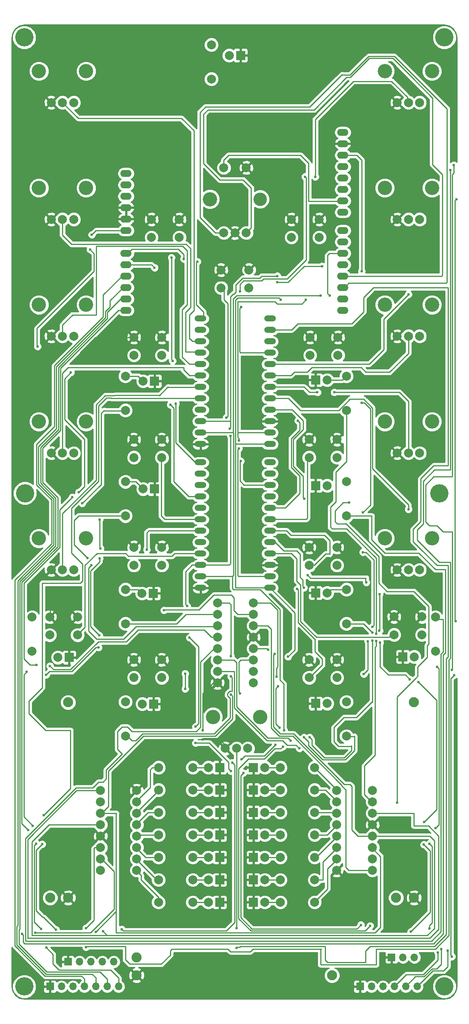
<source format=gbr>
G04 #@! TF.FileFunction,Copper,L1,Top,Signal*
%FSLAX46Y46*%
G04 Gerber Fmt 4.6, Leading zero omitted, Abs format (unit mm)*
G04 Created by KiCad (PCBNEW 4.0.6) date Thursday, July 05, 2018 'AMt' 01:22:21 AM*
%MOMM*%
%LPD*%
G01*
G04 APERTURE LIST*
%ADD10C,0.100000*%
%ADD11C,1.998980*%
%ADD12C,3.200000*%
%ADD13C,4.064000*%
%ADD14R,2.000000X2.000000*%
%ADD15C,2.000000*%
%ADD16O,2.540000X1.524000*%
%ADD17C,2.247900*%
%ADD18O,2.641600X1.320800*%
%ADD19C,3.000000*%
%ADD20R,1.700000X1.700000*%
%ADD21O,1.700000X1.700000*%
%ADD22C,0.600000*%
%ADD23C,0.250000*%
%ADD24C,0.254000*%
G04 APERTURE END LIST*
D10*
D11*
X127550000Y-68500000D03*
X121350000Y-68500000D03*
X127550000Y-64500000D03*
X121350000Y-64500000D03*
X127350000Y-115250000D03*
X121150000Y-115250000D03*
X127350000Y-111250000D03*
X121150000Y-111250000D03*
D12*
X148500000Y-5250000D03*
D11*
X143250000Y-12250000D03*
X145750000Y-12250000D03*
X140750000Y-12250000D03*
D12*
X138000000Y-5250000D03*
D11*
X100740000Y-123610000D03*
X100740000Y-126150000D03*
X100740000Y-128690000D03*
X100740000Y-131230000D03*
X100740000Y-133770000D03*
X100740000Y-136310000D03*
X100740000Y-138850000D03*
X100740000Y-141390000D03*
X108760000Y-141390000D03*
X108760000Y-138850000D03*
X108760000Y-136310000D03*
X108760000Y-133770000D03*
X108760000Y-131230000D03*
X108760000Y-128690000D03*
X108760000Y-126150000D03*
X108760000Y-123610000D03*
D13*
X57900000Y-99200000D03*
X150100000Y-99200000D03*
X57750000Y-209000000D03*
X151250000Y-209000000D03*
X151250000Y2250000D03*
D14*
X67750000Y-135750000D03*
D15*
X65210000Y-135750000D03*
D14*
X86550000Y-146100000D03*
D15*
X84010000Y-146100000D03*
D14*
X86500000Y-121500000D03*
D15*
X83960000Y-121500000D03*
D14*
X86750000Y-98250000D03*
D15*
X84210000Y-98250000D03*
D14*
X86750000Y-74250000D03*
D15*
X84210000Y-74250000D03*
D14*
X105900000Y-1750000D03*
D15*
X103360000Y-1750000D03*
D14*
X142000000Y-135600000D03*
D15*
X144540000Y-135600000D03*
D14*
X122600000Y-146000000D03*
D15*
X125140000Y-146000000D03*
D14*
X122600000Y-121400000D03*
D15*
X125140000Y-121400000D03*
D14*
X122600000Y-97500000D03*
D15*
X125140000Y-97500000D03*
D14*
X122600000Y-74000000D03*
D15*
X125140000Y-74000000D03*
D11*
X59500000Y-126750000D03*
X59500000Y-134370000D03*
X80250000Y-153250000D03*
X80250000Y-145630000D03*
X80250000Y-128250000D03*
X80250000Y-120630000D03*
X80250000Y-104250000D03*
X80250000Y-96630000D03*
X80250000Y-80750000D03*
X80250000Y-73130000D03*
X99400000Y-7000000D03*
X99400000Y620000D03*
X149250000Y-126750000D03*
X149250000Y-134370000D03*
X129450000Y-153250000D03*
X129450000Y-145630000D03*
X129450000Y-128250000D03*
X129450000Y-120630000D03*
X129450000Y-104250000D03*
X129450000Y-96630000D03*
X129450000Y-80750000D03*
X129450000Y-73130000D03*
X95250000Y-190250000D03*
X87630000Y-190250000D03*
X95250000Y-185250000D03*
X87630000Y-185250000D03*
X95250000Y-180250000D03*
X87630000Y-180250000D03*
X95250000Y-175250000D03*
X87630000Y-175250000D03*
X95250000Y-170250000D03*
X87630000Y-170250000D03*
X95250000Y-165250000D03*
X87630000Y-165250000D03*
X95250000Y-160250000D03*
X87630000Y-160250000D03*
X114750000Y-190250000D03*
X122370000Y-190250000D03*
X114750000Y-185250000D03*
X122370000Y-185250000D03*
X114750000Y-180250000D03*
X122370000Y-180250000D03*
X114750000Y-175250000D03*
X122370000Y-175250000D03*
X114750000Y-170250000D03*
X122370000Y-170250000D03*
X114750000Y-165250000D03*
X122370000Y-165250000D03*
X114750000Y-160250000D03*
X122370000Y-160250000D03*
D16*
X80390000Y-58500000D03*
X80390000Y-55960000D03*
X80390000Y-53420000D03*
X80390000Y-45800000D03*
X80390000Y-48340000D03*
X80390000Y-50880000D03*
X80390000Y-40720000D03*
X80390000Y-38180000D03*
X80390000Y-35640000D03*
X80390000Y-30560000D03*
X80390000Y-28020000D03*
X128650000Y-58500000D03*
X128650000Y-55960000D03*
X128650000Y-53420000D03*
X128650000Y-50880000D03*
X128650000Y-48340000D03*
X128650000Y-45800000D03*
X128650000Y-43260000D03*
X128650000Y-40720000D03*
X128650000Y-36656000D03*
X128650000Y-34116000D03*
X128650000Y-31576000D03*
X128650000Y-29036000D03*
X128650000Y-26496000D03*
X128650000Y-23956000D03*
X128650000Y-21416000D03*
X128650000Y-18876000D03*
X80390000Y-33100000D03*
D14*
X101250000Y-190250000D03*
D15*
X98710000Y-190250000D03*
D14*
X101250000Y-185250000D03*
D15*
X98710000Y-185250000D03*
D14*
X101250000Y-180250000D03*
D15*
X98710000Y-180250000D03*
D14*
X101250000Y-175250000D03*
D15*
X98710000Y-175250000D03*
D14*
X101250000Y-170250000D03*
D15*
X98710000Y-170250000D03*
D14*
X101250000Y-165250000D03*
D15*
X98710000Y-165250000D03*
D14*
X101250000Y-160250000D03*
D15*
X98710000Y-160250000D03*
D14*
X108750000Y-190250000D03*
D15*
X111290000Y-190250000D03*
D14*
X108750000Y-185250000D03*
D15*
X111290000Y-185250000D03*
D14*
X108750000Y-180250000D03*
D15*
X111290000Y-180250000D03*
D14*
X108750000Y-175250000D03*
D15*
X111290000Y-175250000D03*
D14*
X108750000Y-170250000D03*
D15*
X111290000Y-170250000D03*
D14*
X108750000Y-165250000D03*
D15*
X111290000Y-165250000D03*
D14*
X108750000Y-160250000D03*
D15*
X111290000Y-160250000D03*
D13*
X57750000Y2250000D03*
D17*
X144498980Y-145752520D03*
X144498980Y-189247480D03*
X140501020Y-189247480D03*
X126247480Y-206498980D03*
X82752520Y-206498980D03*
X82752520Y-202501020D03*
X67498980Y-145752520D03*
X67498980Y-189247480D03*
X63501020Y-189247480D03*
D11*
X127240000Y-165360000D03*
X127240000Y-167900000D03*
X127240000Y-170440000D03*
X127240000Y-172980000D03*
X127240000Y-175520000D03*
X127240000Y-178060000D03*
X127240000Y-180600000D03*
X127240000Y-183140000D03*
X135260000Y-183140000D03*
X135260000Y-180600000D03*
X135260000Y-178060000D03*
X135260000Y-175520000D03*
X135260000Y-172980000D03*
X135260000Y-170440000D03*
X135260000Y-167900000D03*
X135260000Y-165360000D03*
X82760000Y-183140000D03*
X82760000Y-180600000D03*
X82760000Y-178060000D03*
X82760000Y-175520000D03*
X82760000Y-172980000D03*
X82760000Y-170440000D03*
X82760000Y-167900000D03*
X82760000Y-165360000D03*
X74740000Y-165360000D03*
X74740000Y-167900000D03*
X74740000Y-170440000D03*
X74740000Y-172980000D03*
X74740000Y-175520000D03*
X74740000Y-178060000D03*
X74740000Y-180600000D03*
X74740000Y-183140000D03*
D18*
X96980000Y-92330000D03*
X96980000Y-94870000D03*
X96980000Y-97410000D03*
X96980000Y-99950000D03*
X96980000Y-102490000D03*
X96980000Y-105030000D03*
X96980000Y-107570000D03*
X96980000Y-110110000D03*
X96980000Y-112650000D03*
X96980000Y-115190000D03*
X96980000Y-117730000D03*
X96980000Y-120270000D03*
X112420000Y-120270000D03*
X112420000Y-117730000D03*
X112420000Y-115190000D03*
X112420000Y-112650000D03*
X112420000Y-110110000D03*
X112420000Y-107570000D03*
X112420000Y-105030000D03*
X112420000Y-102490000D03*
X112420000Y-99950000D03*
X112420000Y-97410000D03*
X112420000Y-94870000D03*
X112420000Y-92330000D03*
X96980000Y-60330000D03*
X96980000Y-62870000D03*
X96980000Y-65410000D03*
X96980000Y-67950000D03*
X96980000Y-70490000D03*
X96980000Y-73030000D03*
X96980000Y-75570000D03*
X96980000Y-78110000D03*
X96980000Y-80650000D03*
X96980000Y-83190000D03*
X96980000Y-85730000D03*
X96980000Y-88270000D03*
X112420000Y-88270000D03*
X112420000Y-85730000D03*
X112420000Y-83190000D03*
X112420000Y-80650000D03*
X112420000Y-78110000D03*
X112420000Y-75570000D03*
X112420000Y-73030000D03*
X112420000Y-70490000D03*
X112420000Y-67950000D03*
X112420000Y-65410000D03*
X112420000Y-62870000D03*
X112420000Y-60330000D03*
D12*
X71500000Y-5250000D03*
D11*
X66250000Y-12250000D03*
X68750000Y-12250000D03*
X63750000Y-12250000D03*
D12*
X61000000Y-5250000D03*
X71500000Y-31250000D03*
D11*
X66250000Y-38250000D03*
X68750000Y-38250000D03*
X63750000Y-38250000D03*
D12*
X61000000Y-31250000D03*
X71500000Y-57250000D03*
D11*
X66250000Y-64250000D03*
X68750000Y-64250000D03*
X63750000Y-64250000D03*
D12*
X61000000Y-57250000D03*
X71500000Y-83250000D03*
D11*
X66250000Y-90250000D03*
X68750000Y-90250000D03*
X63750000Y-90250000D03*
D12*
X61000000Y-83250000D03*
X71500000Y-109250000D03*
D11*
X66250000Y-116250000D03*
X68750000Y-116250000D03*
X63750000Y-116250000D03*
D12*
X61000000Y-109250000D03*
X110250000Y-149000000D03*
D11*
X105000000Y-156000000D03*
X107500000Y-156000000D03*
X102500000Y-156000000D03*
D12*
X99750000Y-149000000D03*
X148500000Y-109250000D03*
D11*
X143250000Y-116250000D03*
X145750000Y-116250000D03*
X140750000Y-116250000D03*
D12*
X138000000Y-109250000D03*
X148500000Y-83250000D03*
D11*
X143250000Y-90250000D03*
X145750000Y-90250000D03*
X140750000Y-90250000D03*
D12*
X138000000Y-83250000D03*
X148500000Y-57250000D03*
D11*
X143250000Y-64250000D03*
X145750000Y-64250000D03*
X140750000Y-64250000D03*
D12*
X138000000Y-57250000D03*
X148500000Y-31250000D03*
D11*
X143250000Y-38250000D03*
X145750000Y-38250000D03*
X140750000Y-38250000D03*
D12*
X138000000Y-31250000D03*
D11*
X92250000Y-42250000D03*
X86050000Y-42250000D03*
X92250000Y-38250000D03*
X86050000Y-38250000D03*
X107750000Y-53500000D03*
X101550000Y-53500000D03*
X107750000Y-49500000D03*
X101550000Y-49500000D03*
X123400000Y-42250000D03*
X117200000Y-42250000D03*
X123400000Y-38250000D03*
X117200000Y-38250000D03*
X88350000Y-68500000D03*
X82150000Y-68500000D03*
X88350000Y-64500000D03*
X82150000Y-64500000D03*
X88350000Y-91250000D03*
X82150000Y-91250000D03*
X88350000Y-87250000D03*
X82150000Y-87250000D03*
X88350000Y-115250000D03*
X82150000Y-115250000D03*
X88350000Y-111250000D03*
X82150000Y-111250000D03*
X88350000Y-140250000D03*
X82150000Y-140250000D03*
X88350000Y-136250000D03*
X82150000Y-136250000D03*
X69600000Y-130750000D03*
X63400000Y-130750000D03*
X69600000Y-126750000D03*
X63400000Y-126750000D03*
X127350000Y-140250000D03*
X121150000Y-140250000D03*
X127350000Y-136250000D03*
X121150000Y-136250000D03*
X146250000Y-130700000D03*
X140050000Y-130700000D03*
X146250000Y-126700000D03*
X140050000Y-126700000D03*
X127350000Y-91250000D03*
X121150000Y-91250000D03*
X127350000Y-87250000D03*
X121150000Y-87250000D03*
X102150000Y-26750000D03*
X102150000Y-41250000D03*
X104650000Y-41250000D03*
X107150000Y-41250000D03*
X107150000Y-26750000D03*
D19*
X110250000Y-33750000D03*
D12*
X99050000Y-33750000D03*
D20*
X67500000Y-203500000D03*
D21*
X70040000Y-203500000D03*
X72580000Y-203500000D03*
X75120000Y-203500000D03*
X77660000Y-203500000D03*
D20*
X132500000Y-209000000D03*
D21*
X135040000Y-209000000D03*
X137580000Y-209000000D03*
X140120000Y-209000000D03*
X142660000Y-209000000D03*
X145200000Y-209000000D03*
D20*
X63500000Y-209000000D03*
D21*
X66040000Y-209000000D03*
X68580000Y-209000000D03*
X71120000Y-209000000D03*
X73660000Y-209000000D03*
X76200000Y-209000000D03*
X78740000Y-209000000D03*
D20*
X139500000Y-202500000D03*
D21*
X142040000Y-202500000D03*
X144580000Y-202500000D03*
D22*
X70190000Y-68400000D03*
X85380000Y-67580000D03*
X85230000Y-69720000D03*
X91160000Y-120320000D03*
X116810000Y-133500000D03*
X115740000Y-131480000D03*
X122040000Y-128470000D03*
X77170000Y-91760000D03*
X86500000Y-127000000D03*
X63750000Y-121750000D03*
X97500000Y-154000000D03*
X97500000Y-152000000D03*
X63450000Y-137650000D03*
X60450000Y-137450000D03*
X68450000Y-100050000D03*
X70650000Y-101450000D03*
X136050000Y-130450000D03*
X136050000Y-132050000D03*
X71850000Y-113650000D03*
X72650000Y-115250000D03*
X60250000Y-197000000D03*
X57250000Y-197250000D03*
X119000000Y-156000000D03*
X121250000Y-153500000D03*
X135250000Y-130250000D03*
X135250000Y-132000000D03*
X103750000Y-140000000D03*
X103750000Y-135500000D03*
X120000000Y-153500000D03*
X117000000Y-154250000D03*
X88850000Y-125250000D03*
X85000000Y-111750000D03*
X118500000Y-120500000D03*
X120000000Y-120250000D03*
X90250000Y-79500000D03*
X90750000Y-69750000D03*
X90500000Y-46750000D03*
X118650000Y-83050000D03*
X120250000Y-28750000D03*
X122500000Y-28750000D03*
X106000000Y-57750000D03*
X105750000Y-54250000D03*
X140700000Y-168100000D03*
X130050000Y-101250000D03*
X120050000Y-100450000D03*
X62100000Y-170900000D03*
X143250000Y-102750000D03*
X126750000Y-76750000D03*
X123000000Y-76750000D03*
X143250000Y-54950000D03*
X113940000Y-140040000D03*
X102750000Y-82350000D03*
X105950000Y-92050000D03*
X105050000Y-196050000D03*
X105050000Y-200450000D03*
X93550000Y-142750000D03*
X93550000Y-139350000D03*
X91500000Y-79250000D03*
X86750000Y-49000000D03*
X94000000Y-124320000D03*
X94530000Y-131340000D03*
X95870000Y-151160000D03*
X95870000Y-154810000D03*
X103740000Y-161080000D03*
X106520000Y-161460000D03*
X132660000Y-195290000D03*
X124050000Y-48650000D03*
X114050000Y-52250000D03*
X114050000Y-50850000D03*
X103450000Y-84850000D03*
X103650000Y-86450000D03*
X134730000Y-195470000D03*
X115320000Y-155600000D03*
X115590000Y-152010000D03*
X149790000Y-201410000D03*
X125750000Y-55250000D03*
X123750000Y-55250000D03*
X147970000Y-177200000D03*
X149260000Y-173730000D03*
X149650000Y-137860000D03*
X116470000Y-135590000D03*
X152000000Y-201000000D03*
X147950000Y-196110000D03*
X114850000Y-56150000D03*
X143780000Y-196770000D03*
X146690000Y-177420000D03*
X146740000Y-172390000D03*
X145510000Y-141270000D03*
X143560000Y-140650000D03*
X136960000Y-132440000D03*
X136800000Y-129810000D03*
X136850000Y-121650000D03*
X150600000Y-200650000D03*
X133880000Y-119060000D03*
X120850000Y-117470000D03*
X120450000Y-56150000D03*
X105500000Y-87500000D03*
X105500000Y-89250000D03*
X75250000Y-196700000D03*
X113500000Y-135000000D03*
X153800000Y-127700000D03*
X153950000Y-33750000D03*
X112000000Y-134000000D03*
X93250000Y-47050000D03*
X96250000Y-47650000D03*
X152550000Y-27250000D03*
X71450000Y-196050000D03*
X71450000Y-200250000D03*
X73680000Y-196840000D03*
X152950000Y-138550000D03*
X153350000Y-26150000D03*
X103750000Y-144000000D03*
X105750000Y-143750000D03*
X61720000Y-177310000D03*
X64820000Y-196360000D03*
X72780000Y-41660000D03*
X72400000Y-44970000D03*
X60710000Y-66560000D03*
X68130000Y-72310000D03*
X69850000Y-99020000D03*
X74520000Y-105090000D03*
X74710000Y-111480000D03*
X74520000Y-113720000D03*
X74440000Y-130820000D03*
X74270000Y-133560000D03*
X62590000Y-139650000D03*
X58290000Y-138950000D03*
X59620000Y-173200000D03*
X62640000Y-200340000D03*
X61470000Y-196210000D03*
X60410000Y-177200000D03*
X58620000Y-174130000D03*
X114220000Y-142160000D03*
X114560000Y-151380000D03*
X113610000Y-155240000D03*
X106070000Y-158450000D03*
X104050000Y-159180000D03*
X79440000Y-196250000D03*
X132850000Y-49790000D03*
X132890000Y-79090000D03*
X133160000Y-103490000D03*
X133110000Y-112320000D03*
X135210000Y-128960000D03*
X134220000Y-132160000D03*
X133330000Y-139420000D03*
X153460000Y-139670000D03*
X152930000Y-202330000D03*
D23*
X82150000Y-64500000D02*
X73640000Y-64500000D01*
X70190000Y-67950000D02*
X70190000Y-68400000D01*
X73640000Y-64500000D02*
X70190000Y-67950000D01*
X85380000Y-69570000D02*
X85380000Y-67580000D01*
X85230000Y-69720000D02*
X85380000Y-69570000D01*
X89980000Y-121500000D02*
X86500000Y-121500000D01*
X91160000Y-120320000D02*
X89980000Y-121500000D01*
X116810000Y-132550000D02*
X116810000Y-133500000D01*
X115740000Y-131480000D02*
X116810000Y-132550000D01*
X122600000Y-127910000D02*
X122600000Y-121400000D01*
X122040000Y-128470000D02*
X122600000Y-127910000D01*
X82150000Y-87250000D02*
X81680000Y-87250000D01*
X81680000Y-87250000D02*
X77170000Y-91760000D01*
X86500000Y-121500000D02*
X86500000Y-127000000D01*
X63500000Y-122000000D02*
X63500000Y-126750000D01*
X63750000Y-121750000D02*
X63500000Y-122000000D01*
X100940000Y-141390000D02*
X99860000Y-141390000D01*
X101000000Y-153750000D02*
X102500000Y-155250000D01*
X97750000Y-153750000D02*
X101000000Y-153750000D01*
X97500000Y-154000000D02*
X97750000Y-153750000D01*
X97500000Y-143750000D02*
X97500000Y-152000000D01*
X99860000Y-141390000D02*
X97500000Y-143750000D01*
X102500000Y-155250000D02*
X102500000Y-156000000D01*
X75400000Y-80900000D02*
X80100000Y-80900000D01*
X80100000Y-80900000D02*
X80250000Y-80750000D01*
X99430000Y-131230000D02*
X100940000Y-131230000D01*
X97850000Y-129650000D02*
X99430000Y-131230000D01*
X83050000Y-129650000D02*
X97850000Y-129650000D01*
X80450000Y-132250000D02*
X83050000Y-129650000D01*
X74250000Y-132250000D02*
X80450000Y-132250000D01*
X68050000Y-138450000D02*
X74250000Y-132250000D01*
X64250000Y-138450000D02*
X68050000Y-138450000D01*
X63450000Y-137650000D02*
X64250000Y-138450000D01*
X59050000Y-137450000D02*
X60450000Y-137450000D01*
X57650000Y-136050000D02*
X59050000Y-137450000D01*
X57650000Y-119250000D02*
X57650000Y-136050000D01*
X65650000Y-111250000D02*
X57650000Y-119250000D01*
X65650000Y-102850000D02*
X65650000Y-111250000D01*
X68450000Y-100050000D02*
X65650000Y-102850000D01*
X74850000Y-97250000D02*
X70650000Y-101450000D01*
X74850000Y-81450000D02*
X74850000Y-97250000D01*
X75550000Y-80750000D02*
X75400000Y-80900000D01*
X75400000Y-80900000D02*
X74850000Y-81450000D01*
X129500000Y-107100000D02*
X126300000Y-107100000D01*
X136050000Y-113650000D02*
X129500000Y-107100000D01*
X136050000Y-113650000D02*
X136050000Y-130450000D01*
X136050000Y-132050000D02*
X136050000Y-133250000D01*
X136050000Y-133250000D02*
X135850000Y-133450000D01*
X135850000Y-133450000D02*
X135850000Y-145450000D01*
X135850000Y-145450000D02*
X135850000Y-157450000D01*
X135850000Y-157450000D02*
X133450000Y-159850000D01*
X133450000Y-159850000D02*
X133450000Y-166290000D01*
X135060000Y-167900000D02*
X133450000Y-166290000D01*
X129500000Y-92100000D02*
X129500000Y-80800000D01*
X127100000Y-94500000D02*
X129500000Y-92100000D01*
X127100000Y-101100000D02*
X127100000Y-94500000D01*
X125900000Y-102300000D02*
X127100000Y-101100000D01*
X125900000Y-106700000D02*
X125900000Y-102300000D01*
X126300000Y-107100000D02*
X125900000Y-106700000D01*
X129500000Y-80800000D02*
X129450000Y-80750000D01*
X80250000Y-104250000D02*
X69850000Y-104250000D01*
X69850000Y-104250000D02*
X68850000Y-105250000D01*
X68850000Y-105250000D02*
X68850000Y-110650000D01*
X68850000Y-110650000D02*
X71850000Y-113650000D01*
X72650000Y-115250000D02*
X72050000Y-115850000D01*
X72050000Y-115850000D02*
X72050000Y-129850000D01*
X72050000Y-129850000D02*
X73850000Y-131650000D01*
X73850000Y-131650000D02*
X79850000Y-131650000D01*
X79850000Y-131650000D02*
X82650000Y-128850000D01*
X82650000Y-128850000D02*
X100780000Y-128850000D01*
X100780000Y-128850000D02*
X100940000Y-128690000D01*
X135100000Y-109550000D02*
X135100000Y-104250000D01*
X138050000Y-112500000D02*
X135100000Y-109550000D01*
X145550000Y-112500000D02*
X138050000Y-112500000D01*
X149250000Y-116200000D02*
X145550000Y-112500000D01*
X151500000Y-116200000D02*
X149250000Y-116200000D01*
X151500000Y-116200000D02*
X151500000Y-134750000D01*
X131300000Y-104250000D02*
X129450000Y-104250000D01*
X151000000Y-197050000D02*
X151000000Y-197300000D01*
X57850000Y-199450000D02*
X57500000Y-199100000D01*
X148850000Y-199450000D02*
X57850000Y-199450000D01*
X151000000Y-197300000D02*
X148850000Y-199450000D01*
X60250000Y-197000000D02*
X72500000Y-197000000D01*
X72500000Y-197000000D02*
X77750000Y-191750000D01*
X77750000Y-191750000D02*
X77750000Y-183410000D01*
X57500000Y-197500000D02*
X57500000Y-199100000D01*
X74940000Y-180600000D02*
X77750000Y-183410000D01*
X57500000Y-197500000D02*
X57250000Y-197250000D01*
X151000000Y-135250000D02*
X151000000Y-197050000D01*
X131250000Y-104250000D02*
X131300000Y-104250000D01*
X131300000Y-104250000D02*
X135100000Y-104250000D01*
X151500000Y-134750000D02*
X151000000Y-135250000D01*
X80250000Y-128250000D02*
X91650000Y-128250000D01*
X93750000Y-126150000D02*
X100940000Y-126150000D01*
X91650000Y-128250000D02*
X93750000Y-126150000D01*
X130618197Y-155500000D02*
X127700000Y-155500000D01*
X131700000Y-149100000D02*
X135250000Y-145550000D01*
X128900000Y-149100000D02*
X131700000Y-149100000D01*
X126700000Y-151300000D02*
X128900000Y-149100000D01*
X126700000Y-154500000D02*
X126700000Y-151300000D01*
X127700000Y-155500000D02*
X126700000Y-154500000D01*
X131300000Y-128250000D02*
X129450000Y-128250000D01*
X104449998Y-138850000D02*
X104500000Y-138900002D01*
X104500000Y-138900002D02*
X104500000Y-147000000D01*
X104500000Y-147000000D02*
X111750000Y-154250000D01*
X111750000Y-154250000D02*
X115250000Y-154250000D01*
X115250000Y-154250000D02*
X116250000Y-155250000D01*
X116250000Y-155250000D02*
X118250000Y-155250000D01*
X118250000Y-155250000D02*
X119000000Y-156000000D01*
X121250000Y-153500000D02*
X121750000Y-154000000D01*
X121750000Y-154000000D02*
X121750000Y-155250000D01*
X121750000Y-155250000D02*
X124549998Y-158049998D01*
X124549998Y-158049998D02*
X129000000Y-158049998D01*
X129000000Y-158049998D02*
X130618197Y-156431801D01*
X130618197Y-156431801D02*
X130618197Y-155500000D01*
X130618197Y-155500000D02*
X130618197Y-155368197D01*
X135250000Y-145750000D02*
X135250000Y-145550000D01*
X135250000Y-145550000D02*
X135250000Y-132000000D01*
X131300000Y-128250000D02*
X133250000Y-128250000D01*
X135250000Y-130250000D02*
X133250000Y-128250000D01*
X131250000Y-128250000D02*
X131300000Y-128250000D01*
X104449998Y-138850000D02*
X100940000Y-138850000D01*
X80250000Y-153250000D02*
X80750000Y-153250000D01*
X80750000Y-153250000D02*
X81750000Y-154250000D01*
X81750000Y-154250000D02*
X82613602Y-154250000D01*
X82613602Y-154250000D02*
X84113602Y-152750000D01*
X84113602Y-152750000D02*
X99700002Y-152750000D01*
X99700002Y-152750000D02*
X100000000Y-152750000D01*
X100000000Y-152750000D02*
X103599996Y-149150004D01*
X103599996Y-149150004D02*
X103599996Y-144849996D01*
X103599996Y-144849996D02*
X103000000Y-144250000D01*
X103000000Y-144250000D02*
X103000000Y-143750000D01*
X103000000Y-143750000D02*
X103500000Y-143250000D01*
X103500000Y-143250000D02*
X104049998Y-143250000D01*
X104049998Y-143250000D02*
X104000000Y-143200002D01*
X104000000Y-143200002D02*
X104000000Y-140250000D01*
X104000000Y-140250000D02*
X103750000Y-140000000D01*
X103750000Y-135500000D02*
X103750000Y-124000000D01*
X103750000Y-124000000D02*
X103360000Y-123610000D01*
X103360000Y-123610000D02*
X100940000Y-123610000D01*
X131250000Y-153300000D02*
X129500000Y-153300000D01*
X129500000Y-153300000D02*
X129450000Y-153250000D01*
X100940000Y-136310000D02*
X104440000Y-136310000D01*
X131250000Y-156500000D02*
X131250000Y-153300000D01*
X131250000Y-153300000D02*
X131250000Y-153250000D01*
X129250000Y-158500000D02*
X131250000Y-156500000D01*
X124136398Y-158500000D02*
X129250000Y-158500000D01*
X121000000Y-155363602D02*
X124136398Y-158500000D01*
X121000000Y-154500000D02*
X121000000Y-155363602D01*
X120000000Y-153500000D02*
X121000000Y-154500000D01*
X116450002Y-153700002D02*
X117000000Y-154250000D01*
X111950002Y-153700002D02*
X116450002Y-153700002D01*
X105000000Y-146750000D02*
X111950002Y-153700002D01*
X105000000Y-136870000D02*
X105000000Y-146750000D01*
X104440000Y-136310000D02*
X105000000Y-136870000D01*
X105250000Y-126150000D02*
X108560000Y-126150000D01*
X104450000Y-125350000D02*
X105250000Y-126150000D01*
X104450000Y-122450000D02*
X104450000Y-125350000D01*
X103850000Y-121850000D02*
X104450000Y-122450000D01*
X99950000Y-121850000D02*
X103850000Y-121850000D01*
X96650000Y-125150000D02*
X99950000Y-121850000D01*
X88950000Y-125150000D02*
X96650000Y-125150000D01*
X88850000Y-125250000D02*
X88950000Y-125150000D01*
X149750000Y-127250000D02*
X151000000Y-127250000D01*
X150500000Y-135000000D02*
X151000000Y-134500000D01*
X151000000Y-134500000D02*
X151000000Y-127250000D01*
X150500000Y-196650000D02*
X150500000Y-135000000D01*
X150500000Y-196800000D02*
X148450000Y-198850000D01*
X148450000Y-198850000D02*
X58000000Y-198850000D01*
X150500000Y-196650000D02*
X150500000Y-196800000D01*
X149750000Y-127250000D02*
X149250000Y-126750000D01*
X58000000Y-198850000D02*
X58050000Y-198850000D01*
X58050000Y-198850000D02*
X58000000Y-198850000D01*
X100940000Y-133770000D02*
X99980000Y-133770000D01*
X58000000Y-176000000D02*
X58000000Y-198850000D01*
X69250000Y-164750000D02*
X58000000Y-176000000D01*
X73000000Y-164750000D02*
X69250000Y-164750000D01*
X74250000Y-163500000D02*
X73000000Y-164750000D01*
X75250000Y-163500000D02*
X74250000Y-163500000D01*
X76000000Y-162750000D02*
X75250000Y-163500000D01*
X76000000Y-160750000D02*
X76000000Y-162750000D01*
X79500000Y-157250000D02*
X76000000Y-160750000D01*
X78500000Y-156250000D02*
X79500000Y-157250000D01*
X78500000Y-152250000D02*
X78500000Y-156250000D01*
X79500000Y-151250000D02*
X78500000Y-152250000D01*
X80750000Y-151250000D02*
X79500000Y-151250000D01*
X81750000Y-152250000D02*
X80750000Y-151250000D01*
X96000000Y-152250000D02*
X81750000Y-152250000D01*
X97000000Y-151250000D02*
X96000000Y-152250000D01*
X97000000Y-136750000D02*
X97000000Y-151250000D01*
X99980000Y-133770000D02*
X97000000Y-136750000D01*
X127440000Y-165360000D02*
X127440000Y-165320000D01*
X127440000Y-165320000D02*
X122370000Y-160250000D01*
X87630000Y-165250000D02*
X87630000Y-165370000D01*
X87630000Y-165370000D02*
X82560000Y-170440000D01*
X122370000Y-165250000D02*
X124790000Y-165250000D01*
X124790000Y-165250000D02*
X127440000Y-167900000D01*
X87630000Y-170250000D02*
X85290000Y-170250000D01*
X85290000Y-170250000D02*
X82560000Y-172980000D01*
X122370000Y-170250000D02*
X127250000Y-170250000D01*
X127250000Y-170250000D02*
X127440000Y-170440000D01*
X87630000Y-175250000D02*
X82830000Y-175250000D01*
X82830000Y-175250000D02*
X82560000Y-175520000D01*
X122370000Y-175250000D02*
X125170000Y-175250000D01*
X125170000Y-175250000D02*
X127440000Y-172980000D01*
X87630000Y-180250000D02*
X84750000Y-180250000D01*
X84750000Y-180250000D02*
X82560000Y-178060000D01*
X122370000Y-180250000D02*
X122710000Y-180250000D01*
X122710000Y-180250000D02*
X127440000Y-175520000D01*
X87630000Y-185250000D02*
X87210000Y-185250000D01*
X87210000Y-185250000D02*
X82560000Y-180600000D01*
X122370000Y-185250000D02*
X124250000Y-185250000D01*
X124250000Y-181250000D02*
X127440000Y-178060000D01*
X124250000Y-185250000D02*
X124250000Y-181250000D01*
X87630000Y-190250000D02*
X87630000Y-189130000D01*
X83750000Y-184250000D02*
X82640000Y-183140000D01*
X83750000Y-185250000D02*
X83750000Y-184250000D01*
X87630000Y-189130000D02*
X83750000Y-185250000D01*
X82640000Y-183140000D02*
X82560000Y-183140000D01*
X122370000Y-190250000D02*
X122370000Y-190130000D01*
X122370000Y-190130000D02*
X125250000Y-187250000D01*
X125250000Y-187250000D02*
X125250000Y-182790000D01*
X125250000Y-182790000D02*
X127440000Y-180600000D01*
X120750000Y-93300000D02*
X120750000Y-91750000D01*
X120750000Y-91750000D02*
X121250000Y-91250000D01*
X120520000Y-104980000D02*
X120750000Y-104750000D01*
X120750000Y-104750000D02*
X120750000Y-93300000D01*
X120750000Y-93300000D02*
X120750000Y-93250000D01*
X112870000Y-104980000D02*
X120520000Y-104980000D01*
X96630000Y-104980000D02*
X88980000Y-104980000D01*
X88250000Y-104250000D02*
X88250000Y-91250000D01*
X88980000Y-104980000D02*
X88250000Y-104250000D01*
X122350000Y-115150000D02*
X121350000Y-115150000D01*
X121350000Y-115150000D02*
X121250000Y-115250000D01*
X125750000Y-112700000D02*
X124800000Y-112700000D01*
X124800000Y-112700000D02*
X122350000Y-115150000D01*
X122350000Y-115150000D02*
X122250000Y-115250000D01*
X125750000Y-111750000D02*
X125750000Y-112700000D01*
X125750000Y-112700000D02*
X125750000Y-112750000D01*
X124550000Y-108550000D02*
X125750000Y-109750000D01*
X125750000Y-109750000D02*
X125750000Y-111750000D01*
X124550000Y-108550000D02*
X117150000Y-108550000D01*
X116120000Y-107520000D02*
X112870000Y-107520000D01*
X117150000Y-108550000D02*
X116120000Y-107520000D01*
X124520000Y-108520000D02*
X124550000Y-108550000D01*
X97630000Y-107520000D02*
X85480000Y-107520000D01*
X85000000Y-108000000D02*
X85000000Y-111750000D01*
X85480000Y-107520000D02*
X85000000Y-108000000D01*
X119190000Y-117910000D02*
X119750000Y-118470000D01*
X119190000Y-112820000D02*
X119190000Y-117910000D01*
X118370000Y-112000000D02*
X119190000Y-112820000D01*
X118110000Y-112000000D02*
X118370000Y-112000000D01*
X119750000Y-118470000D02*
X119750000Y-120000000D01*
X122475000Y-131725000D02*
X122475000Y-134475000D01*
X124100000Y-137400000D02*
X121250000Y-140250000D01*
X124100000Y-136100000D02*
X124100000Y-137400000D01*
X122475000Y-134475000D02*
X124100000Y-136100000D01*
X115500000Y-112000000D02*
X118110000Y-112000000D01*
X113560000Y-110060000D02*
X115500000Y-112000000D01*
X118750000Y-128000000D02*
X122475000Y-131725000D01*
X122475000Y-131725000D02*
X122500000Y-131750000D01*
X118750000Y-120750000D02*
X118750000Y-128000000D01*
X118500000Y-120500000D02*
X118750000Y-120750000D01*
X119750000Y-120000000D02*
X120000000Y-120250000D01*
X112870000Y-110060000D02*
X113560000Y-110060000D01*
X118410000Y-118770000D02*
X119250000Y-119610000D01*
X118410000Y-113800000D02*
X118410000Y-118770000D01*
X117210000Y-112600000D02*
X118410000Y-113800000D01*
X117130000Y-112600000D02*
X117210000Y-112600000D01*
X119250000Y-119610000D02*
X119250000Y-127750000D01*
X117130000Y-112600000D02*
X112870000Y-112600000D01*
X137750000Y-131250000D02*
X139000000Y-131250000D01*
X139000000Y-131250000D02*
X139500000Y-130750000D01*
X119250000Y-127750000D02*
X122750000Y-131250000D01*
X122750000Y-131250000D02*
X137750000Y-131250000D01*
X137750000Y-131250000D02*
X138000000Y-131250000D01*
X79130000Y-112600000D02*
X80340000Y-112600000D01*
X90640000Y-113180000D02*
X91220000Y-112600000D01*
X80920000Y-113180000D02*
X90640000Y-113180000D01*
X80340000Y-112600000D02*
X80920000Y-113180000D01*
X97630000Y-112600000D02*
X91220000Y-112600000D01*
X79130000Y-112600000D02*
X73900000Y-112600000D01*
X71250000Y-129000000D02*
X69500000Y-130750000D01*
X71250000Y-115250000D02*
X71250000Y-129000000D01*
X73900000Y-112600000D02*
X71250000Y-115250000D01*
X91000000Y-92900000D02*
X91000000Y-96600000D01*
X94350000Y-99950000D02*
X97080000Y-99950000D01*
X91000000Y-96600000D02*
X94350000Y-99950000D01*
X97630000Y-99900000D02*
X97630000Y-99630000D01*
X91000000Y-93000000D02*
X91000000Y-92900000D01*
X91000000Y-92900000D02*
X91000000Y-80250000D01*
X91000000Y-80250000D02*
X90250000Y-79500000D01*
X90750000Y-69750000D02*
X90500000Y-69500000D01*
X90500000Y-69500000D02*
X90500000Y-46750000D01*
X119050000Y-84130000D02*
X119050000Y-85170000D01*
X117180000Y-93450000D02*
X119050000Y-95320000D01*
X117180000Y-87040000D02*
X117180000Y-93450000D01*
X119050000Y-85170000D02*
X117180000Y-87040000D01*
X115860000Y-102440000D02*
X112870000Y-102440000D01*
X119050000Y-99250000D02*
X115860000Y-102440000D01*
X119050000Y-83450000D02*
X119050000Y-84130000D01*
X119050000Y-95320000D02*
X119050000Y-99250000D01*
X118650000Y-83050000D02*
X119050000Y-83450000D01*
X106555000Y-51945000D02*
X110595000Y-51945000D01*
X110595000Y-51945000D02*
X111040000Y-51500000D01*
X143000000Y-11000000D02*
X143000000Y-12000000D01*
X122500000Y-28750000D02*
X122500000Y-16000000D01*
X116250000Y-51500000D02*
X111040000Y-51500000D01*
X120500000Y-47250000D02*
X116250000Y-51500000D01*
X120500000Y-29000000D02*
X120500000Y-47250000D01*
X120250000Y-28750000D02*
X120500000Y-29000000D01*
X139500000Y-7500000D02*
X143000000Y-11000000D01*
X131000000Y-7500000D02*
X139500000Y-7500000D01*
X122500000Y-16000000D02*
X131000000Y-7500000D01*
X143000000Y-12000000D02*
X143250000Y-12250000D01*
X112870000Y-67900000D02*
X105850002Y-67900000D01*
X105700002Y-67750000D02*
X105850002Y-67900000D01*
X105700002Y-58049998D02*
X105700002Y-67750000D01*
X106000000Y-57750000D02*
X105700002Y-58049998D01*
X105750000Y-52750000D02*
X105750000Y-54250000D01*
X106555000Y-51945000D02*
X105750000Y-52750000D01*
X73750000Y-79500000D02*
X75750000Y-77500000D01*
X73750000Y-79500000D02*
X73750000Y-96250000D01*
X73750000Y-96250000D02*
X66250000Y-103750000D01*
X66250000Y-116250000D02*
X66250000Y-103750000D01*
X77875000Y-77375000D02*
X87875000Y-77375000D01*
X77750000Y-77500000D02*
X77875000Y-77375000D01*
X75750000Y-77500000D02*
X77750000Y-77500000D01*
X89625000Y-75625000D02*
X97525000Y-75625000D01*
X97525000Y-75625000D02*
X97630000Y-75520000D01*
X89730000Y-75520000D02*
X89625000Y-75625000D01*
X89625000Y-75625000D02*
X87875000Y-77375000D01*
X87875000Y-77375000D02*
X87750000Y-77500000D01*
X119850000Y-84550000D02*
X119850000Y-85006398D01*
X119816398Y-95450000D02*
X119850000Y-95450000D01*
X117630002Y-93263604D02*
X119816398Y-95450000D01*
X117630002Y-87226396D02*
X117630002Y-93263604D01*
X119850000Y-85006398D02*
X117630002Y-87226396D01*
X145350000Y-137850000D02*
X145350000Y-139850000D01*
X140700000Y-144500000D02*
X140700000Y-168100000D01*
X144850000Y-140350000D02*
X140700000Y-144500000D01*
X145350000Y-137850000D02*
X147450000Y-135750000D01*
X147450000Y-135750000D02*
X147450000Y-134050000D01*
X147450000Y-134050000D02*
X147450000Y-133530000D01*
X136650000Y-119250000D02*
X136650000Y-113250000D01*
X138450000Y-121050000D02*
X136650000Y-119250000D01*
X144450000Y-121050000D02*
X138450000Y-121050000D01*
X147450000Y-124050000D02*
X144450000Y-121050000D01*
X129400000Y-106000000D02*
X136650000Y-113250000D01*
X147450000Y-133080000D02*
X147750000Y-132780000D01*
X147750000Y-132780000D02*
X147750000Y-124350000D01*
X147750000Y-124350000D02*
X147450000Y-124050000D01*
X147450000Y-133530000D02*
X147450000Y-133080000D01*
X145350000Y-139850000D02*
X144850000Y-140350000D01*
X126900000Y-103300000D02*
X126900000Y-103100000D01*
X120050000Y-100450000D02*
X119850000Y-100250000D01*
X119850000Y-100250000D02*
X119850000Y-95450000D01*
X127400000Y-106000000D02*
X126900000Y-105500000D01*
X126900000Y-105500000D02*
X126900000Y-103300000D01*
X127400000Y-106000000D02*
X129400000Y-106000000D01*
X128750000Y-101250000D02*
X130050000Y-101250000D01*
X126900000Y-103100000D02*
X128750000Y-101250000D01*
X119850000Y-84550000D02*
X119850000Y-83050000D01*
X119850000Y-83050000D02*
X117400000Y-80600000D01*
X112870000Y-80600000D02*
X117400000Y-80600000D01*
X129400000Y-106000000D02*
X129300002Y-105900002D01*
X68050000Y-152000000D02*
X68050000Y-164950000D01*
X68050000Y-164950000D02*
X62100000Y-170900000D01*
X61750000Y-140500000D02*
X61750000Y-142500000D01*
X61750000Y-119250000D02*
X61750000Y-140500000D01*
X97630000Y-78060000D02*
X77190000Y-78060000D01*
X70750000Y-118750000D02*
X70250000Y-119250000D01*
X70750000Y-115000000D02*
X70750000Y-118750000D01*
X68250000Y-112500000D02*
X70750000Y-115000000D01*
X68250000Y-102500000D02*
X68250000Y-112500000D01*
X74250000Y-96500000D02*
X68250000Y-102500000D01*
X74250000Y-79750000D02*
X74250000Y-96500000D01*
X76049998Y-77950002D02*
X74250000Y-79750000D01*
X77080002Y-77950002D02*
X76049998Y-77950002D01*
X77190000Y-78060000D02*
X77080002Y-77950002D01*
X70250000Y-119250000D02*
X61750000Y-119250000D01*
X62500000Y-152000000D02*
X68050000Y-152000000D01*
X58750000Y-148250000D02*
X62500000Y-152000000D01*
X58750000Y-145500000D02*
X58750000Y-148250000D01*
X61750000Y-142500000D02*
X58750000Y-145500000D01*
X116560000Y-78060000D02*
X119250000Y-80750000D01*
X119250000Y-80750000D02*
X127750000Y-80750000D01*
X127750000Y-80750000D02*
X130250000Y-78250000D01*
X130250000Y-78250000D02*
X133250000Y-78250000D01*
X133250000Y-78250000D02*
X135250000Y-80250000D01*
X135250000Y-80250000D02*
X135250000Y-93750000D01*
X135250000Y-93750000D02*
X143250000Y-101750000D01*
X143250000Y-101750000D02*
X143250000Y-102750000D01*
X116560000Y-78060000D02*
X112870000Y-78060000D01*
X93200000Y-71250000D02*
X93200000Y-71750000D01*
X94480000Y-73030000D02*
X97080000Y-73030000D01*
X93200000Y-71750000D02*
X94480000Y-73030000D01*
X67500000Y-71250000D02*
X93200000Y-71250000D01*
X67500000Y-71250000D02*
X66250000Y-72500000D01*
X66250000Y-72500000D02*
X66250000Y-87000000D01*
X66250000Y-90250000D02*
X66250000Y-87000000D01*
X143250000Y-89000000D02*
X143250000Y-90250000D01*
X126750000Y-76750000D02*
X141250000Y-76750000D01*
X143250000Y-78750000D02*
X143250000Y-89000000D01*
X143250000Y-89000000D02*
X143250000Y-89250000D01*
X141250000Y-76750000D02*
X143250000Y-78750000D01*
X120000000Y-75520000D02*
X120020000Y-75520000D01*
X121250000Y-76750000D02*
X123000000Y-76750000D01*
X120020000Y-75520000D02*
X121250000Y-76750000D01*
X120000000Y-75520000D02*
X112870000Y-75520000D01*
X123000000Y-76750000D02*
X122930000Y-76820000D01*
X92900000Y-65300000D02*
X92900000Y-68900000D01*
X68500000Y-59500000D02*
X66250000Y-61750000D01*
X66250000Y-64250000D02*
X66250000Y-61750000D01*
X94000000Y-57300000D02*
X94000000Y-45250000D01*
X94000000Y-45250000D02*
X92950002Y-44200002D01*
X92950002Y-44200002D02*
X73799998Y-44200002D01*
X73799998Y-44200002D02*
X73750000Y-44250000D01*
X73750000Y-44250000D02*
X73750000Y-59500000D01*
X73750000Y-59500000D02*
X68500000Y-59500000D01*
X93900000Y-57300000D02*
X92900000Y-58300000D01*
X92900000Y-58300000D02*
X92900000Y-65300000D01*
X94000000Y-57300000D02*
X93900000Y-57300000D01*
X94490000Y-70490000D02*
X97080000Y-70490000D01*
X92900000Y-68900000D02*
X94490000Y-70490000D01*
X97630000Y-70440000D02*
X97440000Y-70440000D01*
X133750000Y-72250000D02*
X132750000Y-71250000D01*
X121750000Y-71250000D02*
X120750000Y-72250000D01*
X132750000Y-71250000D02*
X121750000Y-71250000D01*
X120750000Y-72250000D02*
X117850000Y-72250000D01*
X143250000Y-66000000D02*
X143250000Y-64250000D01*
X143250000Y-66000000D02*
X143250000Y-68050000D01*
X117120000Y-72980000D02*
X112870000Y-72980000D01*
X117850000Y-72250000D02*
X117120000Y-72980000D01*
X139050000Y-72250000D02*
X133750000Y-72250000D01*
X143250000Y-68050000D02*
X139050000Y-72250000D01*
X96830000Y-67700000D02*
X93700000Y-67700000D01*
X68250000Y-43750000D02*
X66250000Y-41750000D01*
X66250000Y-41750000D02*
X66250000Y-38250000D01*
X93750000Y-43750000D02*
X68750000Y-43750000D01*
X94750000Y-44750000D02*
X93750000Y-43750000D01*
X94750000Y-57700000D02*
X94750000Y-44750000D01*
X68750000Y-43750000D02*
X68250000Y-43750000D01*
X94750000Y-57850000D02*
X93700000Y-58900000D01*
X93700000Y-58900000D02*
X93700000Y-67700000D01*
X94750000Y-57700000D02*
X94750000Y-57850000D01*
X96830000Y-67700000D02*
X97080000Y-67950000D01*
X97630000Y-67900000D02*
X95900000Y-67900000D01*
X112870000Y-70440000D02*
X134560000Y-70440000D01*
X137750000Y-60450000D02*
X143250000Y-54950000D01*
X137750000Y-67250000D02*
X137750000Y-60450000D01*
X134560000Y-70440000D02*
X137750000Y-67250000D01*
X94500000Y-64900000D02*
X94700000Y-64900000D01*
X95500000Y-18500000D02*
X92750000Y-15750000D01*
X92750000Y-15750000D02*
X69750000Y-15750000D01*
X66250000Y-12250000D02*
X69750000Y-15750000D01*
X95500000Y-58500000D02*
X95500000Y-36500000D01*
X95500000Y-36500000D02*
X95500000Y-18500000D01*
X94500000Y-59500000D02*
X94500000Y-64900000D01*
X95500000Y-58500000D02*
X94500000Y-59500000D01*
X95210000Y-65410000D02*
X97080000Y-65410000D01*
X94700000Y-64900000D02*
X95210000Y-65410000D01*
X97630000Y-65360000D02*
X96610000Y-65360000D01*
X108760000Y-123610000D02*
X112573602Y-123610000D01*
X113940000Y-138080000D02*
X113940000Y-140040000D01*
X114170000Y-137850000D02*
X113940000Y-138080000D01*
X114170000Y-125206398D02*
X114170000Y-137850000D01*
X112573602Y-123610000D02*
X114170000Y-125206398D01*
X102250000Y-54100000D02*
X102250000Y-56150000D01*
X102250000Y-56150000D02*
X103050000Y-56950000D01*
X103050000Y-56950000D02*
X103050000Y-82050000D01*
X103050000Y-82050000D02*
X102750000Y-82350000D01*
X106660000Y-97360000D02*
X112870000Y-97360000D01*
X105750000Y-96450000D02*
X106660000Y-97360000D01*
X105750000Y-92250000D02*
X105750000Y-96450000D01*
X105950000Y-92050000D02*
X105750000Y-92250000D01*
X102250000Y-54100000D02*
X101650000Y-53500000D01*
X146000000Y-105060000D02*
X146000000Y-105540000D01*
X144320000Y-109970000D02*
X146000000Y-111650000D01*
X144320000Y-107220000D02*
X144320000Y-109970000D01*
X146000000Y-105540000D02*
X144320000Y-107220000D01*
X148900000Y-93050000D02*
X152050000Y-93050000D01*
X146000000Y-95950000D02*
X148900000Y-93050000D01*
X146000000Y-105060000D02*
X146000000Y-95950000D01*
X149600000Y-115250000D02*
X146000000Y-111650000D01*
X152050000Y-115250000D02*
X149600000Y-115250000D01*
X152050000Y-93050000D02*
X152050000Y-53450000D01*
X152050000Y-135650000D02*
X152050000Y-115250000D01*
X133700000Y-203649998D02*
X133700000Y-201100000D01*
X151250000Y-197850000D02*
X151650000Y-197450000D01*
X151650000Y-197450000D02*
X151650000Y-194250000D01*
X151650000Y-194250000D02*
X151650000Y-145850000D01*
X151650000Y-145850000D02*
X151650000Y-136050000D01*
X151650000Y-136050000D02*
X152050000Y-135650000D01*
X152050000Y-53450000D02*
X135450000Y-53450000D01*
X135450000Y-53450000D02*
X133250000Y-55650000D01*
X133250000Y-55650000D02*
X133250000Y-58850000D01*
X133250000Y-58850000D02*
X130650000Y-61450000D01*
X130650000Y-61450000D02*
X118650000Y-61450000D01*
X118650000Y-61450000D02*
X117280000Y-62820000D01*
X117280000Y-62820000D02*
X112870000Y-62820000D01*
X149050000Y-200050000D02*
X151250000Y-197850000D01*
X135850000Y-200050000D02*
X149050000Y-200050000D01*
X134750000Y-200050000D02*
X135850000Y-200050000D01*
X133700000Y-201100000D02*
X134750000Y-200050000D01*
X124700000Y-200050000D02*
X124700000Y-203100000D01*
X125249998Y-203649998D02*
X133700000Y-203649998D01*
X133700000Y-203649998D02*
X133750002Y-203649998D01*
X124700000Y-203100000D02*
X125249998Y-203649998D01*
X105000000Y-195200000D02*
X105050000Y-195250000D01*
X105050000Y-195250000D02*
X105050000Y-196050000D01*
X105050000Y-200450000D02*
X105250000Y-200250000D01*
X105250000Y-200250000D02*
X105650000Y-200250000D01*
X105650000Y-200250000D02*
X105850000Y-200050000D01*
X105850000Y-200050000D02*
X124700000Y-200050000D01*
X105000000Y-195200000D02*
X105000000Y-156000000D01*
X93550000Y-139350000D02*
X93550000Y-142750000D01*
X95780000Y-92280000D02*
X91500000Y-88000000D01*
X91500000Y-88000000D02*
X91500000Y-79250000D01*
X97630000Y-92280000D02*
X95780000Y-92280000D01*
X97630000Y-92280000D02*
X96280000Y-92280000D01*
X86090000Y-48340000D02*
X80790000Y-48340000D01*
X86750000Y-49000000D02*
X86090000Y-48340000D01*
X95120000Y-115190000D02*
X96980000Y-115190000D01*
X93650000Y-116660000D02*
X95120000Y-115190000D01*
X93650000Y-123970000D02*
X93650000Y-116660000D01*
X94000000Y-124320000D02*
X93650000Y-123970000D01*
X96549998Y-133359998D02*
X94530000Y-131340000D01*
X96549998Y-150480002D02*
X96549998Y-133359998D01*
X95870000Y-151160000D02*
X96549998Y-150480002D01*
X98950000Y-154810000D02*
X95870000Y-154810000D01*
X103210000Y-159070000D02*
X98950000Y-154810000D01*
X103210000Y-160550000D02*
X103210000Y-159070000D01*
X103740000Y-161080000D02*
X103210000Y-160550000D01*
X105900004Y-162079996D02*
X106520000Y-161460000D01*
X105900004Y-193663604D02*
X105900004Y-162079996D01*
X108386396Y-196149996D02*
X105900004Y-193663604D01*
X131800004Y-196149996D02*
X108386396Y-196149996D01*
X132660000Y-195290000D02*
X131800004Y-196149996D01*
X106395000Y-51305000D02*
X110135000Y-51305000D01*
X110135000Y-51305000D02*
X110590000Y-50850000D01*
X114050000Y-52250000D02*
X116450000Y-52250000D01*
X120050000Y-48650000D02*
X124050000Y-48650000D01*
X116450000Y-52250000D02*
X120050000Y-48650000D01*
X110590000Y-50850000D02*
X114050000Y-50850000D01*
X104850000Y-52850000D02*
X106395000Y-51305000D01*
X104850000Y-54450000D02*
X104850000Y-52850000D01*
X104450000Y-54850000D02*
X104850000Y-54450000D01*
X104250000Y-54850000D02*
X104450000Y-54850000D01*
X97630000Y-83140000D02*
X103560000Y-83140000D01*
X103560000Y-83140000D02*
X103650000Y-83050000D01*
X103650000Y-84650000D02*
X103650000Y-83050000D01*
X103450000Y-84850000D02*
X103650000Y-84650000D01*
X103650000Y-55450000D02*
X104250000Y-54850000D01*
X103650000Y-56250000D02*
X103650000Y-55450000D01*
X103650000Y-83050000D02*
X103650000Y-56250000D01*
X103650000Y-114850000D02*
X103650000Y-86450000D01*
X103360000Y-115140000D02*
X103650000Y-114850000D01*
X97630000Y-115140000D02*
X103360000Y-115140000D01*
X134730000Y-195470000D02*
X133600002Y-196599998D01*
X133600002Y-196599998D02*
X108200000Y-196599998D01*
X108200000Y-196599998D02*
X105450002Y-193850000D01*
X105450002Y-193850000D02*
X105450002Y-160549998D01*
X105450002Y-160549998D02*
X107670000Y-158330000D01*
X107670000Y-158330000D02*
X111156398Y-158330000D01*
X111156398Y-158330000D02*
X113436398Y-156050000D01*
X113436398Y-156050000D02*
X114870000Y-156050000D01*
X114870000Y-156050000D02*
X115320000Y-155600000D01*
X115590000Y-152010000D02*
X115510000Y-151930000D01*
X115510000Y-151930000D02*
X115510000Y-141610000D01*
X115510000Y-141610000D02*
X114670000Y-140770000D01*
X114670000Y-140770000D02*
X114670000Y-125070000D01*
X114670000Y-125070000D02*
X110240002Y-120640002D01*
X110240002Y-120640002D02*
X104330002Y-120640002D01*
X104330002Y-120640002D02*
X104070000Y-120380000D01*
X104070000Y-117680000D02*
X104070000Y-120380000D01*
X142770002Y-206349998D02*
X140120000Y-209000000D01*
X146577206Y-206349998D02*
X142770002Y-206349998D01*
X149820000Y-203107204D02*
X146577206Y-206349998D01*
X149820000Y-201440000D02*
X149820000Y-203107204D01*
X149790000Y-201410000D02*
X149820000Y-201440000D01*
X125700000Y-45800000D02*
X129050000Y-45800000D01*
X125250000Y-46250000D02*
X125700000Y-45800000D01*
X125250000Y-54750000D02*
X125250000Y-46250000D01*
X125750000Y-55250000D02*
X125250000Y-54750000D01*
X123250000Y-55250000D02*
X123750000Y-55250000D01*
X105000000Y-55250000D02*
X123250000Y-55250000D01*
X104250000Y-56000000D02*
X105000000Y-55250000D01*
X104250000Y-85680000D02*
X97630000Y-85680000D01*
X104299998Y-85799998D02*
X104180000Y-85680000D01*
X104250000Y-85680000D02*
X104250000Y-56000000D01*
X104180000Y-85680000D02*
X104250000Y-85680000D01*
X104299998Y-117450002D02*
X104299998Y-85799998D01*
X104070000Y-117680000D02*
X104299998Y-117450002D01*
X97630000Y-117680000D02*
X104070000Y-117680000D01*
X152000000Y-201000000D02*
X152000000Y-204590000D01*
X147905000Y-195435000D02*
X148549998Y-194790002D01*
X148549998Y-194790002D02*
X148549998Y-177779998D01*
X148549998Y-177779998D02*
X147970000Y-177200000D01*
X149260000Y-173730000D02*
X150040000Y-172950000D01*
X150040000Y-172950000D02*
X150040000Y-138250000D01*
X150040000Y-138250000D02*
X149650000Y-137860000D01*
X116470000Y-135590000D02*
X117970000Y-134090000D01*
X117970000Y-134090000D02*
X117970000Y-125820000D01*
X112420000Y-120270000D02*
X117970000Y-125820000D01*
X147950000Y-196110000D02*
X147905000Y-196065000D01*
X147905000Y-196065000D02*
X147905000Y-195435000D01*
X148680000Y-205520000D02*
X145200000Y-209000000D01*
X151070000Y-205520000D02*
X148680000Y-205520000D01*
X152000000Y-204590000D02*
X151070000Y-205520000D01*
X114450000Y-55750000D02*
X114850000Y-56150000D01*
X104780000Y-88220000D02*
X112870000Y-88220000D01*
X105250000Y-55750000D02*
X114450000Y-55750000D01*
X104780000Y-56220000D02*
X105250000Y-55750000D01*
X104780000Y-58250000D02*
X104780000Y-56220000D01*
X104750000Y-120190000D02*
X104750000Y-88250000D01*
X104750000Y-88250000D02*
X104780000Y-88220000D01*
X104780000Y-88220000D02*
X104780000Y-58250000D01*
X104780000Y-58250000D02*
X104780000Y-58220000D01*
X112840000Y-120190000D02*
X104750000Y-120190000D01*
X112840000Y-120190000D02*
X112870000Y-120220000D01*
X144790000Y-206800000D02*
X146763602Y-206800000D01*
X146763602Y-206800000D02*
X148493604Y-205069998D01*
X148493604Y-205069998D02*
X149560002Y-205069998D01*
X149560002Y-205069998D02*
X150600000Y-204030000D01*
X150600000Y-204030000D02*
X150600000Y-200650000D01*
X143780000Y-196770000D02*
X148099996Y-192450004D01*
X148099996Y-192450004D02*
X148099996Y-178829996D01*
X148099996Y-178829996D02*
X146690000Y-177420000D01*
X146740000Y-172390000D02*
X149560000Y-169570000D01*
X149560000Y-169570000D02*
X149560000Y-145320000D01*
X149560000Y-145320000D02*
X145510000Y-141270000D01*
X143560000Y-140650000D02*
X142560000Y-139650000D01*
X142560000Y-139650000D02*
X138760002Y-139650000D01*
X138760002Y-139650000D02*
X136960000Y-137849998D01*
X136960000Y-137849998D02*
X136960000Y-132440000D01*
X136800000Y-129810000D02*
X136850000Y-129760000D01*
X136850000Y-129760000D02*
X136850000Y-121650000D01*
X142660000Y-208930000D02*
X144790000Y-206800000D01*
X133750000Y-118930000D02*
X133750000Y-118090000D01*
X133880000Y-119060000D02*
X133750000Y-118930000D01*
X142660000Y-209000000D02*
X142660000Y-208930000D01*
X133750000Y-118090000D02*
X121470000Y-118090000D01*
X121470000Y-118090000D02*
X120850000Y-117470000D01*
X133820000Y-118090000D02*
X133750000Y-118090000D01*
X142660000Y-208590000D02*
X142660000Y-209000000D01*
X119550000Y-57050000D02*
X120450000Y-56150000D01*
X114050000Y-57050000D02*
X119550000Y-57050000D01*
X120325000Y-56275000D02*
X120450000Y-56150000D01*
X112870000Y-85680000D02*
X105250000Y-85680000D01*
X113550000Y-56550000D02*
X114050000Y-57050000D01*
X105250000Y-86750000D02*
X105250000Y-85650000D01*
X105250000Y-56550000D02*
X113550000Y-56550000D01*
X105250000Y-85680000D02*
X105250000Y-85650000D01*
X105250000Y-85650000D02*
X105250000Y-56550000D01*
X105250000Y-56550000D02*
X105250000Y-56500000D01*
X105500000Y-87000000D02*
X105250000Y-86750000D01*
X105500000Y-87500000D02*
X105500000Y-87000000D01*
X105250000Y-89500000D02*
X105500000Y-89250000D01*
X105250000Y-117500000D02*
X105250000Y-89500000D01*
X105430000Y-117680000D02*
X105250000Y-117500000D01*
X112870000Y-117680000D02*
X105430000Y-117680000D01*
X149000000Y-188480000D02*
X149000000Y-176500000D01*
X148020000Y-175520000D02*
X135060000Y-175520000D01*
X149000000Y-176500000D02*
X148020000Y-175520000D01*
X76140000Y-197590000D02*
X76140000Y-197650000D01*
X75250000Y-196700000D02*
X76140000Y-197590000D01*
X113250000Y-151250000D02*
X113250000Y-135250000D01*
X132020000Y-175520000D02*
X130680000Y-174180000D01*
X135060000Y-175520000D02*
X132020000Y-175520000D01*
X130250000Y-164000000D02*
X130680000Y-164430000D01*
X130680000Y-164430000D02*
X130680000Y-174180000D01*
X129000000Y-164000000D02*
X117750000Y-152750000D01*
X129000000Y-164000000D02*
X130250000Y-164000000D01*
X114750000Y-152750000D02*
X113250000Y-151250000D01*
X117750000Y-152750000D02*
X114750000Y-152750000D01*
X113500000Y-135000000D02*
X113250000Y-135250000D01*
X153650000Y-127400000D02*
X153650000Y-127550000D01*
X153650000Y-127550000D02*
X153800000Y-127700000D01*
X153650000Y-34050000D02*
X153650000Y-127400000D01*
X153950000Y-33750000D02*
X153650000Y-34050000D01*
X90250000Y-197650000D02*
X78250000Y-197650000D01*
X149000000Y-196100000D02*
X147450000Y-197650000D01*
X90250000Y-197650000D02*
X147450000Y-197650000D01*
X149000000Y-188450000D02*
X149000000Y-188480000D01*
X149000000Y-188480000D02*
X149000000Y-196100000D01*
X78250000Y-197650000D02*
X76140000Y-197650000D01*
X76140000Y-197650000D02*
X59500000Y-197650000D01*
X59500000Y-197650000D02*
X59450000Y-197650000D01*
X59450000Y-197650000D02*
X59500000Y-197650000D01*
X63270000Y-172980000D02*
X74940000Y-172980000D01*
X59500000Y-176750000D02*
X59500000Y-197650000D01*
X63270000Y-172980000D02*
X59500000Y-176750000D01*
X111770000Y-133770000D02*
X108560000Y-133770000D01*
X112000000Y-134000000D02*
X111770000Y-133770000D01*
X97630000Y-60280000D02*
X97630000Y-58830000D01*
X97630000Y-58830000D02*
X96050000Y-57250000D01*
X81740000Y-44850000D02*
X80790000Y-45800000D01*
X92050000Y-44850000D02*
X81740000Y-44850000D01*
X93250000Y-46050000D02*
X92050000Y-44850000D01*
X93250000Y-47050000D02*
X93250000Y-46050000D01*
X96050000Y-47850000D02*
X96250000Y-47650000D01*
X96050000Y-57250000D02*
X96050000Y-47850000D01*
X129450000Y-6650000D02*
X130350000Y-6650000D01*
X106450000Y-29450000D02*
X101250000Y-29450000D01*
X101250000Y-29450000D02*
X97650000Y-25850000D01*
X97650000Y-25850000D02*
X97650000Y-14850000D01*
X97650000Y-14850000D02*
X98650000Y-13850000D01*
X98650000Y-13850000D02*
X122250000Y-13850000D01*
X122250000Y-13850000D02*
X129450000Y-6650000D01*
X144050000Y-6650000D02*
X148650000Y-11250000D01*
X148650000Y-11250000D02*
X148650000Y-26050000D01*
X148650000Y-26050000D02*
X150850000Y-28250000D01*
X150850000Y-28250000D02*
X150850000Y-50650000D01*
X150850000Y-50650000D02*
X150620000Y-50880000D01*
X129050000Y-50880000D02*
X150620000Y-50880000D01*
X108250000Y-31250000D02*
X106450000Y-29450000D01*
X108250000Y-37300000D02*
X108250000Y-31250000D01*
X108250000Y-40150000D02*
X107150000Y-41250000D01*
X108250000Y-37300000D02*
X108250000Y-40150000D01*
X139800000Y-2400000D02*
X144050000Y-6650000D01*
X134600000Y-2400000D02*
X139800000Y-2400000D01*
X130350000Y-6650000D02*
X134600000Y-2400000D01*
X128375000Y-6125000D02*
X130238602Y-6125000D01*
X130020000Y-52450000D02*
X129050000Y-53420000D01*
X151650000Y-52450000D02*
X130020000Y-52450000D01*
X151850000Y-52250000D02*
X151650000Y-52450000D01*
X151850000Y-13650000D02*
X151850000Y-52250000D01*
X144250000Y-6050000D02*
X151850000Y-13650000D01*
X140149998Y-1949998D02*
X144250000Y-6050000D01*
X134413604Y-1949998D02*
X140149998Y-1949998D01*
X130238602Y-6125000D02*
X134413604Y-1949998D01*
X96850000Y-35850000D02*
X96850000Y-37850000D01*
X96850000Y-35850000D02*
X96850000Y-14450000D01*
X96850000Y-14450000D02*
X98050000Y-13250000D01*
X98050000Y-13250000D02*
X121250000Y-13250000D01*
X121250000Y-13250000D02*
X128375000Y-6125000D01*
X128375000Y-6125000D02*
X128450000Y-6050000D01*
X100250000Y-41250000D02*
X102150000Y-41250000D01*
X96850000Y-37850000D02*
X100250000Y-41250000D01*
X102000000Y-41250000D02*
X102750000Y-41250000D01*
X102750000Y-41250000D02*
X102250000Y-41250000D01*
X80250000Y-120630000D02*
X83090000Y-120630000D01*
X83090000Y-120630000D02*
X83960000Y-121500000D01*
X80250000Y-96630000D02*
X82590000Y-96630000D01*
X82590000Y-96630000D02*
X84210000Y-98250000D01*
X80250000Y-73130000D02*
X83090000Y-73130000D01*
X83090000Y-73130000D02*
X84210000Y-74250000D01*
X129450000Y-120630000D02*
X126010000Y-120630000D01*
X126010000Y-120630000D02*
X125140000Y-121500000D01*
X125140000Y-74000000D02*
X128580000Y-74000000D01*
X128580000Y-74000000D02*
X129450000Y-73130000D01*
X87630000Y-160250000D02*
X86250000Y-160250000D01*
X85750000Y-164710000D02*
X82560000Y-167900000D01*
X85750000Y-160750000D02*
X85750000Y-164710000D01*
X86250000Y-160250000D02*
X85750000Y-160750000D01*
X104300000Y-24000000D02*
X103200000Y-24000000D01*
X102150000Y-25050000D02*
X102150000Y-26750000D01*
X103200000Y-24000000D02*
X102150000Y-25050000D01*
X121000000Y-25750000D02*
X121000000Y-34200002D01*
X119250000Y-24000000D02*
X104300000Y-24000000D01*
X104300000Y-24000000D02*
X104250000Y-24000000D01*
X121000000Y-25750000D02*
X119250000Y-24000000D01*
X121049998Y-34250000D02*
X128916000Y-34250000D01*
X121000000Y-34200002D02*
X121049998Y-34250000D01*
X128916000Y-34250000D02*
X129050000Y-34116000D01*
X98710000Y-190250000D02*
X95250000Y-190250000D01*
X98710000Y-185250000D02*
X95250000Y-185250000D01*
X98710000Y-180250000D02*
X95250000Y-180250000D01*
X98710000Y-175250000D02*
X95250000Y-175250000D01*
X98710000Y-170250000D02*
X95250000Y-170250000D01*
X98710000Y-165250000D02*
X95250000Y-165250000D01*
X95250000Y-160250000D02*
X98710000Y-160250000D01*
X114750000Y-190250000D02*
X111290000Y-190250000D01*
X114750000Y-185250000D02*
X111290000Y-185250000D01*
X114750000Y-180250000D02*
X111290000Y-180250000D01*
X111290000Y-175250000D02*
X114750000Y-175250000D01*
X114750000Y-170250000D02*
X111290000Y-170250000D01*
X114750000Y-165250000D02*
X111290000Y-165250000D01*
X111790000Y-164750000D02*
X111290000Y-165250000D01*
X114750000Y-160250000D02*
X111290000Y-160250000D01*
X146550000Y-106020000D02*
X146550000Y-106040000D01*
X145210000Y-109660000D02*
X146550000Y-111000000D01*
X145210000Y-107380000D02*
X145210000Y-109660000D01*
X146550000Y-106040000D02*
X145210000Y-107380000D01*
X149050000Y-94000000D02*
X152550000Y-94000000D01*
X146550000Y-96500000D02*
X149050000Y-94000000D01*
X146550000Y-106020000D02*
X146550000Y-96500000D01*
X150100000Y-114550000D02*
X146550000Y-111000000D01*
X152550000Y-114550000D02*
X150100000Y-114550000D01*
X152550000Y-94000000D02*
X152550000Y-27250000D01*
X123700000Y-200650000D02*
X123700000Y-204100000D01*
X148650000Y-200650000D02*
X149250000Y-200650000D01*
X136050000Y-200650000D02*
X140650000Y-200650000D01*
X148650000Y-200650000D02*
X140650000Y-200650000D01*
X152550000Y-135950000D02*
X152550000Y-114550000D01*
X152250000Y-136250000D02*
X152550000Y-135950000D01*
X152250000Y-197650000D02*
X152250000Y-136250000D01*
X149250000Y-200650000D02*
X152250000Y-197650000D01*
X136050000Y-204050000D02*
X136050000Y-200650000D01*
X136100000Y-204100000D02*
X136050000Y-204050000D01*
X128500000Y-204100000D02*
X136100000Y-204100000D01*
X123700000Y-204100000D02*
X128500000Y-204100000D01*
X80250000Y-203000000D02*
X81250000Y-204000000D01*
X108650000Y-200650000D02*
X123700000Y-200650000D01*
X123700000Y-200650000D02*
X123850000Y-200650000D01*
X108050000Y-201250000D02*
X108650000Y-200650000D01*
X103650000Y-201250000D02*
X108050000Y-201250000D01*
X103050000Y-200650000D02*
X103650000Y-201250000D01*
X93650000Y-200650000D02*
X103050000Y-200650000D01*
X73440000Y-178060000D02*
X73250000Y-178250000D01*
X73250000Y-178250000D02*
X73250000Y-194250000D01*
X73250000Y-194250000D02*
X71450000Y-196050000D01*
X71450000Y-200250000D02*
X71650000Y-200050000D01*
X71650000Y-200050000D02*
X80250000Y-200050000D01*
X73440000Y-178060000D02*
X74940000Y-178060000D01*
X80250000Y-200050000D02*
X80250000Y-203000000D01*
X90600000Y-200650000D02*
X93650000Y-200650000D01*
X90250000Y-201000000D02*
X90600000Y-200650000D01*
X90250000Y-202000000D02*
X90250000Y-201000000D01*
X88250000Y-204000000D02*
X90250000Y-202000000D01*
X81250000Y-204000000D02*
X88250000Y-204000000D01*
X78120000Y-192400000D02*
X78200002Y-192400000D01*
X73680000Y-196840000D02*
X78120000Y-192400000D01*
X148900000Y-95550000D02*
X153050000Y-95550000D01*
X147100000Y-97350000D02*
X148900000Y-95550000D01*
X147100000Y-105600000D02*
X147100000Y-97350000D01*
X147900000Y-106400000D02*
X147100000Y-105600000D01*
X149600000Y-106400000D02*
X147900000Y-106400000D01*
X151000000Y-107800000D02*
X149600000Y-106400000D01*
X153050000Y-107800000D02*
X151000000Y-107800000D01*
X153050000Y-95550000D02*
X153050000Y-28250000D01*
X152950000Y-138550000D02*
X153050000Y-138450000D01*
X153050000Y-138450000D02*
X153050000Y-107800000D01*
X153050000Y-28250000D02*
X153350000Y-27950000D01*
X153350000Y-27950000D02*
X153350000Y-26150000D01*
X74940000Y-170440000D02*
X78240000Y-170440000D01*
X78200002Y-170479998D02*
X78200002Y-192400000D01*
X78200002Y-192400000D02*
X78200002Y-197000002D01*
X78240000Y-170440000D02*
X78200002Y-170479998D01*
X74880000Y-170500000D02*
X74940000Y-170440000D01*
X74250000Y-170440000D02*
X74940000Y-170440000D01*
X108560000Y-136310000D02*
X105940000Y-136310000D01*
X76500000Y-168880000D02*
X74940000Y-170440000D01*
X76500000Y-161000000D02*
X76500000Y-168880000D01*
X84250000Y-153250000D02*
X76500000Y-161000000D01*
X100250000Y-153250000D02*
X84250000Y-153250000D01*
X104049998Y-149450002D02*
X100250000Y-153250000D01*
X104049998Y-144299998D02*
X104049998Y-149450002D01*
X103750000Y-144000000D02*
X104049998Y-144299998D01*
X105500000Y-143500000D02*
X105750000Y-143750000D01*
X105500000Y-136750000D02*
X105500000Y-143500000D01*
X105940000Y-136310000D02*
X105500000Y-136750000D01*
X78250000Y-197050000D02*
X135850000Y-197050000D01*
X78200002Y-197000002D02*
X78250000Y-197050000D01*
X135850000Y-197050000D02*
X137050000Y-195850000D01*
X137050000Y-195850000D02*
X137050000Y-180050000D01*
X137050000Y-180050000D02*
X135060000Y-178060000D01*
X128500000Y-164250000D02*
X128500000Y-164390000D01*
X128500000Y-164250000D02*
X117500000Y-153250000D01*
X117500000Y-153250000D02*
X114500000Y-153250000D01*
X114500000Y-153250000D02*
X112750000Y-151500000D01*
X112750000Y-151500000D02*
X112750000Y-129500000D01*
X112750000Y-129500000D02*
X111940000Y-128690000D01*
X108560000Y-128690000D02*
X111940000Y-128690000D01*
X129270000Y-182460000D02*
X129950000Y-183140000D01*
X129270000Y-165160000D02*
X129270000Y-182460000D01*
X128500000Y-164390000D02*
X129270000Y-165160000D01*
X135060000Y-183140000D02*
X129950000Y-183140000D01*
X150000000Y-196250000D02*
X150000000Y-196300000D01*
X59650000Y-198250000D02*
X58500000Y-198250000D01*
X148050000Y-198250000D02*
X59650000Y-198250000D01*
X150000000Y-196300000D02*
X148050000Y-198250000D01*
X58500000Y-198250000D02*
X58450000Y-198250000D01*
X58450000Y-198250000D02*
X58500000Y-198250000D01*
X150000000Y-196250000D02*
X150000000Y-175500000D01*
X69390000Y-165360000D02*
X58500000Y-176250000D01*
X69390000Y-165360000D02*
X74940000Y-165360000D01*
X58500000Y-176250000D02*
X58500000Y-198250000D01*
X135060000Y-170440000D02*
X144440000Y-170440000D01*
X144440000Y-173190000D02*
X144440000Y-170440000D01*
X144500000Y-173250000D02*
X144440000Y-173190000D01*
X147750000Y-173250000D02*
X144500000Y-173250000D01*
X150000000Y-175500000D02*
X147750000Y-173250000D01*
X60400004Y-178629996D02*
X61720000Y-177310000D01*
X60400004Y-192120000D02*
X60400004Y-178629996D01*
X61850004Y-193570000D02*
X60400004Y-192120000D01*
X62030000Y-193570000D02*
X61850004Y-193570000D01*
X64820000Y-196360000D02*
X62030000Y-193570000D01*
X73720000Y-40720000D02*
X80390000Y-40720000D01*
X72780000Y-41660000D02*
X73720000Y-40720000D01*
X73299998Y-45869998D02*
X72400000Y-44970000D01*
X73299998Y-49780002D02*
X73299998Y-45869998D01*
X60590000Y-62490000D02*
X73299998Y-49780002D01*
X60590000Y-66440000D02*
X60590000Y-62490000D01*
X60710000Y-66560000D02*
X60590000Y-66440000D01*
X66700002Y-73739998D02*
X68130000Y-72310000D01*
X66700002Y-82800000D02*
X66700002Y-73739998D01*
X71150000Y-87249998D02*
X66700002Y-82800000D01*
X71150000Y-97720000D02*
X71150000Y-87249998D01*
X69850000Y-99020000D02*
X71150000Y-97720000D01*
X74520000Y-111290000D02*
X74520000Y-105090000D01*
X74710000Y-111480000D02*
X74520000Y-111290000D01*
X74520000Y-114450000D02*
X74520000Y-113720000D01*
X72500002Y-116469998D02*
X74520000Y-114450000D01*
X72500002Y-128880002D02*
X72500002Y-116469998D01*
X74440000Y-130820000D02*
X72500002Y-128880002D01*
X73650000Y-133560000D02*
X74270000Y-133560000D01*
X68309998Y-138900002D02*
X73650000Y-133560000D01*
X63339998Y-138900002D02*
X68309998Y-138900002D01*
X62590000Y-139650000D02*
X63339998Y-138900002D01*
X57650000Y-139590000D02*
X58290000Y-138950000D01*
X57650000Y-171230000D02*
X57650000Y-139590000D01*
X59620000Y-173200000D02*
X57650000Y-171230000D01*
X60469994Y-88640812D02*
X60469994Y-88289998D01*
X71120000Y-207310006D02*
X70480000Y-206670006D01*
X70480000Y-206670006D02*
X62377210Y-206670006D01*
X62377210Y-206670006D02*
X55649996Y-199942792D01*
X55649996Y-199942792D02*
X55649996Y-118573600D01*
X55649996Y-118573600D02*
X63849992Y-110373604D01*
X63849992Y-110373604D02*
X63849992Y-100712788D01*
X63849992Y-100712788D02*
X60469994Y-97332790D01*
X60469994Y-97332790D02*
X60469994Y-88640812D01*
X64449992Y-84310000D02*
X64449992Y-70817212D01*
X64449992Y-70817212D02*
X75329996Y-59937208D01*
X75329996Y-59937208D02*
X75329996Y-55070004D01*
X79520000Y-50880000D02*
X75329996Y-55070004D01*
X71120000Y-207310006D02*
X71120000Y-209500000D01*
X60469994Y-88289998D02*
X64449992Y-84310000D01*
X79520000Y-50880000D02*
X80390000Y-50880000D01*
X64899994Y-84750000D02*
X64899994Y-84847210D01*
X64299994Y-109320006D02*
X64299994Y-110500000D01*
X64299994Y-100526392D02*
X64299994Y-109320006D01*
X60919996Y-97146394D02*
X64299994Y-100526392D01*
X60919996Y-88827208D02*
X60919996Y-97146394D01*
X64899994Y-84847210D02*
X60919996Y-88827208D01*
X64299994Y-110500000D02*
X64299994Y-110690812D01*
X64299994Y-110690812D02*
X56299994Y-118690812D01*
X56299994Y-118690812D02*
X56299994Y-195400006D01*
X56299994Y-195400006D02*
X56099998Y-195600002D01*
X56099998Y-195600002D02*
X56099998Y-199756396D01*
X56099998Y-199756396D02*
X62563606Y-206220004D01*
X62563606Y-206220004D02*
X72850004Y-206220004D01*
X72850004Y-206220004D02*
X73660000Y-207030000D01*
X73660000Y-207030000D02*
X73660000Y-209500000D01*
X80390000Y-53420000D02*
X79750000Y-53420000D01*
X79750000Y-53420000D02*
X76821801Y-56348199D01*
X76821801Y-56348199D02*
X76821801Y-57711801D01*
X76821801Y-57711801D02*
X75779998Y-58753604D01*
X75779998Y-58753604D02*
X75779998Y-60123604D01*
X75779998Y-60123604D02*
X64899994Y-71003608D01*
X64899994Y-71003608D02*
X64899994Y-84750000D01*
X64899994Y-84750000D02*
X64899994Y-84760000D01*
X64299994Y-110500000D02*
X64299994Y-110560000D01*
X80390000Y-55960000D02*
X79210000Y-55960000D01*
X79210000Y-55960000D02*
X76230000Y-58940000D01*
X76230000Y-58940000D02*
X76230000Y-60310000D01*
X76230000Y-60310000D02*
X65349996Y-71190004D01*
X65349996Y-71190004D02*
X65349996Y-85033606D01*
X65349996Y-85033606D02*
X61369998Y-89013604D01*
X61369998Y-89013604D02*
X61369998Y-96959998D01*
X61369998Y-96959998D02*
X64749996Y-100339996D01*
X64749996Y-100339996D02*
X64749996Y-110877208D01*
X64749996Y-110877208D02*
X56749996Y-118877208D01*
X56749996Y-118877208D02*
X56749996Y-196190004D01*
X56749996Y-196190004D02*
X56550000Y-196390000D01*
X56550000Y-196390000D02*
X56550000Y-199570000D01*
X56550000Y-199570000D02*
X62750002Y-205770002D01*
X62750002Y-205770002D02*
X74600002Y-205770002D01*
X74600002Y-205770002D02*
X76200000Y-207370000D01*
X76200000Y-207370000D02*
X76200000Y-209500000D01*
X78740000Y-207110000D02*
X78740000Y-209500000D01*
X76950000Y-205320000D02*
X78740000Y-207110000D01*
X65500000Y-205320000D02*
X76950000Y-205320000D01*
X64150000Y-203970000D02*
X65500000Y-205320000D01*
X64150000Y-201850000D02*
X64150000Y-203970000D01*
X62640000Y-200340000D02*
X64150000Y-201850000D01*
X59950002Y-194690002D02*
X61470000Y-196210000D01*
X59950002Y-177659998D02*
X59950002Y-194690002D01*
X60410000Y-177200000D02*
X59950002Y-177659998D01*
X57199998Y-172709998D02*
X58620000Y-174130000D01*
X57199998Y-119063604D02*
X57199998Y-172709998D01*
X65199998Y-111063604D02*
X57199998Y-119063604D01*
X65199998Y-100139998D02*
X65199998Y-111063604D01*
X61820000Y-96760000D02*
X65199998Y-100139998D01*
X61820000Y-89200000D02*
X61820000Y-96760000D01*
X65799998Y-85220002D02*
X61820000Y-89200000D01*
X65799998Y-71420002D02*
X65799998Y-85220002D01*
X78720000Y-58500000D02*
X65799998Y-71420002D01*
X80390000Y-58500000D02*
X78720000Y-58500000D01*
X113700002Y-142679998D02*
X114220000Y-142160000D01*
X113700002Y-150520002D02*
X113700002Y-142679998D01*
X114560000Y-151380000D02*
X113700002Y-150520002D01*
X111160000Y-157690000D02*
X113610000Y-155240000D01*
X106830000Y-157690000D02*
X111160000Y-157690000D01*
X106070000Y-158450000D02*
X106830000Y-157690000D01*
X104549998Y-159679998D02*
X104050000Y-159180000D01*
X104549998Y-194760000D02*
X104549998Y-159679998D01*
X102710000Y-196599998D02*
X104549998Y-194760000D01*
X79789998Y-196599998D02*
X102710000Y-196599998D01*
X79440000Y-196250000D02*
X79789998Y-196599998D01*
X131776000Y-23956000D02*
X128650000Y-23956000D01*
X132850000Y-25030000D02*
X131776000Y-23956000D01*
X132850000Y-49790000D02*
X132850000Y-25030000D01*
X135599998Y-122020000D02*
X135599998Y-114089998D01*
X133453602Y-79090000D02*
X132890000Y-79090000D01*
X134799998Y-80436396D02*
X133453602Y-79090000D01*
X134799998Y-101850002D02*
X134799998Y-80436396D01*
X133160000Y-103490000D02*
X134799998Y-101850002D01*
X133830000Y-112320000D02*
X133110000Y-112320000D01*
X135599998Y-114089998D02*
X133830000Y-112320000D01*
X135599998Y-128570002D02*
X135599998Y-122020000D01*
X135599998Y-122020000D02*
X135599998Y-121999998D01*
X135210000Y-128960000D02*
X135599998Y-128570002D01*
X134220000Y-138530000D02*
X134220000Y-132160000D01*
X133330000Y-139420000D02*
X134220000Y-138530000D01*
X152700002Y-140429998D02*
X153460000Y-139670000D01*
X152700002Y-202100002D02*
X152700002Y-140429998D01*
X152930000Y-202330000D02*
X152700002Y-202100002D01*
D24*
G36*
X154040000Y-208930069D02*
X153814772Y-210062365D01*
X153212992Y-210962992D01*
X152312362Y-211564773D01*
X151180069Y-211790000D01*
X57819931Y-211790000D01*
X56687635Y-211564772D01*
X55787008Y-210962992D01*
X55185227Y-210062362D01*
X55078971Y-209528172D01*
X55082538Y-209528172D01*
X55487709Y-210508761D01*
X56237293Y-211259655D01*
X57217173Y-211666536D01*
X58278172Y-211667462D01*
X59258761Y-211262291D01*
X60009655Y-210512707D01*
X60416536Y-209532827D01*
X60416751Y-209285750D01*
X62015000Y-209285750D01*
X62015000Y-209976309D01*
X62111673Y-210209698D01*
X62290301Y-210388327D01*
X62523690Y-210485000D01*
X63214250Y-210485000D01*
X63373000Y-210326250D01*
X63373000Y-209127000D01*
X62173750Y-209127000D01*
X62015000Y-209285750D01*
X60416751Y-209285750D01*
X60417462Y-208471828D01*
X60232296Y-208023691D01*
X62015000Y-208023691D01*
X62015000Y-208714250D01*
X62173750Y-208873000D01*
X63373000Y-208873000D01*
X63373000Y-207673750D01*
X63214250Y-207515000D01*
X62523690Y-207515000D01*
X62290301Y-207611673D01*
X62111673Y-207790302D01*
X62015000Y-208023691D01*
X60232296Y-208023691D01*
X60012291Y-207491239D01*
X59262707Y-206740345D01*
X58282827Y-206333464D01*
X57221828Y-206332538D01*
X56241239Y-206737709D01*
X55490345Y-207487293D01*
X55083464Y-208467173D01*
X55082538Y-209528172D01*
X55078971Y-209528172D01*
X54960000Y-208930069D01*
X54960000Y-200251818D01*
X55112595Y-200480193D01*
X61839809Y-207207407D01*
X62086370Y-207372154D01*
X62377210Y-207430006D01*
X70165198Y-207430006D01*
X70360000Y-207624808D01*
X70360000Y-207727046D01*
X70069946Y-207920853D01*
X69850000Y-208250026D01*
X69630054Y-207920853D01*
X69148285Y-207598946D01*
X68580000Y-207485907D01*
X68011715Y-207598946D01*
X67529946Y-207920853D01*
X67310000Y-208250026D01*
X67090054Y-207920853D01*
X66608285Y-207598946D01*
X66040000Y-207485907D01*
X65471715Y-207598946D01*
X64989946Y-207920853D01*
X64960597Y-207964777D01*
X64888327Y-207790302D01*
X64709699Y-207611673D01*
X64476310Y-207515000D01*
X63785750Y-207515000D01*
X63627000Y-207673750D01*
X63627000Y-208873000D01*
X63647000Y-208873000D01*
X63647000Y-209127000D01*
X63627000Y-209127000D01*
X63627000Y-210326250D01*
X63785750Y-210485000D01*
X64476310Y-210485000D01*
X64709699Y-210388327D01*
X64888327Y-210209698D01*
X64960597Y-210035223D01*
X64989946Y-210079147D01*
X65471715Y-210401054D01*
X66040000Y-210514093D01*
X66608285Y-210401054D01*
X67090054Y-210079147D01*
X67310000Y-209749974D01*
X67529946Y-210079147D01*
X68011715Y-210401054D01*
X68580000Y-210514093D01*
X69148285Y-210401054D01*
X69630054Y-210079147D01*
X69850000Y-209749974D01*
X70069946Y-210079147D01*
X70551715Y-210401054D01*
X71120000Y-210514093D01*
X71688285Y-210401054D01*
X72170054Y-210079147D01*
X72390000Y-209749974D01*
X72609946Y-210079147D01*
X73091715Y-210401054D01*
X73660000Y-210514093D01*
X74228285Y-210401054D01*
X74710054Y-210079147D01*
X74930000Y-209749974D01*
X75149946Y-210079147D01*
X75631715Y-210401054D01*
X76200000Y-210514093D01*
X76768285Y-210401054D01*
X77250054Y-210079147D01*
X77470000Y-209749974D01*
X77689946Y-210079147D01*
X78171715Y-210401054D01*
X78740000Y-210514093D01*
X79308285Y-210401054D01*
X79790054Y-210079147D01*
X80111961Y-209597378D01*
X80173947Y-209285750D01*
X131015000Y-209285750D01*
X131015000Y-209976309D01*
X131111673Y-210209698D01*
X131290301Y-210388327D01*
X131523690Y-210485000D01*
X132214250Y-210485000D01*
X132373000Y-210326250D01*
X132373000Y-209127000D01*
X131173750Y-209127000D01*
X131015000Y-209285750D01*
X80173947Y-209285750D01*
X80225000Y-209029093D01*
X80225000Y-208970907D01*
X80111961Y-208402622D01*
X79790054Y-207920853D01*
X79521136Y-207741168D01*
X81689937Y-207741168D01*
X81803771Y-208020885D01*
X82458399Y-208268107D01*
X83157803Y-208245995D01*
X83701269Y-208020885D01*
X83815103Y-207741168D01*
X82752520Y-206678585D01*
X81689937Y-207741168D01*
X79521136Y-207741168D01*
X79500000Y-207727046D01*
X79500000Y-207110000D01*
X79442148Y-206819161D01*
X79442148Y-206819160D01*
X79277401Y-206572599D01*
X78909661Y-206204859D01*
X80983393Y-206204859D01*
X81005505Y-206904263D01*
X81230615Y-207447729D01*
X81510332Y-207561563D01*
X82572915Y-206498980D01*
X82932125Y-206498980D01*
X83994708Y-207561563D01*
X84274425Y-207447729D01*
X84521647Y-206793101D01*
X84499535Y-206093697D01*
X84274425Y-205550231D01*
X83994708Y-205436397D01*
X82932125Y-206498980D01*
X82572915Y-206498980D01*
X81510332Y-205436397D01*
X81230615Y-205550231D01*
X80983393Y-206204859D01*
X78909661Y-206204859D01*
X77709124Y-205004322D01*
X78228285Y-204901054D01*
X78710054Y-204579147D01*
X79031961Y-204097378D01*
X79145000Y-203529093D01*
X79145000Y-203470907D01*
X79031961Y-202902622D01*
X78710054Y-202420853D01*
X78228285Y-202098946D01*
X77660000Y-201985907D01*
X77091715Y-202098946D01*
X76609946Y-202420853D01*
X76390000Y-202750026D01*
X76170054Y-202420853D01*
X75688285Y-202098946D01*
X75120000Y-201985907D01*
X74551715Y-202098946D01*
X74069946Y-202420853D01*
X73850000Y-202750026D01*
X73630054Y-202420853D01*
X73148285Y-202098946D01*
X72580000Y-201985907D01*
X72011715Y-202098946D01*
X71529946Y-202420853D01*
X71310000Y-202750026D01*
X71090054Y-202420853D01*
X70608285Y-202098946D01*
X70040000Y-201985907D01*
X69471715Y-202098946D01*
X68989946Y-202420853D01*
X68960597Y-202464777D01*
X68888327Y-202290302D01*
X68709699Y-202111673D01*
X68476310Y-202015000D01*
X67785750Y-202015000D01*
X67627000Y-202173750D01*
X67627000Y-203373000D01*
X67647000Y-203373000D01*
X67647000Y-203627000D01*
X67627000Y-203627000D01*
X67627000Y-203647000D01*
X67373000Y-203647000D01*
X67373000Y-203627000D01*
X66173750Y-203627000D01*
X66015000Y-203785750D01*
X66015000Y-204476309D01*
X66049666Y-204560000D01*
X65814802Y-204560000D01*
X64910000Y-203655198D01*
X64910000Y-202523691D01*
X66015000Y-202523691D01*
X66015000Y-203214250D01*
X66173750Y-203373000D01*
X67373000Y-203373000D01*
X67373000Y-202173750D01*
X67214250Y-202015000D01*
X66523690Y-202015000D01*
X66290301Y-202111673D01*
X66111673Y-202290302D01*
X66015000Y-202523691D01*
X64910000Y-202523691D01*
X64910000Y-201850000D01*
X64852148Y-201559161D01*
X64852148Y-201559160D01*
X64687401Y-201312599D01*
X63584802Y-200210000D01*
X70515034Y-200210000D01*
X70514838Y-200435167D01*
X70656883Y-200778943D01*
X70919673Y-201042192D01*
X71263201Y-201184838D01*
X71635167Y-201185162D01*
X71978943Y-201043117D01*
X72212467Y-200810000D01*
X79490000Y-200810000D01*
X79490000Y-203000000D01*
X79547852Y-203290839D01*
X79712599Y-203537401D01*
X80712599Y-204537401D01*
X80959161Y-204702148D01*
X81250000Y-204760000D01*
X82327839Y-204760000D01*
X81803771Y-204977075D01*
X81689937Y-205256792D01*
X82752520Y-206319375D01*
X83815103Y-205256792D01*
X83701269Y-204977075D01*
X83126468Y-204760000D01*
X88250000Y-204760000D01*
X88540839Y-204702148D01*
X88787401Y-204537401D01*
X90787401Y-202537401D01*
X90952148Y-202290839D01*
X91010000Y-202000000D01*
X91010000Y-201410000D01*
X102735198Y-201410000D01*
X103112599Y-201787401D01*
X103359161Y-201952148D01*
X103650000Y-202010000D01*
X108050000Y-202010000D01*
X108340839Y-201952148D01*
X108587401Y-201787401D01*
X108964802Y-201410000D01*
X122940000Y-201410000D01*
X122940000Y-204100000D01*
X122997852Y-204390839D01*
X123162599Y-204637401D01*
X123409161Y-204802148D01*
X123700000Y-204860000D01*
X125608050Y-204860000D01*
X125252416Y-205006945D01*
X124757184Y-205501314D01*
X124488836Y-206147568D01*
X124488225Y-206847322D01*
X124755445Y-207494044D01*
X125249814Y-207989276D01*
X125896068Y-208257624D01*
X126595822Y-208258235D01*
X127163462Y-208023691D01*
X131015000Y-208023691D01*
X131015000Y-208714250D01*
X131173750Y-208873000D01*
X132373000Y-208873000D01*
X132373000Y-207673750D01*
X132214250Y-207515000D01*
X131523690Y-207515000D01*
X131290301Y-207611673D01*
X131111673Y-207790302D01*
X131015000Y-208023691D01*
X127163462Y-208023691D01*
X127242544Y-207991015D01*
X127737776Y-207496646D01*
X128006124Y-206850392D01*
X128006735Y-206150638D01*
X127739515Y-205503916D01*
X127245146Y-205008684D01*
X126887075Y-204860000D01*
X136100000Y-204860000D01*
X136390840Y-204802148D01*
X136637401Y-204637401D01*
X136802148Y-204390840D01*
X136860000Y-204100000D01*
X136810000Y-203848635D01*
X136810000Y-202785750D01*
X138015000Y-202785750D01*
X138015000Y-203476309D01*
X138111673Y-203709698D01*
X138290301Y-203888327D01*
X138523690Y-203985000D01*
X139214250Y-203985000D01*
X139373000Y-203826250D01*
X139373000Y-202627000D01*
X138173750Y-202627000D01*
X138015000Y-202785750D01*
X136810000Y-202785750D01*
X136810000Y-201410000D01*
X138062092Y-201410000D01*
X138015000Y-201523691D01*
X138015000Y-202214250D01*
X138173750Y-202373000D01*
X139373000Y-202373000D01*
X139373000Y-202353000D01*
X139627000Y-202353000D01*
X139627000Y-202373000D01*
X139647000Y-202373000D01*
X139647000Y-202627000D01*
X139627000Y-202627000D01*
X139627000Y-203826250D01*
X139785750Y-203985000D01*
X140476310Y-203985000D01*
X140709699Y-203888327D01*
X140888327Y-203709698D01*
X140960597Y-203535223D01*
X140989946Y-203579147D01*
X141471715Y-203901054D01*
X142040000Y-204014093D01*
X142608285Y-203901054D01*
X143090054Y-203579147D01*
X143310000Y-203249974D01*
X143529946Y-203579147D01*
X144011715Y-203901054D01*
X144580000Y-204014093D01*
X145148285Y-203901054D01*
X145630054Y-203579147D01*
X145951961Y-203097378D01*
X146065000Y-202529093D01*
X146065000Y-202470907D01*
X145951961Y-201902622D01*
X145630054Y-201420853D01*
X145613811Y-201410000D01*
X148854999Y-201410000D01*
X148854838Y-201595167D01*
X148996883Y-201938943D01*
X149060000Y-202002170D01*
X149060000Y-202792402D01*
X146262404Y-205589998D01*
X142770002Y-205589998D01*
X142479163Y-205647850D01*
X142232601Y-205812597D01*
X140486408Y-207558790D01*
X140120000Y-207485907D01*
X139551715Y-207598946D01*
X139069946Y-207920853D01*
X138850000Y-208250026D01*
X138630054Y-207920853D01*
X138148285Y-207598946D01*
X137580000Y-207485907D01*
X137011715Y-207598946D01*
X136529946Y-207920853D01*
X136310000Y-208250026D01*
X136090054Y-207920853D01*
X135608285Y-207598946D01*
X135040000Y-207485907D01*
X134471715Y-207598946D01*
X133989946Y-207920853D01*
X133960597Y-207964777D01*
X133888327Y-207790302D01*
X133709699Y-207611673D01*
X133476310Y-207515000D01*
X132785750Y-207515000D01*
X132627000Y-207673750D01*
X132627000Y-208873000D01*
X132647000Y-208873000D01*
X132647000Y-209127000D01*
X132627000Y-209127000D01*
X132627000Y-210326250D01*
X132785750Y-210485000D01*
X133476310Y-210485000D01*
X133709699Y-210388327D01*
X133888327Y-210209698D01*
X133960597Y-210035223D01*
X133989946Y-210079147D01*
X134471715Y-210401054D01*
X135040000Y-210514093D01*
X135608285Y-210401054D01*
X136090054Y-210079147D01*
X136310000Y-209749974D01*
X136529946Y-210079147D01*
X137011715Y-210401054D01*
X137580000Y-210514093D01*
X138148285Y-210401054D01*
X138630054Y-210079147D01*
X138850000Y-209749974D01*
X139069946Y-210079147D01*
X139551715Y-210401054D01*
X140120000Y-210514093D01*
X140688285Y-210401054D01*
X141170054Y-210079147D01*
X141390000Y-209749974D01*
X141609946Y-210079147D01*
X142091715Y-210401054D01*
X142660000Y-210514093D01*
X143228285Y-210401054D01*
X143710054Y-210079147D01*
X143930000Y-209749974D01*
X144149946Y-210079147D01*
X144631715Y-210401054D01*
X145200000Y-210514093D01*
X145768285Y-210401054D01*
X146250054Y-210079147D01*
X146571961Y-209597378D01*
X146585726Y-209528172D01*
X148582538Y-209528172D01*
X148987709Y-210508761D01*
X149737293Y-211259655D01*
X150717173Y-211666536D01*
X151778172Y-211667462D01*
X152758761Y-211262291D01*
X153509655Y-210512707D01*
X153916536Y-209532827D01*
X153917462Y-208471828D01*
X153512291Y-207491239D01*
X152762707Y-206740345D01*
X151782827Y-206333464D01*
X150721828Y-206332538D01*
X149741239Y-206737709D01*
X148990345Y-207487293D01*
X148583464Y-208467173D01*
X148582538Y-209528172D01*
X146585726Y-209528172D01*
X146685000Y-209029093D01*
X146685000Y-208970907D01*
X146621771Y-208653031D01*
X148994802Y-206280000D01*
X151070000Y-206280000D01*
X151360839Y-206222148D01*
X151607401Y-206057401D01*
X152537401Y-205127401D01*
X152702148Y-204880839D01*
X152760000Y-204590000D01*
X152760000Y-203264853D01*
X153115167Y-203265162D01*
X153458943Y-203123117D01*
X153722192Y-202860327D01*
X153864838Y-202516799D01*
X153865162Y-202144833D01*
X153723117Y-201801057D01*
X153460327Y-201537808D01*
X153460002Y-201537673D01*
X153460002Y-140744800D01*
X153599680Y-140605122D01*
X153645167Y-140605162D01*
X153988943Y-140463117D01*
X154040000Y-140412149D01*
X154040000Y-208930069D01*
X154040000Y-208930069D01*
G37*
X154040000Y-208930069D02*
X153814772Y-210062365D01*
X153212992Y-210962992D01*
X152312362Y-211564773D01*
X151180069Y-211790000D01*
X57819931Y-211790000D01*
X56687635Y-211564772D01*
X55787008Y-210962992D01*
X55185227Y-210062362D01*
X55078971Y-209528172D01*
X55082538Y-209528172D01*
X55487709Y-210508761D01*
X56237293Y-211259655D01*
X57217173Y-211666536D01*
X58278172Y-211667462D01*
X59258761Y-211262291D01*
X60009655Y-210512707D01*
X60416536Y-209532827D01*
X60416751Y-209285750D01*
X62015000Y-209285750D01*
X62015000Y-209976309D01*
X62111673Y-210209698D01*
X62290301Y-210388327D01*
X62523690Y-210485000D01*
X63214250Y-210485000D01*
X63373000Y-210326250D01*
X63373000Y-209127000D01*
X62173750Y-209127000D01*
X62015000Y-209285750D01*
X60416751Y-209285750D01*
X60417462Y-208471828D01*
X60232296Y-208023691D01*
X62015000Y-208023691D01*
X62015000Y-208714250D01*
X62173750Y-208873000D01*
X63373000Y-208873000D01*
X63373000Y-207673750D01*
X63214250Y-207515000D01*
X62523690Y-207515000D01*
X62290301Y-207611673D01*
X62111673Y-207790302D01*
X62015000Y-208023691D01*
X60232296Y-208023691D01*
X60012291Y-207491239D01*
X59262707Y-206740345D01*
X58282827Y-206333464D01*
X57221828Y-206332538D01*
X56241239Y-206737709D01*
X55490345Y-207487293D01*
X55083464Y-208467173D01*
X55082538Y-209528172D01*
X55078971Y-209528172D01*
X54960000Y-208930069D01*
X54960000Y-200251818D01*
X55112595Y-200480193D01*
X61839809Y-207207407D01*
X62086370Y-207372154D01*
X62377210Y-207430006D01*
X70165198Y-207430006D01*
X70360000Y-207624808D01*
X70360000Y-207727046D01*
X70069946Y-207920853D01*
X69850000Y-208250026D01*
X69630054Y-207920853D01*
X69148285Y-207598946D01*
X68580000Y-207485907D01*
X68011715Y-207598946D01*
X67529946Y-207920853D01*
X67310000Y-208250026D01*
X67090054Y-207920853D01*
X66608285Y-207598946D01*
X66040000Y-207485907D01*
X65471715Y-207598946D01*
X64989946Y-207920853D01*
X64960597Y-207964777D01*
X64888327Y-207790302D01*
X64709699Y-207611673D01*
X64476310Y-207515000D01*
X63785750Y-207515000D01*
X63627000Y-207673750D01*
X63627000Y-208873000D01*
X63647000Y-208873000D01*
X63647000Y-209127000D01*
X63627000Y-209127000D01*
X63627000Y-210326250D01*
X63785750Y-210485000D01*
X64476310Y-210485000D01*
X64709699Y-210388327D01*
X64888327Y-210209698D01*
X64960597Y-210035223D01*
X64989946Y-210079147D01*
X65471715Y-210401054D01*
X66040000Y-210514093D01*
X66608285Y-210401054D01*
X67090054Y-210079147D01*
X67310000Y-209749974D01*
X67529946Y-210079147D01*
X68011715Y-210401054D01*
X68580000Y-210514093D01*
X69148285Y-210401054D01*
X69630054Y-210079147D01*
X69850000Y-209749974D01*
X70069946Y-210079147D01*
X70551715Y-210401054D01*
X71120000Y-210514093D01*
X71688285Y-210401054D01*
X72170054Y-210079147D01*
X72390000Y-209749974D01*
X72609946Y-210079147D01*
X73091715Y-210401054D01*
X73660000Y-210514093D01*
X74228285Y-210401054D01*
X74710054Y-210079147D01*
X74930000Y-209749974D01*
X75149946Y-210079147D01*
X75631715Y-210401054D01*
X76200000Y-210514093D01*
X76768285Y-210401054D01*
X77250054Y-210079147D01*
X77470000Y-209749974D01*
X77689946Y-210079147D01*
X78171715Y-210401054D01*
X78740000Y-210514093D01*
X79308285Y-210401054D01*
X79790054Y-210079147D01*
X80111961Y-209597378D01*
X80173947Y-209285750D01*
X131015000Y-209285750D01*
X131015000Y-209976309D01*
X131111673Y-210209698D01*
X131290301Y-210388327D01*
X131523690Y-210485000D01*
X132214250Y-210485000D01*
X132373000Y-210326250D01*
X132373000Y-209127000D01*
X131173750Y-209127000D01*
X131015000Y-209285750D01*
X80173947Y-209285750D01*
X80225000Y-209029093D01*
X80225000Y-208970907D01*
X80111961Y-208402622D01*
X79790054Y-207920853D01*
X79521136Y-207741168D01*
X81689937Y-207741168D01*
X81803771Y-208020885D01*
X82458399Y-208268107D01*
X83157803Y-208245995D01*
X83701269Y-208020885D01*
X83815103Y-207741168D01*
X82752520Y-206678585D01*
X81689937Y-207741168D01*
X79521136Y-207741168D01*
X79500000Y-207727046D01*
X79500000Y-207110000D01*
X79442148Y-206819161D01*
X79442148Y-206819160D01*
X79277401Y-206572599D01*
X78909661Y-206204859D01*
X80983393Y-206204859D01*
X81005505Y-206904263D01*
X81230615Y-207447729D01*
X81510332Y-207561563D01*
X82572915Y-206498980D01*
X82932125Y-206498980D01*
X83994708Y-207561563D01*
X84274425Y-207447729D01*
X84521647Y-206793101D01*
X84499535Y-206093697D01*
X84274425Y-205550231D01*
X83994708Y-205436397D01*
X82932125Y-206498980D01*
X82572915Y-206498980D01*
X81510332Y-205436397D01*
X81230615Y-205550231D01*
X80983393Y-206204859D01*
X78909661Y-206204859D01*
X77709124Y-205004322D01*
X78228285Y-204901054D01*
X78710054Y-204579147D01*
X79031961Y-204097378D01*
X79145000Y-203529093D01*
X79145000Y-203470907D01*
X79031961Y-202902622D01*
X78710054Y-202420853D01*
X78228285Y-202098946D01*
X77660000Y-201985907D01*
X77091715Y-202098946D01*
X76609946Y-202420853D01*
X76390000Y-202750026D01*
X76170054Y-202420853D01*
X75688285Y-202098946D01*
X75120000Y-201985907D01*
X74551715Y-202098946D01*
X74069946Y-202420853D01*
X73850000Y-202750026D01*
X73630054Y-202420853D01*
X73148285Y-202098946D01*
X72580000Y-201985907D01*
X72011715Y-202098946D01*
X71529946Y-202420853D01*
X71310000Y-202750026D01*
X71090054Y-202420853D01*
X70608285Y-202098946D01*
X70040000Y-201985907D01*
X69471715Y-202098946D01*
X68989946Y-202420853D01*
X68960597Y-202464777D01*
X68888327Y-202290302D01*
X68709699Y-202111673D01*
X68476310Y-202015000D01*
X67785750Y-202015000D01*
X67627000Y-202173750D01*
X67627000Y-203373000D01*
X67647000Y-203373000D01*
X67647000Y-203627000D01*
X67627000Y-203627000D01*
X67627000Y-203647000D01*
X67373000Y-203647000D01*
X67373000Y-203627000D01*
X66173750Y-203627000D01*
X66015000Y-203785750D01*
X66015000Y-204476309D01*
X66049666Y-204560000D01*
X65814802Y-204560000D01*
X64910000Y-203655198D01*
X64910000Y-202523691D01*
X66015000Y-202523691D01*
X66015000Y-203214250D01*
X66173750Y-203373000D01*
X67373000Y-203373000D01*
X67373000Y-202173750D01*
X67214250Y-202015000D01*
X66523690Y-202015000D01*
X66290301Y-202111673D01*
X66111673Y-202290302D01*
X66015000Y-202523691D01*
X64910000Y-202523691D01*
X64910000Y-201850000D01*
X64852148Y-201559161D01*
X64852148Y-201559160D01*
X64687401Y-201312599D01*
X63584802Y-200210000D01*
X70515034Y-200210000D01*
X70514838Y-200435167D01*
X70656883Y-200778943D01*
X70919673Y-201042192D01*
X71263201Y-201184838D01*
X71635167Y-201185162D01*
X71978943Y-201043117D01*
X72212467Y-200810000D01*
X79490000Y-200810000D01*
X79490000Y-203000000D01*
X79547852Y-203290839D01*
X79712599Y-203537401D01*
X80712599Y-204537401D01*
X80959161Y-204702148D01*
X81250000Y-204760000D01*
X82327839Y-204760000D01*
X81803771Y-204977075D01*
X81689937Y-205256792D01*
X82752520Y-206319375D01*
X83815103Y-205256792D01*
X83701269Y-204977075D01*
X83126468Y-204760000D01*
X88250000Y-204760000D01*
X88540839Y-204702148D01*
X88787401Y-204537401D01*
X90787401Y-202537401D01*
X90952148Y-202290839D01*
X91010000Y-202000000D01*
X91010000Y-201410000D01*
X102735198Y-201410000D01*
X103112599Y-201787401D01*
X103359161Y-201952148D01*
X103650000Y-202010000D01*
X108050000Y-202010000D01*
X108340839Y-201952148D01*
X108587401Y-201787401D01*
X108964802Y-201410000D01*
X122940000Y-201410000D01*
X122940000Y-204100000D01*
X122997852Y-204390839D01*
X123162599Y-204637401D01*
X123409161Y-204802148D01*
X123700000Y-204860000D01*
X125608050Y-204860000D01*
X125252416Y-205006945D01*
X124757184Y-205501314D01*
X124488836Y-206147568D01*
X124488225Y-206847322D01*
X124755445Y-207494044D01*
X125249814Y-207989276D01*
X125896068Y-208257624D01*
X126595822Y-208258235D01*
X127163462Y-208023691D01*
X131015000Y-208023691D01*
X131015000Y-208714250D01*
X131173750Y-208873000D01*
X132373000Y-208873000D01*
X132373000Y-207673750D01*
X132214250Y-207515000D01*
X131523690Y-207515000D01*
X131290301Y-207611673D01*
X131111673Y-207790302D01*
X131015000Y-208023691D01*
X127163462Y-208023691D01*
X127242544Y-207991015D01*
X127737776Y-207496646D01*
X128006124Y-206850392D01*
X128006735Y-206150638D01*
X127739515Y-205503916D01*
X127245146Y-205008684D01*
X126887075Y-204860000D01*
X136100000Y-204860000D01*
X136390840Y-204802148D01*
X136637401Y-204637401D01*
X136802148Y-204390840D01*
X136860000Y-204100000D01*
X136810000Y-203848635D01*
X136810000Y-202785750D01*
X138015000Y-202785750D01*
X138015000Y-203476309D01*
X138111673Y-203709698D01*
X138290301Y-203888327D01*
X138523690Y-203985000D01*
X139214250Y-203985000D01*
X139373000Y-203826250D01*
X139373000Y-202627000D01*
X138173750Y-202627000D01*
X138015000Y-202785750D01*
X136810000Y-202785750D01*
X136810000Y-201410000D01*
X138062092Y-201410000D01*
X138015000Y-201523691D01*
X138015000Y-202214250D01*
X138173750Y-202373000D01*
X139373000Y-202373000D01*
X139373000Y-202353000D01*
X139627000Y-202353000D01*
X139627000Y-202373000D01*
X139647000Y-202373000D01*
X139647000Y-202627000D01*
X139627000Y-202627000D01*
X139627000Y-203826250D01*
X139785750Y-203985000D01*
X140476310Y-203985000D01*
X140709699Y-203888327D01*
X140888327Y-203709698D01*
X140960597Y-203535223D01*
X140989946Y-203579147D01*
X141471715Y-203901054D01*
X142040000Y-204014093D01*
X142608285Y-203901054D01*
X143090054Y-203579147D01*
X143310000Y-203249974D01*
X143529946Y-203579147D01*
X144011715Y-203901054D01*
X144580000Y-204014093D01*
X145148285Y-203901054D01*
X145630054Y-203579147D01*
X145951961Y-203097378D01*
X146065000Y-202529093D01*
X146065000Y-202470907D01*
X145951961Y-201902622D01*
X145630054Y-201420853D01*
X145613811Y-201410000D01*
X148854999Y-201410000D01*
X148854838Y-201595167D01*
X148996883Y-201938943D01*
X149060000Y-202002170D01*
X149060000Y-202792402D01*
X146262404Y-205589998D01*
X142770002Y-205589998D01*
X142479163Y-205647850D01*
X142232601Y-205812597D01*
X140486408Y-207558790D01*
X140120000Y-207485907D01*
X139551715Y-207598946D01*
X139069946Y-207920853D01*
X138850000Y-208250026D01*
X138630054Y-207920853D01*
X138148285Y-207598946D01*
X137580000Y-207485907D01*
X137011715Y-207598946D01*
X136529946Y-207920853D01*
X136310000Y-208250026D01*
X136090054Y-207920853D01*
X135608285Y-207598946D01*
X135040000Y-207485907D01*
X134471715Y-207598946D01*
X133989946Y-207920853D01*
X133960597Y-207964777D01*
X133888327Y-207790302D01*
X133709699Y-207611673D01*
X133476310Y-207515000D01*
X132785750Y-207515000D01*
X132627000Y-207673750D01*
X132627000Y-208873000D01*
X132647000Y-208873000D01*
X132647000Y-209127000D01*
X132627000Y-209127000D01*
X132627000Y-210326250D01*
X132785750Y-210485000D01*
X133476310Y-210485000D01*
X133709699Y-210388327D01*
X133888327Y-210209698D01*
X133960597Y-210035223D01*
X133989946Y-210079147D01*
X134471715Y-210401054D01*
X135040000Y-210514093D01*
X135608285Y-210401054D01*
X136090054Y-210079147D01*
X136310000Y-209749974D01*
X136529946Y-210079147D01*
X137011715Y-210401054D01*
X137580000Y-210514093D01*
X138148285Y-210401054D01*
X138630054Y-210079147D01*
X138850000Y-209749974D01*
X139069946Y-210079147D01*
X139551715Y-210401054D01*
X140120000Y-210514093D01*
X140688285Y-210401054D01*
X141170054Y-210079147D01*
X141390000Y-209749974D01*
X141609946Y-210079147D01*
X142091715Y-210401054D01*
X142660000Y-210514093D01*
X143228285Y-210401054D01*
X143710054Y-210079147D01*
X143930000Y-209749974D01*
X144149946Y-210079147D01*
X144631715Y-210401054D01*
X145200000Y-210514093D01*
X145768285Y-210401054D01*
X146250054Y-210079147D01*
X146571961Y-209597378D01*
X146585726Y-209528172D01*
X148582538Y-209528172D01*
X148987709Y-210508761D01*
X149737293Y-211259655D01*
X150717173Y-211666536D01*
X151778172Y-211667462D01*
X152758761Y-211262291D01*
X153509655Y-210512707D01*
X153916536Y-209532827D01*
X153917462Y-208471828D01*
X153512291Y-207491239D01*
X152762707Y-206740345D01*
X151782827Y-206333464D01*
X150721828Y-206332538D01*
X149741239Y-206737709D01*
X148990345Y-207487293D01*
X148583464Y-208467173D01*
X148582538Y-209528172D01*
X146585726Y-209528172D01*
X146685000Y-209029093D01*
X146685000Y-208970907D01*
X146621771Y-208653031D01*
X148994802Y-206280000D01*
X151070000Y-206280000D01*
X151360839Y-206222148D01*
X151607401Y-206057401D01*
X152537401Y-205127401D01*
X152702148Y-204880839D01*
X152760000Y-204590000D01*
X152760000Y-203264853D01*
X153115167Y-203265162D01*
X153458943Y-203123117D01*
X153722192Y-202860327D01*
X153864838Y-202516799D01*
X153865162Y-202144833D01*
X153723117Y-201801057D01*
X153460327Y-201537808D01*
X153460002Y-201537673D01*
X153460002Y-140744800D01*
X153599680Y-140605122D01*
X153645167Y-140605162D01*
X153988943Y-140463117D01*
X154040000Y-140412149D01*
X154040000Y-208930069D01*
G36*
X147717753Y-176292555D02*
X147441057Y-176406883D01*
X147219917Y-176627638D01*
X146876799Y-176485162D01*
X146504833Y-176484838D01*
X146161057Y-176626883D01*
X145897808Y-176889673D01*
X145755162Y-177233201D01*
X145754838Y-177605167D01*
X145896883Y-177948943D01*
X146159673Y-178212192D01*
X146503201Y-178354838D01*
X146550077Y-178354879D01*
X147339996Y-179144798D01*
X147339996Y-192135202D01*
X143640320Y-195834878D01*
X143594833Y-195834838D01*
X143251057Y-195976883D01*
X142987808Y-196239673D01*
X142845162Y-196583201D01*
X142844895Y-196890000D01*
X137084802Y-196890000D01*
X137587401Y-196387401D01*
X137752148Y-196140840D01*
X137810000Y-195850000D01*
X137810000Y-189595822D01*
X138741765Y-189595822D01*
X139008985Y-190242544D01*
X139503354Y-190737776D01*
X140149608Y-191006124D01*
X140849362Y-191006735D01*
X141496084Y-190739515D01*
X141746367Y-190489668D01*
X143436397Y-190489668D01*
X143550231Y-190769385D01*
X144204859Y-191016607D01*
X144904263Y-190994495D01*
X145447729Y-190769385D01*
X145561563Y-190489668D01*
X144498980Y-189427085D01*
X143436397Y-190489668D01*
X141746367Y-190489668D01*
X141991316Y-190245146D01*
X142259664Y-189598892D01*
X142260227Y-188953359D01*
X142729853Y-188953359D01*
X142751965Y-189652763D01*
X142977075Y-190196229D01*
X143256792Y-190310063D01*
X144319375Y-189247480D01*
X144678585Y-189247480D01*
X145741168Y-190310063D01*
X146020885Y-190196229D01*
X146268107Y-189541601D01*
X146245995Y-188842197D01*
X146020885Y-188298731D01*
X145741168Y-188184897D01*
X144678585Y-189247480D01*
X144319375Y-189247480D01*
X143256792Y-188184897D01*
X142977075Y-188298731D01*
X142729853Y-188953359D01*
X142260227Y-188953359D01*
X142260275Y-188899138D01*
X141993055Y-188252416D01*
X141746362Y-188005292D01*
X143436397Y-188005292D01*
X144498980Y-189067875D01*
X145561563Y-188005292D01*
X145447729Y-187725575D01*
X144793101Y-187478353D01*
X144093697Y-187500465D01*
X143550231Y-187725575D01*
X143436397Y-188005292D01*
X141746362Y-188005292D01*
X141498686Y-187757184D01*
X140852432Y-187488836D01*
X140152678Y-187488225D01*
X139505956Y-187755445D01*
X139010724Y-188249814D01*
X138742376Y-188896068D01*
X138741765Y-189595822D01*
X137810000Y-189595822D01*
X137810000Y-180050000D01*
X137752148Y-179759161D01*
X137587401Y-179512599D01*
X136767204Y-178692402D01*
X136894206Y-178386547D01*
X136894774Y-177736306D01*
X136646462Y-177135345D01*
X136301520Y-176789801D01*
X136644846Y-176447073D01*
X136714221Y-176280000D01*
X147705198Y-176280000D01*
X147717753Y-176292555D01*
X147717753Y-176292555D01*
G37*
X147717753Y-176292555D02*
X147441057Y-176406883D01*
X147219917Y-176627638D01*
X146876799Y-176485162D01*
X146504833Y-176484838D01*
X146161057Y-176626883D01*
X145897808Y-176889673D01*
X145755162Y-177233201D01*
X145754838Y-177605167D01*
X145896883Y-177948943D01*
X146159673Y-178212192D01*
X146503201Y-178354838D01*
X146550077Y-178354879D01*
X147339996Y-179144798D01*
X147339996Y-192135202D01*
X143640320Y-195834878D01*
X143594833Y-195834838D01*
X143251057Y-195976883D01*
X142987808Y-196239673D01*
X142845162Y-196583201D01*
X142844895Y-196890000D01*
X137084802Y-196890000D01*
X137587401Y-196387401D01*
X137752148Y-196140840D01*
X137810000Y-195850000D01*
X137810000Y-189595822D01*
X138741765Y-189595822D01*
X139008985Y-190242544D01*
X139503354Y-190737776D01*
X140149608Y-191006124D01*
X140849362Y-191006735D01*
X141496084Y-190739515D01*
X141746367Y-190489668D01*
X143436397Y-190489668D01*
X143550231Y-190769385D01*
X144204859Y-191016607D01*
X144904263Y-190994495D01*
X145447729Y-190769385D01*
X145561563Y-190489668D01*
X144498980Y-189427085D01*
X143436397Y-190489668D01*
X141746367Y-190489668D01*
X141991316Y-190245146D01*
X142259664Y-189598892D01*
X142260227Y-188953359D01*
X142729853Y-188953359D01*
X142751965Y-189652763D01*
X142977075Y-190196229D01*
X143256792Y-190310063D01*
X144319375Y-189247480D01*
X144678585Y-189247480D01*
X145741168Y-190310063D01*
X146020885Y-190196229D01*
X146268107Y-189541601D01*
X146245995Y-188842197D01*
X146020885Y-188298731D01*
X145741168Y-188184897D01*
X144678585Y-189247480D01*
X144319375Y-189247480D01*
X143256792Y-188184897D01*
X142977075Y-188298731D01*
X142729853Y-188953359D01*
X142260227Y-188953359D01*
X142260275Y-188899138D01*
X141993055Y-188252416D01*
X141746362Y-188005292D01*
X143436397Y-188005292D01*
X144498980Y-189067875D01*
X145561563Y-188005292D01*
X145447729Y-187725575D01*
X144793101Y-187478353D01*
X144093697Y-187500465D01*
X143550231Y-187725575D01*
X143436397Y-188005292D01*
X141746362Y-188005292D01*
X141498686Y-187757184D01*
X140852432Y-187488836D01*
X140152678Y-187488225D01*
X139505956Y-187755445D01*
X139010724Y-188249814D01*
X138742376Y-188896068D01*
X138741765Y-189595822D01*
X137810000Y-189595822D01*
X137810000Y-180050000D01*
X137752148Y-179759161D01*
X137587401Y-179512599D01*
X136767204Y-178692402D01*
X136894206Y-178386547D01*
X136894774Y-177736306D01*
X136646462Y-177135345D01*
X136301520Y-176789801D01*
X136644846Y-176447073D01*
X136714221Y-176280000D01*
X147705198Y-176280000D01*
X147717753Y-176292555D01*
G36*
X116250000Y-156010000D02*
X117935198Y-156010000D01*
X118064878Y-156139680D01*
X118064838Y-156185167D01*
X118206883Y-156528943D01*
X118469673Y-156792192D01*
X118813201Y-156934838D01*
X119185167Y-156935162D01*
X119528943Y-156793117D01*
X119748821Y-156573623D01*
X121865239Y-158690041D01*
X121445345Y-158863538D01*
X120985154Y-159322927D01*
X120735794Y-159923453D01*
X120735226Y-160573694D01*
X120983538Y-161174655D01*
X121442927Y-161634846D01*
X122043453Y-161884206D01*
X122693694Y-161884774D01*
X122860889Y-161815691D01*
X125744532Y-164699334D01*
X125618252Y-165003450D01*
X125327401Y-164712599D01*
X125080839Y-164547852D01*
X124790000Y-164490000D01*
X123824496Y-164490000D01*
X123756462Y-164325345D01*
X123297073Y-163865154D01*
X122696547Y-163615794D01*
X122046306Y-163615226D01*
X121445345Y-163863538D01*
X120985154Y-164322927D01*
X120735794Y-164923453D01*
X120735226Y-165573694D01*
X120983538Y-166174655D01*
X121442927Y-166634846D01*
X122043453Y-166884206D01*
X122693694Y-166884774D01*
X123294655Y-166636462D01*
X123754846Y-166177073D01*
X123824221Y-166010000D01*
X124475198Y-166010000D01*
X125732796Y-167267598D01*
X125605794Y-167573453D01*
X125605226Y-168223694D01*
X125853538Y-168824655D01*
X126198480Y-169170199D01*
X125878121Y-169490000D01*
X123824496Y-169490000D01*
X123756462Y-169325345D01*
X123297073Y-168865154D01*
X122696547Y-168615794D01*
X122046306Y-168615226D01*
X121445345Y-168863538D01*
X120985154Y-169322927D01*
X120735794Y-169923453D01*
X120735226Y-170573694D01*
X120983538Y-171174655D01*
X121442927Y-171634846D01*
X122043453Y-171884206D01*
X122693694Y-171884774D01*
X123294655Y-171636462D01*
X123754846Y-171177073D01*
X123824221Y-171010000D01*
X125706998Y-171010000D01*
X125853538Y-171364655D01*
X126198480Y-171710199D01*
X125855154Y-172052927D01*
X125605794Y-172653453D01*
X125605226Y-173303694D01*
X125732786Y-173612412D01*
X124855198Y-174490000D01*
X123824496Y-174490000D01*
X123756462Y-174325345D01*
X123297073Y-173865154D01*
X122696547Y-173615794D01*
X122046306Y-173615226D01*
X121445345Y-173863538D01*
X120985154Y-174322927D01*
X120735794Y-174923453D01*
X120735226Y-175573694D01*
X120983538Y-176174655D01*
X121442927Y-176634846D01*
X122043453Y-176884206D01*
X122693694Y-176884774D01*
X123294655Y-176636462D01*
X123754846Y-176177073D01*
X123824221Y-176010000D01*
X125170000Y-176010000D01*
X125460839Y-175952148D01*
X125609104Y-175853080D01*
X125732786Y-176152412D01*
X123101325Y-178783873D01*
X122696547Y-178615794D01*
X122046306Y-178615226D01*
X121445345Y-178863538D01*
X120985154Y-179322927D01*
X120735794Y-179923453D01*
X120735226Y-180573694D01*
X120983538Y-181174655D01*
X121442927Y-181634846D01*
X122043453Y-181884206D01*
X122693694Y-181884774D01*
X123294655Y-181636462D01*
X123490000Y-181441457D01*
X123490000Y-184058418D01*
X123297073Y-183865154D01*
X122696547Y-183615794D01*
X122046306Y-183615226D01*
X121445345Y-183863538D01*
X120985154Y-184322927D01*
X120735794Y-184923453D01*
X120735226Y-185573694D01*
X120983538Y-186174655D01*
X121442927Y-186634846D01*
X122043453Y-186884206D01*
X122693694Y-186884774D01*
X123294655Y-186636462D01*
X123754846Y-186177073D01*
X123824221Y-186010000D01*
X124250000Y-186010000D01*
X124490000Y-185962261D01*
X124490000Y-186935198D01*
X122776291Y-188648907D01*
X122696547Y-188615794D01*
X122046306Y-188615226D01*
X121445345Y-188863538D01*
X120985154Y-189322927D01*
X120735794Y-189923453D01*
X120735226Y-190573694D01*
X120983538Y-191174655D01*
X121442927Y-191634846D01*
X122043453Y-191884206D01*
X122693694Y-191884774D01*
X123294655Y-191636462D01*
X123754846Y-191177073D01*
X124004206Y-190576547D01*
X124004774Y-189926306D01*
X123900605Y-189674197D01*
X125787401Y-187787401D01*
X125952148Y-187540839D01*
X126010000Y-187250000D01*
X126010000Y-184292163D01*
X126267443Y-184292163D01*
X126366042Y-184558965D01*
X126975582Y-184785401D01*
X127625377Y-184761341D01*
X128113958Y-184558965D01*
X128212557Y-184292163D01*
X127240000Y-183319605D01*
X126267443Y-184292163D01*
X126010000Y-184292163D01*
X126010000Y-184083792D01*
X126087837Y-184112557D01*
X127060395Y-183140000D01*
X127046252Y-183125858D01*
X127225858Y-182946252D01*
X127240000Y-182960395D01*
X128212557Y-181987837D01*
X128199276Y-181951901D01*
X128510000Y-181641719D01*
X128510000Y-182210991D01*
X128392163Y-182167443D01*
X127419605Y-183140000D01*
X128392163Y-184112557D01*
X128658965Y-184013958D01*
X128885401Y-183404418D01*
X128875626Y-183140428D01*
X129412599Y-183677401D01*
X129659160Y-183842148D01*
X129950000Y-183900000D01*
X133805504Y-183900000D01*
X133873538Y-184064655D01*
X134332927Y-184524846D01*
X134933453Y-184774206D01*
X135583694Y-184774774D01*
X136184655Y-184526462D01*
X136290000Y-184421301D01*
X136290000Y-195535198D01*
X135535198Y-196290000D01*
X135193881Y-196290000D01*
X135258943Y-196263117D01*
X135522192Y-196000327D01*
X135664838Y-195656799D01*
X135665162Y-195284833D01*
X135523117Y-194941057D01*
X135260327Y-194677808D01*
X134916799Y-194535162D01*
X134544833Y-194534838D01*
X134201057Y-194676883D01*
X133937808Y-194939673D01*
X133795162Y-195283201D01*
X133795121Y-195330076D01*
X133556805Y-195568393D01*
X133594838Y-195476799D01*
X133595162Y-195104833D01*
X133453117Y-194761057D01*
X133190327Y-194497808D01*
X132846799Y-194355162D01*
X132474833Y-194354838D01*
X132131057Y-194496883D01*
X131867808Y-194759673D01*
X131725162Y-195103201D01*
X131725121Y-195150077D01*
X131485202Y-195389996D01*
X108701198Y-195389996D01*
X106660004Y-193348802D01*
X106660004Y-190535750D01*
X107115000Y-190535750D01*
X107115000Y-191376309D01*
X107211673Y-191609698D01*
X107390301Y-191788327D01*
X107623690Y-191885000D01*
X108464250Y-191885000D01*
X108623000Y-191726250D01*
X108623000Y-190377000D01*
X107273750Y-190377000D01*
X107115000Y-190535750D01*
X106660004Y-190535750D01*
X106660004Y-189123691D01*
X107115000Y-189123691D01*
X107115000Y-189964250D01*
X107273750Y-190123000D01*
X108623000Y-190123000D01*
X108623000Y-188773750D01*
X108877000Y-188773750D01*
X108877000Y-190123000D01*
X108897000Y-190123000D01*
X108897000Y-190377000D01*
X108877000Y-190377000D01*
X108877000Y-191726250D01*
X109035750Y-191885000D01*
X109876310Y-191885000D01*
X110109699Y-191788327D01*
X110288327Y-191609698D01*
X110302630Y-191575166D01*
X110362637Y-191635278D01*
X110963352Y-191884716D01*
X111613795Y-191885284D01*
X112214943Y-191636894D01*
X112675278Y-191177363D01*
X112744773Y-191010000D01*
X113295504Y-191010000D01*
X113363538Y-191174655D01*
X113822927Y-191634846D01*
X114423453Y-191884206D01*
X115073694Y-191884774D01*
X115674655Y-191636462D01*
X116134846Y-191177073D01*
X116384206Y-190576547D01*
X116384774Y-189926306D01*
X116136462Y-189325345D01*
X115677073Y-188865154D01*
X115076547Y-188615794D01*
X114426306Y-188615226D01*
X113825345Y-188863538D01*
X113365154Y-189322927D01*
X113295779Y-189490000D01*
X112745047Y-189490000D01*
X112676894Y-189325057D01*
X112217363Y-188864722D01*
X111616648Y-188615284D01*
X110966205Y-188614716D01*
X110365057Y-188863106D01*
X110302803Y-188925251D01*
X110288327Y-188890302D01*
X110109699Y-188711673D01*
X109876310Y-188615000D01*
X109035750Y-188615000D01*
X108877000Y-188773750D01*
X108623000Y-188773750D01*
X108464250Y-188615000D01*
X107623690Y-188615000D01*
X107390301Y-188711673D01*
X107211673Y-188890302D01*
X107115000Y-189123691D01*
X106660004Y-189123691D01*
X106660004Y-185535750D01*
X107115000Y-185535750D01*
X107115000Y-186376309D01*
X107211673Y-186609698D01*
X107390301Y-186788327D01*
X107623690Y-186885000D01*
X108464250Y-186885000D01*
X108623000Y-186726250D01*
X108623000Y-185377000D01*
X107273750Y-185377000D01*
X107115000Y-185535750D01*
X106660004Y-185535750D01*
X106660004Y-184123691D01*
X107115000Y-184123691D01*
X107115000Y-184964250D01*
X107273750Y-185123000D01*
X108623000Y-185123000D01*
X108623000Y-183773750D01*
X108877000Y-183773750D01*
X108877000Y-185123000D01*
X108897000Y-185123000D01*
X108897000Y-185377000D01*
X108877000Y-185377000D01*
X108877000Y-186726250D01*
X109035750Y-186885000D01*
X109876310Y-186885000D01*
X110109699Y-186788327D01*
X110288327Y-186609698D01*
X110302630Y-186575166D01*
X110362637Y-186635278D01*
X110963352Y-186884716D01*
X111613795Y-186885284D01*
X112214943Y-186636894D01*
X112675278Y-186177363D01*
X112744773Y-186010000D01*
X113295504Y-186010000D01*
X113363538Y-186174655D01*
X113822927Y-186634846D01*
X114423453Y-186884206D01*
X115073694Y-186884774D01*
X115674655Y-186636462D01*
X116134846Y-186177073D01*
X116384206Y-185576547D01*
X116384774Y-184926306D01*
X116136462Y-184325345D01*
X115677073Y-183865154D01*
X115076547Y-183615794D01*
X114426306Y-183615226D01*
X113825345Y-183863538D01*
X113365154Y-184322927D01*
X113295779Y-184490000D01*
X112745047Y-184490000D01*
X112676894Y-184325057D01*
X112217363Y-183864722D01*
X111616648Y-183615284D01*
X110966205Y-183614716D01*
X110365057Y-183863106D01*
X110302803Y-183925251D01*
X110288327Y-183890302D01*
X110109699Y-183711673D01*
X109876310Y-183615000D01*
X109035750Y-183615000D01*
X108877000Y-183773750D01*
X108623000Y-183773750D01*
X108464250Y-183615000D01*
X107623690Y-183615000D01*
X107390301Y-183711673D01*
X107211673Y-183890302D01*
X107115000Y-184123691D01*
X106660004Y-184123691D01*
X106660004Y-180535750D01*
X107115000Y-180535750D01*
X107115000Y-181376309D01*
X107211673Y-181609698D01*
X107390301Y-181788327D01*
X107623690Y-181885000D01*
X108464250Y-181885000D01*
X108623000Y-181726250D01*
X108623000Y-180377000D01*
X107273750Y-180377000D01*
X107115000Y-180535750D01*
X106660004Y-180535750D01*
X106660004Y-179123691D01*
X107115000Y-179123691D01*
X107115000Y-179964250D01*
X107273750Y-180123000D01*
X108623000Y-180123000D01*
X108623000Y-178773750D01*
X108877000Y-178773750D01*
X108877000Y-180123000D01*
X108897000Y-180123000D01*
X108897000Y-180377000D01*
X108877000Y-180377000D01*
X108877000Y-181726250D01*
X109035750Y-181885000D01*
X109876310Y-181885000D01*
X110109699Y-181788327D01*
X110288327Y-181609698D01*
X110302630Y-181575166D01*
X110362637Y-181635278D01*
X110963352Y-181884716D01*
X111613795Y-181885284D01*
X112214943Y-181636894D01*
X112675278Y-181177363D01*
X112744773Y-181010000D01*
X113295504Y-181010000D01*
X113363538Y-181174655D01*
X113822927Y-181634846D01*
X114423453Y-181884206D01*
X115073694Y-181884774D01*
X115674655Y-181636462D01*
X116134846Y-181177073D01*
X116384206Y-180576547D01*
X116384774Y-179926306D01*
X116136462Y-179325345D01*
X115677073Y-178865154D01*
X115076547Y-178615794D01*
X114426306Y-178615226D01*
X113825345Y-178863538D01*
X113365154Y-179322927D01*
X113295779Y-179490000D01*
X112745047Y-179490000D01*
X112676894Y-179325057D01*
X112217363Y-178864722D01*
X111616648Y-178615284D01*
X110966205Y-178614716D01*
X110365057Y-178863106D01*
X110302803Y-178925251D01*
X110288327Y-178890302D01*
X110109699Y-178711673D01*
X109876310Y-178615000D01*
X109035750Y-178615000D01*
X108877000Y-178773750D01*
X108623000Y-178773750D01*
X108464250Y-178615000D01*
X107623690Y-178615000D01*
X107390301Y-178711673D01*
X107211673Y-178890302D01*
X107115000Y-179123691D01*
X106660004Y-179123691D01*
X106660004Y-175535750D01*
X107115000Y-175535750D01*
X107115000Y-176376309D01*
X107211673Y-176609698D01*
X107390301Y-176788327D01*
X107623690Y-176885000D01*
X108464250Y-176885000D01*
X108623000Y-176726250D01*
X108623000Y-175377000D01*
X107273750Y-175377000D01*
X107115000Y-175535750D01*
X106660004Y-175535750D01*
X106660004Y-174123691D01*
X107115000Y-174123691D01*
X107115000Y-174964250D01*
X107273750Y-175123000D01*
X108623000Y-175123000D01*
X108623000Y-173773750D01*
X108877000Y-173773750D01*
X108877000Y-175123000D01*
X108897000Y-175123000D01*
X108897000Y-175377000D01*
X108877000Y-175377000D01*
X108877000Y-176726250D01*
X109035750Y-176885000D01*
X109876310Y-176885000D01*
X110109699Y-176788327D01*
X110288327Y-176609698D01*
X110302630Y-176575166D01*
X110362637Y-176635278D01*
X110963352Y-176884716D01*
X111613795Y-176885284D01*
X112214943Y-176636894D01*
X112675278Y-176177363D01*
X112744773Y-176010000D01*
X113295504Y-176010000D01*
X113363538Y-176174655D01*
X113822927Y-176634846D01*
X114423453Y-176884206D01*
X115073694Y-176884774D01*
X115674655Y-176636462D01*
X116134846Y-176177073D01*
X116384206Y-175576547D01*
X116384774Y-174926306D01*
X116136462Y-174325345D01*
X115677073Y-173865154D01*
X115076547Y-173615794D01*
X114426306Y-173615226D01*
X113825345Y-173863538D01*
X113365154Y-174322927D01*
X113295779Y-174490000D01*
X112745047Y-174490000D01*
X112676894Y-174325057D01*
X112217363Y-173864722D01*
X111616648Y-173615284D01*
X110966205Y-173614716D01*
X110365057Y-173863106D01*
X110302803Y-173925251D01*
X110288327Y-173890302D01*
X110109699Y-173711673D01*
X109876310Y-173615000D01*
X109035750Y-173615000D01*
X108877000Y-173773750D01*
X108623000Y-173773750D01*
X108464250Y-173615000D01*
X107623690Y-173615000D01*
X107390301Y-173711673D01*
X107211673Y-173890302D01*
X107115000Y-174123691D01*
X106660004Y-174123691D01*
X106660004Y-170535750D01*
X107115000Y-170535750D01*
X107115000Y-171376309D01*
X107211673Y-171609698D01*
X107390301Y-171788327D01*
X107623690Y-171885000D01*
X108464250Y-171885000D01*
X108623000Y-171726250D01*
X108623000Y-170377000D01*
X107273750Y-170377000D01*
X107115000Y-170535750D01*
X106660004Y-170535750D01*
X106660004Y-169123691D01*
X107115000Y-169123691D01*
X107115000Y-169964250D01*
X107273750Y-170123000D01*
X108623000Y-170123000D01*
X108623000Y-168773750D01*
X108877000Y-168773750D01*
X108877000Y-170123000D01*
X108897000Y-170123000D01*
X108897000Y-170377000D01*
X108877000Y-170377000D01*
X108877000Y-171726250D01*
X109035750Y-171885000D01*
X109876310Y-171885000D01*
X110109699Y-171788327D01*
X110288327Y-171609698D01*
X110302630Y-171575166D01*
X110362637Y-171635278D01*
X110963352Y-171884716D01*
X111613795Y-171885284D01*
X112214943Y-171636894D01*
X112675278Y-171177363D01*
X112744773Y-171010000D01*
X113295504Y-171010000D01*
X113363538Y-171174655D01*
X113822927Y-171634846D01*
X114423453Y-171884206D01*
X115073694Y-171884774D01*
X115674655Y-171636462D01*
X116134846Y-171177073D01*
X116384206Y-170576547D01*
X116384774Y-169926306D01*
X116136462Y-169325345D01*
X115677073Y-168865154D01*
X115076547Y-168615794D01*
X114426306Y-168615226D01*
X113825345Y-168863538D01*
X113365154Y-169322927D01*
X113295779Y-169490000D01*
X112745047Y-169490000D01*
X112676894Y-169325057D01*
X112217363Y-168864722D01*
X111616648Y-168615284D01*
X110966205Y-168614716D01*
X110365057Y-168863106D01*
X110302803Y-168925251D01*
X110288327Y-168890302D01*
X110109699Y-168711673D01*
X109876310Y-168615000D01*
X109035750Y-168615000D01*
X108877000Y-168773750D01*
X108623000Y-168773750D01*
X108464250Y-168615000D01*
X107623690Y-168615000D01*
X107390301Y-168711673D01*
X107211673Y-168890302D01*
X107115000Y-169123691D01*
X106660004Y-169123691D01*
X106660004Y-165535750D01*
X107115000Y-165535750D01*
X107115000Y-166376309D01*
X107211673Y-166609698D01*
X107390301Y-166788327D01*
X107623690Y-166885000D01*
X108464250Y-166885000D01*
X108623000Y-166726250D01*
X108623000Y-165377000D01*
X107273750Y-165377000D01*
X107115000Y-165535750D01*
X106660004Y-165535750D01*
X106660004Y-164123691D01*
X107115000Y-164123691D01*
X107115000Y-164964250D01*
X107273750Y-165123000D01*
X108623000Y-165123000D01*
X108623000Y-163773750D01*
X108877000Y-163773750D01*
X108877000Y-165123000D01*
X108897000Y-165123000D01*
X108897000Y-165377000D01*
X108877000Y-165377000D01*
X108877000Y-166726250D01*
X109035750Y-166885000D01*
X109876310Y-166885000D01*
X110109699Y-166788327D01*
X110288327Y-166609698D01*
X110302630Y-166575166D01*
X110362637Y-166635278D01*
X110963352Y-166884716D01*
X111613795Y-166885284D01*
X112214943Y-166636894D01*
X112675278Y-166177363D01*
X112744773Y-166010000D01*
X113295504Y-166010000D01*
X113363538Y-166174655D01*
X113822927Y-166634846D01*
X114423453Y-166884206D01*
X115073694Y-166884774D01*
X115674655Y-166636462D01*
X116134846Y-166177073D01*
X116384206Y-165576547D01*
X116384774Y-164926306D01*
X116136462Y-164325345D01*
X115677073Y-163865154D01*
X115076547Y-163615794D01*
X114426306Y-163615226D01*
X113825345Y-163863538D01*
X113365154Y-164322927D01*
X113295779Y-164490000D01*
X112745047Y-164490000D01*
X112676894Y-164325057D01*
X112217363Y-163864722D01*
X111616648Y-163615284D01*
X110966205Y-163614716D01*
X110365057Y-163863106D01*
X110302803Y-163925251D01*
X110288327Y-163890302D01*
X110109699Y-163711673D01*
X109876310Y-163615000D01*
X109035750Y-163615000D01*
X108877000Y-163773750D01*
X108623000Y-163773750D01*
X108464250Y-163615000D01*
X107623690Y-163615000D01*
X107390301Y-163711673D01*
X107211673Y-163890302D01*
X107115000Y-164123691D01*
X106660004Y-164123691D01*
X106660004Y-162395123D01*
X106705167Y-162395162D01*
X107048943Y-162253117D01*
X107312192Y-161990327D01*
X107395223Y-161790366D01*
X107623690Y-161885000D01*
X108464250Y-161885000D01*
X108623000Y-161726250D01*
X108623000Y-160377000D01*
X107273750Y-160377000D01*
X107115000Y-160535750D01*
X107115000Y-160732594D01*
X107050327Y-160667808D01*
X106706799Y-160525162D01*
X106549777Y-160525025D01*
X107115000Y-159959802D01*
X107115000Y-159964250D01*
X107273750Y-160123000D01*
X108623000Y-160123000D01*
X108623000Y-160103000D01*
X108877000Y-160103000D01*
X108877000Y-160123000D01*
X108897000Y-160123000D01*
X108897000Y-160377000D01*
X108877000Y-160377000D01*
X108877000Y-161726250D01*
X109035750Y-161885000D01*
X109876310Y-161885000D01*
X110109699Y-161788327D01*
X110288327Y-161609698D01*
X110302630Y-161575166D01*
X110362637Y-161635278D01*
X110963352Y-161884716D01*
X111613795Y-161885284D01*
X112214943Y-161636894D01*
X112675278Y-161177363D01*
X112744773Y-161010000D01*
X113295504Y-161010000D01*
X113363538Y-161174655D01*
X113822927Y-161634846D01*
X114423453Y-161884206D01*
X115073694Y-161884774D01*
X115674655Y-161636462D01*
X116134846Y-161177073D01*
X116384206Y-160576547D01*
X116384774Y-159926306D01*
X116136462Y-159325345D01*
X115677073Y-158865154D01*
X115076547Y-158615794D01*
X114426306Y-158615226D01*
X113825345Y-158863538D01*
X113365154Y-159322927D01*
X113295779Y-159490000D01*
X112745047Y-159490000D01*
X112676894Y-159325057D01*
X112217363Y-158864722D01*
X111849308Y-158711892D01*
X113751200Y-156810000D01*
X114870000Y-156810000D01*
X115160839Y-156752148D01*
X115407401Y-156587401D01*
X115459680Y-156535122D01*
X115505167Y-156535162D01*
X115848943Y-156393117D01*
X116112192Y-156130327D01*
X116168858Y-155993860D01*
X116250000Y-156010000D01*
X116250000Y-156010000D01*
G37*
X116250000Y-156010000D02*
X117935198Y-156010000D01*
X118064878Y-156139680D01*
X118064838Y-156185167D01*
X118206883Y-156528943D01*
X118469673Y-156792192D01*
X118813201Y-156934838D01*
X119185167Y-156935162D01*
X119528943Y-156793117D01*
X119748821Y-156573623D01*
X121865239Y-158690041D01*
X121445345Y-158863538D01*
X120985154Y-159322927D01*
X120735794Y-159923453D01*
X120735226Y-160573694D01*
X120983538Y-161174655D01*
X121442927Y-161634846D01*
X122043453Y-161884206D01*
X122693694Y-161884774D01*
X122860889Y-161815691D01*
X125744532Y-164699334D01*
X125618252Y-165003450D01*
X125327401Y-164712599D01*
X125080839Y-164547852D01*
X124790000Y-164490000D01*
X123824496Y-164490000D01*
X123756462Y-164325345D01*
X123297073Y-163865154D01*
X122696547Y-163615794D01*
X122046306Y-163615226D01*
X121445345Y-163863538D01*
X120985154Y-164322927D01*
X120735794Y-164923453D01*
X120735226Y-165573694D01*
X120983538Y-166174655D01*
X121442927Y-166634846D01*
X122043453Y-166884206D01*
X122693694Y-166884774D01*
X123294655Y-166636462D01*
X123754846Y-166177073D01*
X123824221Y-166010000D01*
X124475198Y-166010000D01*
X125732796Y-167267598D01*
X125605794Y-167573453D01*
X125605226Y-168223694D01*
X125853538Y-168824655D01*
X126198480Y-169170199D01*
X125878121Y-169490000D01*
X123824496Y-169490000D01*
X123756462Y-169325345D01*
X123297073Y-168865154D01*
X122696547Y-168615794D01*
X122046306Y-168615226D01*
X121445345Y-168863538D01*
X120985154Y-169322927D01*
X120735794Y-169923453D01*
X120735226Y-170573694D01*
X120983538Y-171174655D01*
X121442927Y-171634846D01*
X122043453Y-171884206D01*
X122693694Y-171884774D01*
X123294655Y-171636462D01*
X123754846Y-171177073D01*
X123824221Y-171010000D01*
X125706998Y-171010000D01*
X125853538Y-171364655D01*
X126198480Y-171710199D01*
X125855154Y-172052927D01*
X125605794Y-172653453D01*
X125605226Y-173303694D01*
X125732786Y-173612412D01*
X124855198Y-174490000D01*
X123824496Y-174490000D01*
X123756462Y-174325345D01*
X123297073Y-173865154D01*
X122696547Y-173615794D01*
X122046306Y-173615226D01*
X121445345Y-173863538D01*
X120985154Y-174322927D01*
X120735794Y-174923453D01*
X120735226Y-175573694D01*
X120983538Y-176174655D01*
X121442927Y-176634846D01*
X122043453Y-176884206D01*
X122693694Y-176884774D01*
X123294655Y-176636462D01*
X123754846Y-176177073D01*
X123824221Y-176010000D01*
X125170000Y-176010000D01*
X125460839Y-175952148D01*
X125609104Y-175853080D01*
X125732786Y-176152412D01*
X123101325Y-178783873D01*
X122696547Y-178615794D01*
X122046306Y-178615226D01*
X121445345Y-178863538D01*
X120985154Y-179322927D01*
X120735794Y-179923453D01*
X120735226Y-180573694D01*
X120983538Y-181174655D01*
X121442927Y-181634846D01*
X122043453Y-181884206D01*
X122693694Y-181884774D01*
X123294655Y-181636462D01*
X123490000Y-181441457D01*
X123490000Y-184058418D01*
X123297073Y-183865154D01*
X122696547Y-183615794D01*
X122046306Y-183615226D01*
X121445345Y-183863538D01*
X120985154Y-184322927D01*
X120735794Y-184923453D01*
X120735226Y-185573694D01*
X120983538Y-186174655D01*
X121442927Y-186634846D01*
X122043453Y-186884206D01*
X122693694Y-186884774D01*
X123294655Y-186636462D01*
X123754846Y-186177073D01*
X123824221Y-186010000D01*
X124250000Y-186010000D01*
X124490000Y-185962261D01*
X124490000Y-186935198D01*
X122776291Y-188648907D01*
X122696547Y-188615794D01*
X122046306Y-188615226D01*
X121445345Y-188863538D01*
X120985154Y-189322927D01*
X120735794Y-189923453D01*
X120735226Y-190573694D01*
X120983538Y-191174655D01*
X121442927Y-191634846D01*
X122043453Y-191884206D01*
X122693694Y-191884774D01*
X123294655Y-191636462D01*
X123754846Y-191177073D01*
X124004206Y-190576547D01*
X124004774Y-189926306D01*
X123900605Y-189674197D01*
X125787401Y-187787401D01*
X125952148Y-187540839D01*
X126010000Y-187250000D01*
X126010000Y-184292163D01*
X126267443Y-184292163D01*
X126366042Y-184558965D01*
X126975582Y-184785401D01*
X127625377Y-184761341D01*
X128113958Y-184558965D01*
X128212557Y-184292163D01*
X127240000Y-183319605D01*
X126267443Y-184292163D01*
X126010000Y-184292163D01*
X126010000Y-184083792D01*
X126087837Y-184112557D01*
X127060395Y-183140000D01*
X127046252Y-183125858D01*
X127225858Y-182946252D01*
X127240000Y-182960395D01*
X128212557Y-181987837D01*
X128199276Y-181951901D01*
X128510000Y-181641719D01*
X128510000Y-182210991D01*
X128392163Y-182167443D01*
X127419605Y-183140000D01*
X128392163Y-184112557D01*
X128658965Y-184013958D01*
X128885401Y-183404418D01*
X128875626Y-183140428D01*
X129412599Y-183677401D01*
X129659160Y-183842148D01*
X129950000Y-183900000D01*
X133805504Y-183900000D01*
X133873538Y-184064655D01*
X134332927Y-184524846D01*
X134933453Y-184774206D01*
X135583694Y-184774774D01*
X136184655Y-184526462D01*
X136290000Y-184421301D01*
X136290000Y-195535198D01*
X135535198Y-196290000D01*
X135193881Y-196290000D01*
X135258943Y-196263117D01*
X135522192Y-196000327D01*
X135664838Y-195656799D01*
X135665162Y-195284833D01*
X135523117Y-194941057D01*
X135260327Y-194677808D01*
X134916799Y-194535162D01*
X134544833Y-194534838D01*
X134201057Y-194676883D01*
X133937808Y-194939673D01*
X133795162Y-195283201D01*
X133795121Y-195330076D01*
X133556805Y-195568393D01*
X133594838Y-195476799D01*
X133595162Y-195104833D01*
X133453117Y-194761057D01*
X133190327Y-194497808D01*
X132846799Y-194355162D01*
X132474833Y-194354838D01*
X132131057Y-194496883D01*
X131867808Y-194759673D01*
X131725162Y-195103201D01*
X131725121Y-195150077D01*
X131485202Y-195389996D01*
X108701198Y-195389996D01*
X106660004Y-193348802D01*
X106660004Y-190535750D01*
X107115000Y-190535750D01*
X107115000Y-191376309D01*
X107211673Y-191609698D01*
X107390301Y-191788327D01*
X107623690Y-191885000D01*
X108464250Y-191885000D01*
X108623000Y-191726250D01*
X108623000Y-190377000D01*
X107273750Y-190377000D01*
X107115000Y-190535750D01*
X106660004Y-190535750D01*
X106660004Y-189123691D01*
X107115000Y-189123691D01*
X107115000Y-189964250D01*
X107273750Y-190123000D01*
X108623000Y-190123000D01*
X108623000Y-188773750D01*
X108877000Y-188773750D01*
X108877000Y-190123000D01*
X108897000Y-190123000D01*
X108897000Y-190377000D01*
X108877000Y-190377000D01*
X108877000Y-191726250D01*
X109035750Y-191885000D01*
X109876310Y-191885000D01*
X110109699Y-191788327D01*
X110288327Y-191609698D01*
X110302630Y-191575166D01*
X110362637Y-191635278D01*
X110963352Y-191884716D01*
X111613795Y-191885284D01*
X112214943Y-191636894D01*
X112675278Y-191177363D01*
X112744773Y-191010000D01*
X113295504Y-191010000D01*
X113363538Y-191174655D01*
X113822927Y-191634846D01*
X114423453Y-191884206D01*
X115073694Y-191884774D01*
X115674655Y-191636462D01*
X116134846Y-191177073D01*
X116384206Y-190576547D01*
X116384774Y-189926306D01*
X116136462Y-189325345D01*
X115677073Y-188865154D01*
X115076547Y-188615794D01*
X114426306Y-188615226D01*
X113825345Y-188863538D01*
X113365154Y-189322927D01*
X113295779Y-189490000D01*
X112745047Y-189490000D01*
X112676894Y-189325057D01*
X112217363Y-188864722D01*
X111616648Y-188615284D01*
X110966205Y-188614716D01*
X110365057Y-188863106D01*
X110302803Y-188925251D01*
X110288327Y-188890302D01*
X110109699Y-188711673D01*
X109876310Y-188615000D01*
X109035750Y-188615000D01*
X108877000Y-188773750D01*
X108623000Y-188773750D01*
X108464250Y-188615000D01*
X107623690Y-188615000D01*
X107390301Y-188711673D01*
X107211673Y-188890302D01*
X107115000Y-189123691D01*
X106660004Y-189123691D01*
X106660004Y-185535750D01*
X107115000Y-185535750D01*
X107115000Y-186376309D01*
X107211673Y-186609698D01*
X107390301Y-186788327D01*
X107623690Y-186885000D01*
X108464250Y-186885000D01*
X108623000Y-186726250D01*
X108623000Y-185377000D01*
X107273750Y-185377000D01*
X107115000Y-185535750D01*
X106660004Y-185535750D01*
X106660004Y-184123691D01*
X107115000Y-184123691D01*
X107115000Y-184964250D01*
X107273750Y-185123000D01*
X108623000Y-185123000D01*
X108623000Y-183773750D01*
X108877000Y-183773750D01*
X108877000Y-185123000D01*
X108897000Y-185123000D01*
X108897000Y-185377000D01*
X108877000Y-185377000D01*
X108877000Y-186726250D01*
X109035750Y-186885000D01*
X109876310Y-186885000D01*
X110109699Y-186788327D01*
X110288327Y-186609698D01*
X110302630Y-186575166D01*
X110362637Y-186635278D01*
X110963352Y-186884716D01*
X111613795Y-186885284D01*
X112214943Y-186636894D01*
X112675278Y-186177363D01*
X112744773Y-186010000D01*
X113295504Y-186010000D01*
X113363538Y-186174655D01*
X113822927Y-186634846D01*
X114423453Y-186884206D01*
X115073694Y-186884774D01*
X115674655Y-186636462D01*
X116134846Y-186177073D01*
X116384206Y-185576547D01*
X116384774Y-184926306D01*
X116136462Y-184325345D01*
X115677073Y-183865154D01*
X115076547Y-183615794D01*
X114426306Y-183615226D01*
X113825345Y-183863538D01*
X113365154Y-184322927D01*
X113295779Y-184490000D01*
X112745047Y-184490000D01*
X112676894Y-184325057D01*
X112217363Y-183864722D01*
X111616648Y-183615284D01*
X110966205Y-183614716D01*
X110365057Y-183863106D01*
X110302803Y-183925251D01*
X110288327Y-183890302D01*
X110109699Y-183711673D01*
X109876310Y-183615000D01*
X109035750Y-183615000D01*
X108877000Y-183773750D01*
X108623000Y-183773750D01*
X108464250Y-183615000D01*
X107623690Y-183615000D01*
X107390301Y-183711673D01*
X107211673Y-183890302D01*
X107115000Y-184123691D01*
X106660004Y-184123691D01*
X106660004Y-180535750D01*
X107115000Y-180535750D01*
X107115000Y-181376309D01*
X107211673Y-181609698D01*
X107390301Y-181788327D01*
X107623690Y-181885000D01*
X108464250Y-181885000D01*
X108623000Y-181726250D01*
X108623000Y-180377000D01*
X107273750Y-180377000D01*
X107115000Y-180535750D01*
X106660004Y-180535750D01*
X106660004Y-179123691D01*
X107115000Y-179123691D01*
X107115000Y-179964250D01*
X107273750Y-180123000D01*
X108623000Y-180123000D01*
X108623000Y-178773750D01*
X108877000Y-178773750D01*
X108877000Y-180123000D01*
X108897000Y-180123000D01*
X108897000Y-180377000D01*
X108877000Y-180377000D01*
X108877000Y-181726250D01*
X109035750Y-181885000D01*
X109876310Y-181885000D01*
X110109699Y-181788327D01*
X110288327Y-181609698D01*
X110302630Y-181575166D01*
X110362637Y-181635278D01*
X110963352Y-181884716D01*
X111613795Y-181885284D01*
X112214943Y-181636894D01*
X112675278Y-181177363D01*
X112744773Y-181010000D01*
X113295504Y-181010000D01*
X113363538Y-181174655D01*
X113822927Y-181634846D01*
X114423453Y-181884206D01*
X115073694Y-181884774D01*
X115674655Y-181636462D01*
X116134846Y-181177073D01*
X116384206Y-180576547D01*
X116384774Y-179926306D01*
X116136462Y-179325345D01*
X115677073Y-178865154D01*
X115076547Y-178615794D01*
X114426306Y-178615226D01*
X113825345Y-178863538D01*
X113365154Y-179322927D01*
X113295779Y-179490000D01*
X112745047Y-179490000D01*
X112676894Y-179325057D01*
X112217363Y-178864722D01*
X111616648Y-178615284D01*
X110966205Y-178614716D01*
X110365057Y-178863106D01*
X110302803Y-178925251D01*
X110288327Y-178890302D01*
X110109699Y-178711673D01*
X109876310Y-178615000D01*
X109035750Y-178615000D01*
X108877000Y-178773750D01*
X108623000Y-178773750D01*
X108464250Y-178615000D01*
X107623690Y-178615000D01*
X107390301Y-178711673D01*
X107211673Y-178890302D01*
X107115000Y-179123691D01*
X106660004Y-179123691D01*
X106660004Y-175535750D01*
X107115000Y-175535750D01*
X107115000Y-176376309D01*
X107211673Y-176609698D01*
X107390301Y-176788327D01*
X107623690Y-176885000D01*
X108464250Y-176885000D01*
X108623000Y-176726250D01*
X108623000Y-175377000D01*
X107273750Y-175377000D01*
X107115000Y-175535750D01*
X106660004Y-175535750D01*
X106660004Y-174123691D01*
X107115000Y-174123691D01*
X107115000Y-174964250D01*
X107273750Y-175123000D01*
X108623000Y-175123000D01*
X108623000Y-173773750D01*
X108877000Y-173773750D01*
X108877000Y-175123000D01*
X108897000Y-175123000D01*
X108897000Y-175377000D01*
X108877000Y-175377000D01*
X108877000Y-176726250D01*
X109035750Y-176885000D01*
X109876310Y-176885000D01*
X110109699Y-176788327D01*
X110288327Y-176609698D01*
X110302630Y-176575166D01*
X110362637Y-176635278D01*
X110963352Y-176884716D01*
X111613795Y-176885284D01*
X112214943Y-176636894D01*
X112675278Y-176177363D01*
X112744773Y-176010000D01*
X113295504Y-176010000D01*
X113363538Y-176174655D01*
X113822927Y-176634846D01*
X114423453Y-176884206D01*
X115073694Y-176884774D01*
X115674655Y-176636462D01*
X116134846Y-176177073D01*
X116384206Y-175576547D01*
X116384774Y-174926306D01*
X116136462Y-174325345D01*
X115677073Y-173865154D01*
X115076547Y-173615794D01*
X114426306Y-173615226D01*
X113825345Y-173863538D01*
X113365154Y-174322927D01*
X113295779Y-174490000D01*
X112745047Y-174490000D01*
X112676894Y-174325057D01*
X112217363Y-173864722D01*
X111616648Y-173615284D01*
X110966205Y-173614716D01*
X110365057Y-173863106D01*
X110302803Y-173925251D01*
X110288327Y-173890302D01*
X110109699Y-173711673D01*
X109876310Y-173615000D01*
X109035750Y-173615000D01*
X108877000Y-173773750D01*
X108623000Y-173773750D01*
X108464250Y-173615000D01*
X107623690Y-173615000D01*
X107390301Y-173711673D01*
X107211673Y-173890302D01*
X107115000Y-174123691D01*
X106660004Y-174123691D01*
X106660004Y-170535750D01*
X107115000Y-170535750D01*
X107115000Y-171376309D01*
X107211673Y-171609698D01*
X107390301Y-171788327D01*
X107623690Y-171885000D01*
X108464250Y-171885000D01*
X108623000Y-171726250D01*
X108623000Y-170377000D01*
X107273750Y-170377000D01*
X107115000Y-170535750D01*
X106660004Y-170535750D01*
X106660004Y-169123691D01*
X107115000Y-169123691D01*
X107115000Y-169964250D01*
X107273750Y-170123000D01*
X108623000Y-170123000D01*
X108623000Y-168773750D01*
X108877000Y-168773750D01*
X108877000Y-170123000D01*
X108897000Y-170123000D01*
X108897000Y-170377000D01*
X108877000Y-170377000D01*
X108877000Y-171726250D01*
X109035750Y-171885000D01*
X109876310Y-171885000D01*
X110109699Y-171788327D01*
X110288327Y-171609698D01*
X110302630Y-171575166D01*
X110362637Y-171635278D01*
X110963352Y-171884716D01*
X111613795Y-171885284D01*
X112214943Y-171636894D01*
X112675278Y-171177363D01*
X112744773Y-171010000D01*
X113295504Y-171010000D01*
X113363538Y-171174655D01*
X113822927Y-171634846D01*
X114423453Y-171884206D01*
X115073694Y-171884774D01*
X115674655Y-171636462D01*
X116134846Y-171177073D01*
X116384206Y-170576547D01*
X116384774Y-169926306D01*
X116136462Y-169325345D01*
X115677073Y-168865154D01*
X115076547Y-168615794D01*
X114426306Y-168615226D01*
X113825345Y-168863538D01*
X113365154Y-169322927D01*
X113295779Y-169490000D01*
X112745047Y-169490000D01*
X112676894Y-169325057D01*
X112217363Y-168864722D01*
X111616648Y-168615284D01*
X110966205Y-168614716D01*
X110365057Y-168863106D01*
X110302803Y-168925251D01*
X110288327Y-168890302D01*
X110109699Y-168711673D01*
X109876310Y-168615000D01*
X109035750Y-168615000D01*
X108877000Y-168773750D01*
X108623000Y-168773750D01*
X108464250Y-168615000D01*
X107623690Y-168615000D01*
X107390301Y-168711673D01*
X107211673Y-168890302D01*
X107115000Y-169123691D01*
X106660004Y-169123691D01*
X106660004Y-165535750D01*
X107115000Y-165535750D01*
X107115000Y-166376309D01*
X107211673Y-166609698D01*
X107390301Y-166788327D01*
X107623690Y-166885000D01*
X108464250Y-166885000D01*
X108623000Y-166726250D01*
X108623000Y-165377000D01*
X107273750Y-165377000D01*
X107115000Y-165535750D01*
X106660004Y-165535750D01*
X106660004Y-164123691D01*
X107115000Y-164123691D01*
X107115000Y-164964250D01*
X107273750Y-165123000D01*
X108623000Y-165123000D01*
X108623000Y-163773750D01*
X108877000Y-163773750D01*
X108877000Y-165123000D01*
X108897000Y-165123000D01*
X108897000Y-165377000D01*
X108877000Y-165377000D01*
X108877000Y-166726250D01*
X109035750Y-166885000D01*
X109876310Y-166885000D01*
X110109699Y-166788327D01*
X110288327Y-166609698D01*
X110302630Y-166575166D01*
X110362637Y-166635278D01*
X110963352Y-166884716D01*
X111613795Y-166885284D01*
X112214943Y-166636894D01*
X112675278Y-166177363D01*
X112744773Y-166010000D01*
X113295504Y-166010000D01*
X113363538Y-166174655D01*
X113822927Y-166634846D01*
X114423453Y-166884206D01*
X115073694Y-166884774D01*
X115674655Y-166636462D01*
X116134846Y-166177073D01*
X116384206Y-165576547D01*
X116384774Y-164926306D01*
X116136462Y-164325345D01*
X115677073Y-163865154D01*
X115076547Y-163615794D01*
X114426306Y-163615226D01*
X113825345Y-163863538D01*
X113365154Y-164322927D01*
X113295779Y-164490000D01*
X112745047Y-164490000D01*
X112676894Y-164325057D01*
X112217363Y-163864722D01*
X111616648Y-163615284D01*
X110966205Y-163614716D01*
X110365057Y-163863106D01*
X110302803Y-163925251D01*
X110288327Y-163890302D01*
X110109699Y-163711673D01*
X109876310Y-163615000D01*
X109035750Y-163615000D01*
X108877000Y-163773750D01*
X108623000Y-163773750D01*
X108464250Y-163615000D01*
X107623690Y-163615000D01*
X107390301Y-163711673D01*
X107211673Y-163890302D01*
X107115000Y-164123691D01*
X106660004Y-164123691D01*
X106660004Y-162395123D01*
X106705167Y-162395162D01*
X107048943Y-162253117D01*
X107312192Y-161990327D01*
X107395223Y-161790366D01*
X107623690Y-161885000D01*
X108464250Y-161885000D01*
X108623000Y-161726250D01*
X108623000Y-160377000D01*
X107273750Y-160377000D01*
X107115000Y-160535750D01*
X107115000Y-160732594D01*
X107050327Y-160667808D01*
X106706799Y-160525162D01*
X106549777Y-160525025D01*
X107115000Y-159959802D01*
X107115000Y-159964250D01*
X107273750Y-160123000D01*
X108623000Y-160123000D01*
X108623000Y-160103000D01*
X108877000Y-160103000D01*
X108877000Y-160123000D01*
X108897000Y-160123000D01*
X108897000Y-160377000D01*
X108877000Y-160377000D01*
X108877000Y-161726250D01*
X109035750Y-161885000D01*
X109876310Y-161885000D01*
X110109699Y-161788327D01*
X110288327Y-161609698D01*
X110302630Y-161575166D01*
X110362637Y-161635278D01*
X110963352Y-161884716D01*
X111613795Y-161885284D01*
X112214943Y-161636894D01*
X112675278Y-161177363D01*
X112744773Y-161010000D01*
X113295504Y-161010000D01*
X113363538Y-161174655D01*
X113822927Y-161634846D01*
X114423453Y-161884206D01*
X115073694Y-161884774D01*
X115674655Y-161636462D01*
X116134846Y-161177073D01*
X116384206Y-160576547D01*
X116384774Y-159926306D01*
X116136462Y-159325345D01*
X115677073Y-158865154D01*
X115076547Y-158615794D01*
X114426306Y-158615226D01*
X113825345Y-158863538D01*
X113365154Y-159322927D01*
X113295779Y-159490000D01*
X112745047Y-159490000D01*
X112676894Y-159325057D01*
X112217363Y-158864722D01*
X111849308Y-158711892D01*
X113751200Y-156810000D01*
X114870000Y-156810000D01*
X115160839Y-156752148D01*
X115407401Y-156587401D01*
X115459680Y-156535122D01*
X115505167Y-156535162D01*
X115848943Y-156393117D01*
X116112192Y-156130327D01*
X116168858Y-155993860D01*
X116250000Y-156010000D01*
G36*
X77440002Y-182025200D02*
X76364566Y-180949764D01*
X76374206Y-180926547D01*
X76374774Y-180276306D01*
X76126462Y-179675345D01*
X75781520Y-179329801D01*
X76124846Y-178987073D01*
X76374206Y-178386547D01*
X76374774Y-177736306D01*
X76126462Y-177135345D01*
X75699461Y-176707599D01*
X75712557Y-176672163D01*
X74740000Y-175699605D01*
X73767443Y-176672163D01*
X73780724Y-176708099D01*
X73355154Y-177132927D01*
X73271894Y-177333439D01*
X73149161Y-177357852D01*
X72902599Y-177522599D01*
X72712599Y-177712599D01*
X72547852Y-177959161D01*
X72490000Y-178250000D01*
X72490000Y-193935198D01*
X71310320Y-195114878D01*
X71264833Y-195114838D01*
X70921057Y-195256883D01*
X70657808Y-195519673D01*
X70515162Y-195863201D01*
X70514838Y-196235167D01*
X70516835Y-196240000D01*
X65755105Y-196240000D01*
X65755162Y-196174833D01*
X65613117Y-195831057D01*
X65350327Y-195567808D01*
X65006799Y-195425162D01*
X64959923Y-195425121D01*
X62567401Y-193032599D01*
X62320839Y-192867852D01*
X62198279Y-192843473D01*
X61160004Y-191805198D01*
X61160004Y-189595822D01*
X61741765Y-189595822D01*
X62008985Y-190242544D01*
X62503354Y-190737776D01*
X63149608Y-191006124D01*
X63849362Y-191006735D01*
X64496084Y-190739515D01*
X64746367Y-190489668D01*
X66436397Y-190489668D01*
X66550231Y-190769385D01*
X67204859Y-191016607D01*
X67904263Y-190994495D01*
X68447729Y-190769385D01*
X68561563Y-190489668D01*
X67498980Y-189427085D01*
X66436397Y-190489668D01*
X64746367Y-190489668D01*
X64991316Y-190245146D01*
X65259664Y-189598892D01*
X65260227Y-188953359D01*
X65729853Y-188953359D01*
X65751965Y-189652763D01*
X65977075Y-190196229D01*
X66256792Y-190310063D01*
X67319375Y-189247480D01*
X67678585Y-189247480D01*
X68741168Y-190310063D01*
X69020885Y-190196229D01*
X69268107Y-189541601D01*
X69245995Y-188842197D01*
X69020885Y-188298731D01*
X68741168Y-188184897D01*
X67678585Y-189247480D01*
X67319375Y-189247480D01*
X66256792Y-188184897D01*
X65977075Y-188298731D01*
X65729853Y-188953359D01*
X65260227Y-188953359D01*
X65260275Y-188899138D01*
X64993055Y-188252416D01*
X64746362Y-188005292D01*
X66436397Y-188005292D01*
X67498980Y-189067875D01*
X68561563Y-188005292D01*
X68447729Y-187725575D01*
X67793101Y-187478353D01*
X67093697Y-187500465D01*
X66550231Y-187725575D01*
X66436397Y-188005292D01*
X64746362Y-188005292D01*
X64498686Y-187757184D01*
X63852432Y-187488836D01*
X63152678Y-187488225D01*
X62505956Y-187755445D01*
X62010724Y-188249814D01*
X61742376Y-188896068D01*
X61741765Y-189595822D01*
X61160004Y-189595822D01*
X61160004Y-178944798D01*
X61859680Y-178245122D01*
X61905167Y-178245162D01*
X62248943Y-178103117D01*
X62512192Y-177840327D01*
X62654838Y-177496799D01*
X62655162Y-177124833D01*
X62513117Y-176781057D01*
X62250327Y-176517808D01*
X61906799Y-176375162D01*
X61534833Y-176374838D01*
X61191057Y-176516883D01*
X61120011Y-176587805D01*
X60940327Y-176407808D01*
X60923840Y-176400962D01*
X62069220Y-175255582D01*
X73094599Y-175255582D01*
X73118659Y-175905377D01*
X73321035Y-176393958D01*
X73587837Y-176492557D01*
X74560395Y-175520000D01*
X74919605Y-175520000D01*
X75892163Y-176492557D01*
X76158965Y-176393958D01*
X76385401Y-175784418D01*
X76361341Y-175134623D01*
X76158965Y-174646042D01*
X75892163Y-174547443D01*
X74919605Y-175520000D01*
X74560395Y-175520000D01*
X73587837Y-174547443D01*
X73321035Y-174646042D01*
X73094599Y-175255582D01*
X62069220Y-175255582D01*
X63584802Y-173740000D01*
X73285504Y-173740000D01*
X73353538Y-173904655D01*
X73780539Y-174332401D01*
X73767443Y-174367837D01*
X74740000Y-175340395D01*
X75712557Y-174367837D01*
X75699276Y-174331901D01*
X76124846Y-173907073D01*
X76374206Y-173306547D01*
X76374774Y-172656306D01*
X76126462Y-172055345D01*
X75781520Y-171709801D01*
X76124846Y-171367073D01*
X76194221Y-171200000D01*
X77440002Y-171200000D01*
X77440002Y-182025200D01*
X77440002Y-182025200D01*
G37*
X77440002Y-182025200D02*
X76364566Y-180949764D01*
X76374206Y-180926547D01*
X76374774Y-180276306D01*
X76126462Y-179675345D01*
X75781520Y-179329801D01*
X76124846Y-178987073D01*
X76374206Y-178386547D01*
X76374774Y-177736306D01*
X76126462Y-177135345D01*
X75699461Y-176707599D01*
X75712557Y-176672163D01*
X74740000Y-175699605D01*
X73767443Y-176672163D01*
X73780724Y-176708099D01*
X73355154Y-177132927D01*
X73271894Y-177333439D01*
X73149161Y-177357852D01*
X72902599Y-177522599D01*
X72712599Y-177712599D01*
X72547852Y-177959161D01*
X72490000Y-178250000D01*
X72490000Y-193935198D01*
X71310320Y-195114878D01*
X71264833Y-195114838D01*
X70921057Y-195256883D01*
X70657808Y-195519673D01*
X70515162Y-195863201D01*
X70514838Y-196235167D01*
X70516835Y-196240000D01*
X65755105Y-196240000D01*
X65755162Y-196174833D01*
X65613117Y-195831057D01*
X65350327Y-195567808D01*
X65006799Y-195425162D01*
X64959923Y-195425121D01*
X62567401Y-193032599D01*
X62320839Y-192867852D01*
X62198279Y-192843473D01*
X61160004Y-191805198D01*
X61160004Y-189595822D01*
X61741765Y-189595822D01*
X62008985Y-190242544D01*
X62503354Y-190737776D01*
X63149608Y-191006124D01*
X63849362Y-191006735D01*
X64496084Y-190739515D01*
X64746367Y-190489668D01*
X66436397Y-190489668D01*
X66550231Y-190769385D01*
X67204859Y-191016607D01*
X67904263Y-190994495D01*
X68447729Y-190769385D01*
X68561563Y-190489668D01*
X67498980Y-189427085D01*
X66436397Y-190489668D01*
X64746367Y-190489668D01*
X64991316Y-190245146D01*
X65259664Y-189598892D01*
X65260227Y-188953359D01*
X65729853Y-188953359D01*
X65751965Y-189652763D01*
X65977075Y-190196229D01*
X66256792Y-190310063D01*
X67319375Y-189247480D01*
X67678585Y-189247480D01*
X68741168Y-190310063D01*
X69020885Y-190196229D01*
X69268107Y-189541601D01*
X69245995Y-188842197D01*
X69020885Y-188298731D01*
X68741168Y-188184897D01*
X67678585Y-189247480D01*
X67319375Y-189247480D01*
X66256792Y-188184897D01*
X65977075Y-188298731D01*
X65729853Y-188953359D01*
X65260227Y-188953359D01*
X65260275Y-188899138D01*
X64993055Y-188252416D01*
X64746362Y-188005292D01*
X66436397Y-188005292D01*
X67498980Y-189067875D01*
X68561563Y-188005292D01*
X68447729Y-187725575D01*
X67793101Y-187478353D01*
X67093697Y-187500465D01*
X66550231Y-187725575D01*
X66436397Y-188005292D01*
X64746362Y-188005292D01*
X64498686Y-187757184D01*
X63852432Y-187488836D01*
X63152678Y-187488225D01*
X62505956Y-187755445D01*
X62010724Y-188249814D01*
X61742376Y-188896068D01*
X61741765Y-189595822D01*
X61160004Y-189595822D01*
X61160004Y-178944798D01*
X61859680Y-178245122D01*
X61905167Y-178245162D01*
X62248943Y-178103117D01*
X62512192Y-177840327D01*
X62654838Y-177496799D01*
X62655162Y-177124833D01*
X62513117Y-176781057D01*
X62250327Y-176517808D01*
X61906799Y-176375162D01*
X61534833Y-176374838D01*
X61191057Y-176516883D01*
X61120011Y-176587805D01*
X60940327Y-176407808D01*
X60923840Y-176400962D01*
X62069220Y-175255582D01*
X73094599Y-175255582D01*
X73118659Y-175905377D01*
X73321035Y-176393958D01*
X73587837Y-176492557D01*
X74560395Y-175520000D01*
X74919605Y-175520000D01*
X75892163Y-176492557D01*
X76158965Y-176393958D01*
X76385401Y-175784418D01*
X76361341Y-175134623D01*
X76158965Y-174646042D01*
X75892163Y-174547443D01*
X74919605Y-175520000D01*
X74560395Y-175520000D01*
X73587837Y-174547443D01*
X73321035Y-174646042D01*
X73094599Y-175255582D01*
X62069220Y-175255582D01*
X63584802Y-173740000D01*
X73285504Y-173740000D01*
X73353538Y-173904655D01*
X73780539Y-174332401D01*
X73767443Y-174367837D01*
X74740000Y-175340395D01*
X75712557Y-174367837D01*
X75699276Y-174331901D01*
X76124846Y-173907073D01*
X76374206Y-173306547D01*
X76374774Y-172656306D01*
X76126462Y-172055345D01*
X75781520Y-171709801D01*
X76124846Y-171367073D01*
X76194221Y-171200000D01*
X77440002Y-171200000D01*
X77440002Y-182025200D01*
G36*
X95341057Y-154016883D02*
X95077808Y-154279673D01*
X94935162Y-154623201D01*
X94934838Y-154995167D01*
X95076883Y-155338943D01*
X95339673Y-155602192D01*
X95683201Y-155744838D01*
X96055167Y-155745162D01*
X96398943Y-155603117D01*
X96432118Y-155570000D01*
X98635198Y-155570000D01*
X101680198Y-158615000D01*
X101535750Y-158615000D01*
X101377000Y-158773750D01*
X101377000Y-160123000D01*
X101397000Y-160123000D01*
X101397000Y-160377000D01*
X101377000Y-160377000D01*
X101377000Y-161726250D01*
X101535750Y-161885000D01*
X102376310Y-161885000D01*
X102609699Y-161788327D01*
X102788327Y-161609698D01*
X102867859Y-161417690D01*
X102946883Y-161608943D01*
X103209673Y-161872192D01*
X103553201Y-162014838D01*
X103789998Y-162015044D01*
X103789998Y-194445198D01*
X102395198Y-195839998D01*
X80282262Y-195839998D01*
X80233117Y-195721057D01*
X79970327Y-195457808D01*
X79626799Y-195315162D01*
X79254833Y-195314838D01*
X78960002Y-195436659D01*
X78960002Y-170641082D01*
X79000000Y-170440000D01*
X78942148Y-170149160D01*
X78777401Y-169902599D01*
X78530840Y-169737852D01*
X78240000Y-169680000D01*
X76774802Y-169680000D01*
X77037401Y-169417401D01*
X77202148Y-169170839D01*
X77260000Y-168880000D01*
X77260000Y-168223694D01*
X81125226Y-168223694D01*
X81373538Y-168824655D01*
X81718480Y-169170199D01*
X81375154Y-169512927D01*
X81125794Y-170113453D01*
X81125226Y-170763694D01*
X81373538Y-171364655D01*
X81718480Y-171710199D01*
X81375154Y-172052927D01*
X81125794Y-172653453D01*
X81125226Y-173303694D01*
X81373538Y-173904655D01*
X81718480Y-174250199D01*
X81375154Y-174592927D01*
X81125794Y-175193453D01*
X81125226Y-175843694D01*
X81373538Y-176444655D01*
X81718480Y-176790199D01*
X81375154Y-177132927D01*
X81125794Y-177733453D01*
X81125226Y-178383694D01*
X81373538Y-178984655D01*
X81718480Y-179330199D01*
X81375154Y-179672927D01*
X81125794Y-180273453D01*
X81125226Y-180923694D01*
X81373538Y-181524655D01*
X81718480Y-181870199D01*
X81375154Y-182212927D01*
X81125794Y-182813453D01*
X81125226Y-183463694D01*
X81373538Y-184064655D01*
X81832927Y-184524846D01*
X82433453Y-184774206D01*
X82990000Y-184774692D01*
X82990000Y-185250000D01*
X83047852Y-185540839D01*
X83212599Y-185787401D01*
X86496859Y-189071661D01*
X86245154Y-189322927D01*
X85995794Y-189923453D01*
X85995226Y-190573694D01*
X86243538Y-191174655D01*
X86702927Y-191634846D01*
X87303453Y-191884206D01*
X87953694Y-191884774D01*
X88554655Y-191636462D01*
X89014846Y-191177073D01*
X89264206Y-190576547D01*
X89264208Y-190573694D01*
X93615226Y-190573694D01*
X93863538Y-191174655D01*
X94322927Y-191634846D01*
X94923453Y-191884206D01*
X95573694Y-191884774D01*
X96174655Y-191636462D01*
X96634846Y-191177073D01*
X96704221Y-191010000D01*
X97254953Y-191010000D01*
X97323106Y-191174943D01*
X97782637Y-191635278D01*
X98383352Y-191884716D01*
X99033795Y-191885284D01*
X99634943Y-191636894D01*
X99697197Y-191574749D01*
X99711673Y-191609698D01*
X99890301Y-191788327D01*
X100123690Y-191885000D01*
X100964250Y-191885000D01*
X101123000Y-191726250D01*
X101123000Y-190377000D01*
X101377000Y-190377000D01*
X101377000Y-191726250D01*
X101535750Y-191885000D01*
X102376310Y-191885000D01*
X102609699Y-191788327D01*
X102788327Y-191609698D01*
X102885000Y-191376309D01*
X102885000Y-190535750D01*
X102726250Y-190377000D01*
X101377000Y-190377000D01*
X101123000Y-190377000D01*
X101103000Y-190377000D01*
X101103000Y-190123000D01*
X101123000Y-190123000D01*
X101123000Y-188773750D01*
X101377000Y-188773750D01*
X101377000Y-190123000D01*
X102726250Y-190123000D01*
X102885000Y-189964250D01*
X102885000Y-189123691D01*
X102788327Y-188890302D01*
X102609699Y-188711673D01*
X102376310Y-188615000D01*
X101535750Y-188615000D01*
X101377000Y-188773750D01*
X101123000Y-188773750D01*
X100964250Y-188615000D01*
X100123690Y-188615000D01*
X99890301Y-188711673D01*
X99711673Y-188890302D01*
X99697370Y-188924834D01*
X99637363Y-188864722D01*
X99036648Y-188615284D01*
X98386205Y-188614716D01*
X97785057Y-188863106D01*
X97324722Y-189322637D01*
X97255227Y-189490000D01*
X96704496Y-189490000D01*
X96636462Y-189325345D01*
X96177073Y-188865154D01*
X95576547Y-188615794D01*
X94926306Y-188615226D01*
X94325345Y-188863538D01*
X93865154Y-189322927D01*
X93615794Y-189923453D01*
X93615226Y-190573694D01*
X89264208Y-190573694D01*
X89264774Y-189926306D01*
X89016462Y-189325345D01*
X88557073Y-188865154D01*
X88269816Y-188745875D01*
X88167401Y-188592599D01*
X84510000Y-184935198D01*
X84510000Y-184250000D01*
X84452148Y-183959161D01*
X84290260Y-183716877D01*
X84381748Y-183496550D01*
X85995631Y-185110433D01*
X85995226Y-185573694D01*
X86243538Y-186174655D01*
X86702927Y-186634846D01*
X87303453Y-186884206D01*
X87953694Y-186884774D01*
X88554655Y-186636462D01*
X89014846Y-186177073D01*
X89264206Y-185576547D01*
X89264208Y-185573694D01*
X93615226Y-185573694D01*
X93863538Y-186174655D01*
X94322927Y-186634846D01*
X94923453Y-186884206D01*
X95573694Y-186884774D01*
X96174655Y-186636462D01*
X96634846Y-186177073D01*
X96704221Y-186010000D01*
X97254953Y-186010000D01*
X97323106Y-186174943D01*
X97782637Y-186635278D01*
X98383352Y-186884716D01*
X99033795Y-186885284D01*
X99634943Y-186636894D01*
X99697197Y-186574749D01*
X99711673Y-186609698D01*
X99890301Y-186788327D01*
X100123690Y-186885000D01*
X100964250Y-186885000D01*
X101123000Y-186726250D01*
X101123000Y-185377000D01*
X101377000Y-185377000D01*
X101377000Y-186726250D01*
X101535750Y-186885000D01*
X102376310Y-186885000D01*
X102609699Y-186788327D01*
X102788327Y-186609698D01*
X102885000Y-186376309D01*
X102885000Y-185535750D01*
X102726250Y-185377000D01*
X101377000Y-185377000D01*
X101123000Y-185377000D01*
X101103000Y-185377000D01*
X101103000Y-185123000D01*
X101123000Y-185123000D01*
X101123000Y-183773750D01*
X101377000Y-183773750D01*
X101377000Y-185123000D01*
X102726250Y-185123000D01*
X102885000Y-184964250D01*
X102885000Y-184123691D01*
X102788327Y-183890302D01*
X102609699Y-183711673D01*
X102376310Y-183615000D01*
X101535750Y-183615000D01*
X101377000Y-183773750D01*
X101123000Y-183773750D01*
X100964250Y-183615000D01*
X100123690Y-183615000D01*
X99890301Y-183711673D01*
X99711673Y-183890302D01*
X99697370Y-183924834D01*
X99637363Y-183864722D01*
X99036648Y-183615284D01*
X98386205Y-183614716D01*
X97785057Y-183863106D01*
X97324722Y-184322637D01*
X97255227Y-184490000D01*
X96704496Y-184490000D01*
X96636462Y-184325345D01*
X96177073Y-183865154D01*
X95576547Y-183615794D01*
X94926306Y-183615226D01*
X94325345Y-183863538D01*
X93865154Y-184322927D01*
X93615794Y-184923453D01*
X93615226Y-185573694D01*
X89264208Y-185573694D01*
X89264774Y-184926306D01*
X89016462Y-184325345D01*
X88557073Y-183865154D01*
X87956547Y-183615794D01*
X87306306Y-183615226D01*
X86841912Y-183807110D01*
X84267204Y-181232402D01*
X84394206Y-180926547D01*
X84394222Y-180908757D01*
X84459161Y-180952148D01*
X84750000Y-181010000D01*
X86175504Y-181010000D01*
X86243538Y-181174655D01*
X86702927Y-181634846D01*
X87303453Y-181884206D01*
X87953694Y-181884774D01*
X88554655Y-181636462D01*
X89014846Y-181177073D01*
X89264206Y-180576547D01*
X89264208Y-180573694D01*
X93615226Y-180573694D01*
X93863538Y-181174655D01*
X94322927Y-181634846D01*
X94923453Y-181884206D01*
X95573694Y-181884774D01*
X96174655Y-181636462D01*
X96634846Y-181177073D01*
X96704221Y-181010000D01*
X97254953Y-181010000D01*
X97323106Y-181174943D01*
X97782637Y-181635278D01*
X98383352Y-181884716D01*
X99033795Y-181885284D01*
X99634943Y-181636894D01*
X99697197Y-181574749D01*
X99711673Y-181609698D01*
X99890301Y-181788327D01*
X100123690Y-181885000D01*
X100964250Y-181885000D01*
X101123000Y-181726250D01*
X101123000Y-180377000D01*
X101377000Y-180377000D01*
X101377000Y-181726250D01*
X101535750Y-181885000D01*
X102376310Y-181885000D01*
X102609699Y-181788327D01*
X102788327Y-181609698D01*
X102885000Y-181376309D01*
X102885000Y-180535750D01*
X102726250Y-180377000D01*
X101377000Y-180377000D01*
X101123000Y-180377000D01*
X101103000Y-180377000D01*
X101103000Y-180123000D01*
X101123000Y-180123000D01*
X101123000Y-178773750D01*
X101377000Y-178773750D01*
X101377000Y-180123000D01*
X102726250Y-180123000D01*
X102885000Y-179964250D01*
X102885000Y-179123691D01*
X102788327Y-178890302D01*
X102609699Y-178711673D01*
X102376310Y-178615000D01*
X101535750Y-178615000D01*
X101377000Y-178773750D01*
X101123000Y-178773750D01*
X100964250Y-178615000D01*
X100123690Y-178615000D01*
X99890301Y-178711673D01*
X99711673Y-178890302D01*
X99697370Y-178924834D01*
X99637363Y-178864722D01*
X99036648Y-178615284D01*
X98386205Y-178614716D01*
X97785057Y-178863106D01*
X97324722Y-179322637D01*
X97255227Y-179490000D01*
X96704496Y-179490000D01*
X96636462Y-179325345D01*
X96177073Y-178865154D01*
X95576547Y-178615794D01*
X94926306Y-178615226D01*
X94325345Y-178863538D01*
X93865154Y-179322927D01*
X93615794Y-179923453D01*
X93615226Y-180573694D01*
X89264208Y-180573694D01*
X89264774Y-179926306D01*
X89016462Y-179325345D01*
X88557073Y-178865154D01*
X87956547Y-178615794D01*
X87306306Y-178615226D01*
X86705345Y-178863538D01*
X86245154Y-179322927D01*
X86175779Y-179490000D01*
X85064802Y-179490000D01*
X84267204Y-178692402D01*
X84394206Y-178386547D01*
X84394774Y-177736306D01*
X84146462Y-177135345D01*
X83801520Y-176789801D01*
X84144846Y-176447073D01*
X84326334Y-176010000D01*
X86175504Y-176010000D01*
X86243538Y-176174655D01*
X86702927Y-176634846D01*
X87303453Y-176884206D01*
X87953694Y-176884774D01*
X88554655Y-176636462D01*
X89014846Y-176177073D01*
X89264206Y-175576547D01*
X89264208Y-175573694D01*
X93615226Y-175573694D01*
X93863538Y-176174655D01*
X94322927Y-176634846D01*
X94923453Y-176884206D01*
X95573694Y-176884774D01*
X96174655Y-176636462D01*
X96634846Y-176177073D01*
X96704221Y-176010000D01*
X97254953Y-176010000D01*
X97323106Y-176174943D01*
X97782637Y-176635278D01*
X98383352Y-176884716D01*
X99033795Y-176885284D01*
X99634943Y-176636894D01*
X99697197Y-176574749D01*
X99711673Y-176609698D01*
X99890301Y-176788327D01*
X100123690Y-176885000D01*
X100964250Y-176885000D01*
X101123000Y-176726250D01*
X101123000Y-175377000D01*
X101377000Y-175377000D01*
X101377000Y-176726250D01*
X101535750Y-176885000D01*
X102376310Y-176885000D01*
X102609699Y-176788327D01*
X102788327Y-176609698D01*
X102885000Y-176376309D01*
X102885000Y-175535750D01*
X102726250Y-175377000D01*
X101377000Y-175377000D01*
X101123000Y-175377000D01*
X101103000Y-175377000D01*
X101103000Y-175123000D01*
X101123000Y-175123000D01*
X101123000Y-173773750D01*
X101377000Y-173773750D01*
X101377000Y-175123000D01*
X102726250Y-175123000D01*
X102885000Y-174964250D01*
X102885000Y-174123691D01*
X102788327Y-173890302D01*
X102609699Y-173711673D01*
X102376310Y-173615000D01*
X101535750Y-173615000D01*
X101377000Y-173773750D01*
X101123000Y-173773750D01*
X100964250Y-173615000D01*
X100123690Y-173615000D01*
X99890301Y-173711673D01*
X99711673Y-173890302D01*
X99697370Y-173924834D01*
X99637363Y-173864722D01*
X99036648Y-173615284D01*
X98386205Y-173614716D01*
X97785057Y-173863106D01*
X97324722Y-174322637D01*
X97255227Y-174490000D01*
X96704496Y-174490000D01*
X96636462Y-174325345D01*
X96177073Y-173865154D01*
X95576547Y-173615794D01*
X94926306Y-173615226D01*
X94325345Y-173863538D01*
X93865154Y-174322927D01*
X93615794Y-174923453D01*
X93615226Y-175573694D01*
X89264208Y-175573694D01*
X89264774Y-174926306D01*
X89016462Y-174325345D01*
X88557073Y-173865154D01*
X87956547Y-173615794D01*
X87306306Y-173615226D01*
X86705345Y-173863538D01*
X86245154Y-174322927D01*
X86175779Y-174490000D01*
X84041301Y-174490000D01*
X83801520Y-174249801D01*
X84144846Y-173907073D01*
X84394206Y-173306547D01*
X84394774Y-172656306D01*
X84267214Y-172347588D01*
X85604802Y-171010000D01*
X86175504Y-171010000D01*
X86243538Y-171174655D01*
X86702927Y-171634846D01*
X87303453Y-171884206D01*
X87953694Y-171884774D01*
X88554655Y-171636462D01*
X89014846Y-171177073D01*
X89264206Y-170576547D01*
X89264208Y-170573694D01*
X93615226Y-170573694D01*
X93863538Y-171174655D01*
X94322927Y-171634846D01*
X94923453Y-171884206D01*
X95573694Y-171884774D01*
X96174655Y-171636462D01*
X96634846Y-171177073D01*
X96704221Y-171010000D01*
X97254953Y-171010000D01*
X97323106Y-171174943D01*
X97782637Y-171635278D01*
X98383352Y-171884716D01*
X99033795Y-171885284D01*
X99634943Y-171636894D01*
X99697197Y-171574749D01*
X99711673Y-171609698D01*
X99890301Y-171788327D01*
X100123690Y-171885000D01*
X100964250Y-171885000D01*
X101123000Y-171726250D01*
X101123000Y-170377000D01*
X101377000Y-170377000D01*
X101377000Y-171726250D01*
X101535750Y-171885000D01*
X102376310Y-171885000D01*
X102609699Y-171788327D01*
X102788327Y-171609698D01*
X102885000Y-171376309D01*
X102885000Y-170535750D01*
X102726250Y-170377000D01*
X101377000Y-170377000D01*
X101123000Y-170377000D01*
X101103000Y-170377000D01*
X101103000Y-170123000D01*
X101123000Y-170123000D01*
X101123000Y-168773750D01*
X101377000Y-168773750D01*
X101377000Y-170123000D01*
X102726250Y-170123000D01*
X102885000Y-169964250D01*
X102885000Y-169123691D01*
X102788327Y-168890302D01*
X102609699Y-168711673D01*
X102376310Y-168615000D01*
X101535750Y-168615000D01*
X101377000Y-168773750D01*
X101123000Y-168773750D01*
X100964250Y-168615000D01*
X100123690Y-168615000D01*
X99890301Y-168711673D01*
X99711673Y-168890302D01*
X99697370Y-168924834D01*
X99637363Y-168864722D01*
X99036648Y-168615284D01*
X98386205Y-168614716D01*
X97785057Y-168863106D01*
X97324722Y-169322637D01*
X97255227Y-169490000D01*
X96704496Y-169490000D01*
X96636462Y-169325345D01*
X96177073Y-168865154D01*
X95576547Y-168615794D01*
X94926306Y-168615226D01*
X94325345Y-168863538D01*
X93865154Y-169322927D01*
X93615794Y-169923453D01*
X93615226Y-170573694D01*
X89264208Y-170573694D01*
X89264774Y-169926306D01*
X89016462Y-169325345D01*
X88557073Y-168865154D01*
X87956547Y-168615794D01*
X87306306Y-168615226D01*
X86705345Y-168863538D01*
X86245154Y-169322927D01*
X86175779Y-169490000D01*
X85290000Y-169490000D01*
X84999161Y-169547852D01*
X84752599Y-169712599D01*
X84381359Y-170083839D01*
X84267214Y-169807588D01*
X87223709Y-166851093D01*
X87303453Y-166884206D01*
X87953694Y-166884774D01*
X88554655Y-166636462D01*
X89014846Y-166177073D01*
X89264206Y-165576547D01*
X89264208Y-165573694D01*
X93615226Y-165573694D01*
X93863538Y-166174655D01*
X94322927Y-166634846D01*
X94923453Y-166884206D01*
X95573694Y-166884774D01*
X96174655Y-166636462D01*
X96634846Y-166177073D01*
X96704221Y-166010000D01*
X97254953Y-166010000D01*
X97323106Y-166174943D01*
X97782637Y-166635278D01*
X98383352Y-166884716D01*
X99033795Y-166885284D01*
X99634943Y-166636894D01*
X99697197Y-166574749D01*
X99711673Y-166609698D01*
X99890301Y-166788327D01*
X100123690Y-166885000D01*
X100964250Y-166885000D01*
X101123000Y-166726250D01*
X101123000Y-165377000D01*
X101377000Y-165377000D01*
X101377000Y-166726250D01*
X101535750Y-166885000D01*
X102376310Y-166885000D01*
X102609699Y-166788327D01*
X102788327Y-166609698D01*
X102885000Y-166376309D01*
X102885000Y-165535750D01*
X102726250Y-165377000D01*
X101377000Y-165377000D01*
X101123000Y-165377000D01*
X101103000Y-165377000D01*
X101103000Y-165123000D01*
X101123000Y-165123000D01*
X101123000Y-163773750D01*
X101377000Y-163773750D01*
X101377000Y-165123000D01*
X102726250Y-165123000D01*
X102885000Y-164964250D01*
X102885000Y-164123691D01*
X102788327Y-163890302D01*
X102609699Y-163711673D01*
X102376310Y-163615000D01*
X101535750Y-163615000D01*
X101377000Y-163773750D01*
X101123000Y-163773750D01*
X100964250Y-163615000D01*
X100123690Y-163615000D01*
X99890301Y-163711673D01*
X99711673Y-163890302D01*
X99697370Y-163924834D01*
X99637363Y-163864722D01*
X99036648Y-163615284D01*
X98386205Y-163614716D01*
X97785057Y-163863106D01*
X97324722Y-164322637D01*
X97255227Y-164490000D01*
X96704496Y-164490000D01*
X96636462Y-164325345D01*
X96177073Y-163865154D01*
X95576547Y-163615794D01*
X94926306Y-163615226D01*
X94325345Y-163863538D01*
X93865154Y-164322927D01*
X93615794Y-164923453D01*
X93615226Y-165573694D01*
X89264208Y-165573694D01*
X89264774Y-164926306D01*
X89016462Y-164325345D01*
X88557073Y-163865154D01*
X87956547Y-163615794D01*
X87306306Y-163615226D01*
X86705345Y-163863538D01*
X86510000Y-164058543D01*
X86510000Y-161441582D01*
X86702927Y-161634846D01*
X87303453Y-161884206D01*
X87953694Y-161884774D01*
X88554655Y-161636462D01*
X89014846Y-161177073D01*
X89264206Y-160576547D01*
X89264208Y-160573694D01*
X93615226Y-160573694D01*
X93863538Y-161174655D01*
X94322927Y-161634846D01*
X94923453Y-161884206D01*
X95573694Y-161884774D01*
X96174655Y-161636462D01*
X96634846Y-161177073D01*
X96704221Y-161010000D01*
X97254953Y-161010000D01*
X97323106Y-161174943D01*
X97782637Y-161635278D01*
X98383352Y-161884716D01*
X99033795Y-161885284D01*
X99634943Y-161636894D01*
X99697197Y-161574749D01*
X99711673Y-161609698D01*
X99890301Y-161788327D01*
X100123690Y-161885000D01*
X100964250Y-161885000D01*
X101123000Y-161726250D01*
X101123000Y-160377000D01*
X101103000Y-160377000D01*
X101103000Y-160123000D01*
X101123000Y-160123000D01*
X101123000Y-158773750D01*
X100964250Y-158615000D01*
X100123690Y-158615000D01*
X99890301Y-158711673D01*
X99711673Y-158890302D01*
X99697370Y-158924834D01*
X99637363Y-158864722D01*
X99036648Y-158615284D01*
X98386205Y-158614716D01*
X97785057Y-158863106D01*
X97324722Y-159322637D01*
X97255227Y-159490000D01*
X96704496Y-159490000D01*
X96636462Y-159325345D01*
X96177073Y-158865154D01*
X95576547Y-158615794D01*
X94926306Y-158615226D01*
X94325345Y-158863538D01*
X93865154Y-159322927D01*
X93615794Y-159923453D01*
X93615226Y-160573694D01*
X89264208Y-160573694D01*
X89264774Y-159926306D01*
X89016462Y-159325345D01*
X88557073Y-158865154D01*
X87956547Y-158615794D01*
X87306306Y-158615226D01*
X86705345Y-158863538D01*
X86245154Y-159322927D01*
X86169097Y-159506093D01*
X85959161Y-159547852D01*
X85712599Y-159712599D01*
X85212599Y-160212599D01*
X85047852Y-160459161D01*
X84990000Y-160750000D01*
X84990000Y-164395198D01*
X84382385Y-165002813D01*
X84381341Y-164974623D01*
X84178965Y-164486042D01*
X83912163Y-164387443D01*
X82939605Y-165360000D01*
X82953748Y-165374142D01*
X82774142Y-165553748D01*
X82760000Y-165539605D01*
X81787443Y-166512163D01*
X81800724Y-166548099D01*
X81375154Y-166972927D01*
X81125794Y-167573453D01*
X81125226Y-168223694D01*
X77260000Y-168223694D01*
X77260000Y-165095582D01*
X81114599Y-165095582D01*
X81138659Y-165745377D01*
X81341035Y-166233958D01*
X81607837Y-166332557D01*
X82580395Y-165360000D01*
X81607837Y-164387443D01*
X81341035Y-164486042D01*
X81114599Y-165095582D01*
X77260000Y-165095582D01*
X77260000Y-164207837D01*
X81787443Y-164207837D01*
X82760000Y-165180395D01*
X83732557Y-164207837D01*
X83633958Y-163941035D01*
X83024418Y-163714599D01*
X82374623Y-163738659D01*
X81886042Y-163941035D01*
X81787443Y-164207837D01*
X77260000Y-164207837D01*
X77260000Y-161314802D01*
X84564802Y-154010000D01*
X95357715Y-154010000D01*
X95341057Y-154016883D01*
X95341057Y-154016883D01*
G37*
X95341057Y-154016883D02*
X95077808Y-154279673D01*
X94935162Y-154623201D01*
X94934838Y-154995167D01*
X95076883Y-155338943D01*
X95339673Y-155602192D01*
X95683201Y-155744838D01*
X96055167Y-155745162D01*
X96398943Y-155603117D01*
X96432118Y-155570000D01*
X98635198Y-155570000D01*
X101680198Y-158615000D01*
X101535750Y-158615000D01*
X101377000Y-158773750D01*
X101377000Y-160123000D01*
X101397000Y-160123000D01*
X101397000Y-160377000D01*
X101377000Y-160377000D01*
X101377000Y-161726250D01*
X101535750Y-161885000D01*
X102376310Y-161885000D01*
X102609699Y-161788327D01*
X102788327Y-161609698D01*
X102867859Y-161417690D01*
X102946883Y-161608943D01*
X103209673Y-161872192D01*
X103553201Y-162014838D01*
X103789998Y-162015044D01*
X103789998Y-194445198D01*
X102395198Y-195839998D01*
X80282262Y-195839998D01*
X80233117Y-195721057D01*
X79970327Y-195457808D01*
X79626799Y-195315162D01*
X79254833Y-195314838D01*
X78960002Y-195436659D01*
X78960002Y-170641082D01*
X79000000Y-170440000D01*
X78942148Y-170149160D01*
X78777401Y-169902599D01*
X78530840Y-169737852D01*
X78240000Y-169680000D01*
X76774802Y-169680000D01*
X77037401Y-169417401D01*
X77202148Y-169170839D01*
X77260000Y-168880000D01*
X77260000Y-168223694D01*
X81125226Y-168223694D01*
X81373538Y-168824655D01*
X81718480Y-169170199D01*
X81375154Y-169512927D01*
X81125794Y-170113453D01*
X81125226Y-170763694D01*
X81373538Y-171364655D01*
X81718480Y-171710199D01*
X81375154Y-172052927D01*
X81125794Y-172653453D01*
X81125226Y-173303694D01*
X81373538Y-173904655D01*
X81718480Y-174250199D01*
X81375154Y-174592927D01*
X81125794Y-175193453D01*
X81125226Y-175843694D01*
X81373538Y-176444655D01*
X81718480Y-176790199D01*
X81375154Y-177132927D01*
X81125794Y-177733453D01*
X81125226Y-178383694D01*
X81373538Y-178984655D01*
X81718480Y-179330199D01*
X81375154Y-179672927D01*
X81125794Y-180273453D01*
X81125226Y-180923694D01*
X81373538Y-181524655D01*
X81718480Y-181870199D01*
X81375154Y-182212927D01*
X81125794Y-182813453D01*
X81125226Y-183463694D01*
X81373538Y-184064655D01*
X81832927Y-184524846D01*
X82433453Y-184774206D01*
X82990000Y-184774692D01*
X82990000Y-185250000D01*
X83047852Y-185540839D01*
X83212599Y-185787401D01*
X86496859Y-189071661D01*
X86245154Y-189322927D01*
X85995794Y-189923453D01*
X85995226Y-190573694D01*
X86243538Y-191174655D01*
X86702927Y-191634846D01*
X87303453Y-191884206D01*
X87953694Y-191884774D01*
X88554655Y-191636462D01*
X89014846Y-191177073D01*
X89264206Y-190576547D01*
X89264208Y-190573694D01*
X93615226Y-190573694D01*
X93863538Y-191174655D01*
X94322927Y-191634846D01*
X94923453Y-191884206D01*
X95573694Y-191884774D01*
X96174655Y-191636462D01*
X96634846Y-191177073D01*
X96704221Y-191010000D01*
X97254953Y-191010000D01*
X97323106Y-191174943D01*
X97782637Y-191635278D01*
X98383352Y-191884716D01*
X99033795Y-191885284D01*
X99634943Y-191636894D01*
X99697197Y-191574749D01*
X99711673Y-191609698D01*
X99890301Y-191788327D01*
X100123690Y-191885000D01*
X100964250Y-191885000D01*
X101123000Y-191726250D01*
X101123000Y-190377000D01*
X101377000Y-190377000D01*
X101377000Y-191726250D01*
X101535750Y-191885000D01*
X102376310Y-191885000D01*
X102609699Y-191788327D01*
X102788327Y-191609698D01*
X102885000Y-191376309D01*
X102885000Y-190535750D01*
X102726250Y-190377000D01*
X101377000Y-190377000D01*
X101123000Y-190377000D01*
X101103000Y-190377000D01*
X101103000Y-190123000D01*
X101123000Y-190123000D01*
X101123000Y-188773750D01*
X101377000Y-188773750D01*
X101377000Y-190123000D01*
X102726250Y-190123000D01*
X102885000Y-189964250D01*
X102885000Y-189123691D01*
X102788327Y-188890302D01*
X102609699Y-188711673D01*
X102376310Y-188615000D01*
X101535750Y-188615000D01*
X101377000Y-188773750D01*
X101123000Y-188773750D01*
X100964250Y-188615000D01*
X100123690Y-188615000D01*
X99890301Y-188711673D01*
X99711673Y-188890302D01*
X99697370Y-188924834D01*
X99637363Y-188864722D01*
X99036648Y-188615284D01*
X98386205Y-188614716D01*
X97785057Y-188863106D01*
X97324722Y-189322637D01*
X97255227Y-189490000D01*
X96704496Y-189490000D01*
X96636462Y-189325345D01*
X96177073Y-188865154D01*
X95576547Y-188615794D01*
X94926306Y-188615226D01*
X94325345Y-188863538D01*
X93865154Y-189322927D01*
X93615794Y-189923453D01*
X93615226Y-190573694D01*
X89264208Y-190573694D01*
X89264774Y-189926306D01*
X89016462Y-189325345D01*
X88557073Y-188865154D01*
X88269816Y-188745875D01*
X88167401Y-188592599D01*
X84510000Y-184935198D01*
X84510000Y-184250000D01*
X84452148Y-183959161D01*
X84290260Y-183716877D01*
X84381748Y-183496550D01*
X85995631Y-185110433D01*
X85995226Y-185573694D01*
X86243538Y-186174655D01*
X86702927Y-186634846D01*
X87303453Y-186884206D01*
X87953694Y-186884774D01*
X88554655Y-186636462D01*
X89014846Y-186177073D01*
X89264206Y-185576547D01*
X89264208Y-185573694D01*
X93615226Y-185573694D01*
X93863538Y-186174655D01*
X94322927Y-186634846D01*
X94923453Y-186884206D01*
X95573694Y-186884774D01*
X96174655Y-186636462D01*
X96634846Y-186177073D01*
X96704221Y-186010000D01*
X97254953Y-186010000D01*
X97323106Y-186174943D01*
X97782637Y-186635278D01*
X98383352Y-186884716D01*
X99033795Y-186885284D01*
X99634943Y-186636894D01*
X99697197Y-186574749D01*
X99711673Y-186609698D01*
X99890301Y-186788327D01*
X100123690Y-186885000D01*
X100964250Y-186885000D01*
X101123000Y-186726250D01*
X101123000Y-185377000D01*
X101377000Y-185377000D01*
X101377000Y-186726250D01*
X101535750Y-186885000D01*
X102376310Y-186885000D01*
X102609699Y-186788327D01*
X102788327Y-186609698D01*
X102885000Y-186376309D01*
X102885000Y-185535750D01*
X102726250Y-185377000D01*
X101377000Y-185377000D01*
X101123000Y-185377000D01*
X101103000Y-185377000D01*
X101103000Y-185123000D01*
X101123000Y-185123000D01*
X101123000Y-183773750D01*
X101377000Y-183773750D01*
X101377000Y-185123000D01*
X102726250Y-185123000D01*
X102885000Y-184964250D01*
X102885000Y-184123691D01*
X102788327Y-183890302D01*
X102609699Y-183711673D01*
X102376310Y-183615000D01*
X101535750Y-183615000D01*
X101377000Y-183773750D01*
X101123000Y-183773750D01*
X100964250Y-183615000D01*
X100123690Y-183615000D01*
X99890301Y-183711673D01*
X99711673Y-183890302D01*
X99697370Y-183924834D01*
X99637363Y-183864722D01*
X99036648Y-183615284D01*
X98386205Y-183614716D01*
X97785057Y-183863106D01*
X97324722Y-184322637D01*
X97255227Y-184490000D01*
X96704496Y-184490000D01*
X96636462Y-184325345D01*
X96177073Y-183865154D01*
X95576547Y-183615794D01*
X94926306Y-183615226D01*
X94325345Y-183863538D01*
X93865154Y-184322927D01*
X93615794Y-184923453D01*
X93615226Y-185573694D01*
X89264208Y-185573694D01*
X89264774Y-184926306D01*
X89016462Y-184325345D01*
X88557073Y-183865154D01*
X87956547Y-183615794D01*
X87306306Y-183615226D01*
X86841912Y-183807110D01*
X84267204Y-181232402D01*
X84394206Y-180926547D01*
X84394222Y-180908757D01*
X84459161Y-180952148D01*
X84750000Y-181010000D01*
X86175504Y-181010000D01*
X86243538Y-181174655D01*
X86702927Y-181634846D01*
X87303453Y-181884206D01*
X87953694Y-181884774D01*
X88554655Y-181636462D01*
X89014846Y-181177073D01*
X89264206Y-180576547D01*
X89264208Y-180573694D01*
X93615226Y-180573694D01*
X93863538Y-181174655D01*
X94322927Y-181634846D01*
X94923453Y-181884206D01*
X95573694Y-181884774D01*
X96174655Y-181636462D01*
X96634846Y-181177073D01*
X96704221Y-181010000D01*
X97254953Y-181010000D01*
X97323106Y-181174943D01*
X97782637Y-181635278D01*
X98383352Y-181884716D01*
X99033795Y-181885284D01*
X99634943Y-181636894D01*
X99697197Y-181574749D01*
X99711673Y-181609698D01*
X99890301Y-181788327D01*
X100123690Y-181885000D01*
X100964250Y-181885000D01*
X101123000Y-181726250D01*
X101123000Y-180377000D01*
X101377000Y-180377000D01*
X101377000Y-181726250D01*
X101535750Y-181885000D01*
X102376310Y-181885000D01*
X102609699Y-181788327D01*
X102788327Y-181609698D01*
X102885000Y-181376309D01*
X102885000Y-180535750D01*
X102726250Y-180377000D01*
X101377000Y-180377000D01*
X101123000Y-180377000D01*
X101103000Y-180377000D01*
X101103000Y-180123000D01*
X101123000Y-180123000D01*
X101123000Y-178773750D01*
X101377000Y-178773750D01*
X101377000Y-180123000D01*
X102726250Y-180123000D01*
X102885000Y-179964250D01*
X102885000Y-179123691D01*
X102788327Y-178890302D01*
X102609699Y-178711673D01*
X102376310Y-178615000D01*
X101535750Y-178615000D01*
X101377000Y-178773750D01*
X101123000Y-178773750D01*
X100964250Y-178615000D01*
X100123690Y-178615000D01*
X99890301Y-178711673D01*
X99711673Y-178890302D01*
X99697370Y-178924834D01*
X99637363Y-178864722D01*
X99036648Y-178615284D01*
X98386205Y-178614716D01*
X97785057Y-178863106D01*
X97324722Y-179322637D01*
X97255227Y-179490000D01*
X96704496Y-179490000D01*
X96636462Y-179325345D01*
X96177073Y-178865154D01*
X95576547Y-178615794D01*
X94926306Y-178615226D01*
X94325345Y-178863538D01*
X93865154Y-179322927D01*
X93615794Y-179923453D01*
X93615226Y-180573694D01*
X89264208Y-180573694D01*
X89264774Y-179926306D01*
X89016462Y-179325345D01*
X88557073Y-178865154D01*
X87956547Y-178615794D01*
X87306306Y-178615226D01*
X86705345Y-178863538D01*
X86245154Y-179322927D01*
X86175779Y-179490000D01*
X85064802Y-179490000D01*
X84267204Y-178692402D01*
X84394206Y-178386547D01*
X84394774Y-177736306D01*
X84146462Y-177135345D01*
X83801520Y-176789801D01*
X84144846Y-176447073D01*
X84326334Y-176010000D01*
X86175504Y-176010000D01*
X86243538Y-176174655D01*
X86702927Y-176634846D01*
X87303453Y-176884206D01*
X87953694Y-176884774D01*
X88554655Y-176636462D01*
X89014846Y-176177073D01*
X89264206Y-175576547D01*
X89264208Y-175573694D01*
X93615226Y-175573694D01*
X93863538Y-176174655D01*
X94322927Y-176634846D01*
X94923453Y-176884206D01*
X95573694Y-176884774D01*
X96174655Y-176636462D01*
X96634846Y-176177073D01*
X96704221Y-176010000D01*
X97254953Y-176010000D01*
X97323106Y-176174943D01*
X97782637Y-176635278D01*
X98383352Y-176884716D01*
X99033795Y-176885284D01*
X99634943Y-176636894D01*
X99697197Y-176574749D01*
X99711673Y-176609698D01*
X99890301Y-176788327D01*
X100123690Y-176885000D01*
X100964250Y-176885000D01*
X101123000Y-176726250D01*
X101123000Y-175377000D01*
X101377000Y-175377000D01*
X101377000Y-176726250D01*
X101535750Y-176885000D01*
X102376310Y-176885000D01*
X102609699Y-176788327D01*
X102788327Y-176609698D01*
X102885000Y-176376309D01*
X102885000Y-175535750D01*
X102726250Y-175377000D01*
X101377000Y-175377000D01*
X101123000Y-175377000D01*
X101103000Y-175377000D01*
X101103000Y-175123000D01*
X101123000Y-175123000D01*
X101123000Y-173773750D01*
X101377000Y-173773750D01*
X101377000Y-175123000D01*
X102726250Y-175123000D01*
X102885000Y-174964250D01*
X102885000Y-174123691D01*
X102788327Y-173890302D01*
X102609699Y-173711673D01*
X102376310Y-173615000D01*
X101535750Y-173615000D01*
X101377000Y-173773750D01*
X101123000Y-173773750D01*
X100964250Y-173615000D01*
X100123690Y-173615000D01*
X99890301Y-173711673D01*
X99711673Y-173890302D01*
X99697370Y-173924834D01*
X99637363Y-173864722D01*
X99036648Y-173615284D01*
X98386205Y-173614716D01*
X97785057Y-173863106D01*
X97324722Y-174322637D01*
X97255227Y-174490000D01*
X96704496Y-174490000D01*
X96636462Y-174325345D01*
X96177073Y-173865154D01*
X95576547Y-173615794D01*
X94926306Y-173615226D01*
X94325345Y-173863538D01*
X93865154Y-174322927D01*
X93615794Y-174923453D01*
X93615226Y-175573694D01*
X89264208Y-175573694D01*
X89264774Y-174926306D01*
X89016462Y-174325345D01*
X88557073Y-173865154D01*
X87956547Y-173615794D01*
X87306306Y-173615226D01*
X86705345Y-173863538D01*
X86245154Y-174322927D01*
X86175779Y-174490000D01*
X84041301Y-174490000D01*
X83801520Y-174249801D01*
X84144846Y-173907073D01*
X84394206Y-173306547D01*
X84394774Y-172656306D01*
X84267214Y-172347588D01*
X85604802Y-171010000D01*
X86175504Y-171010000D01*
X86243538Y-171174655D01*
X86702927Y-171634846D01*
X87303453Y-171884206D01*
X87953694Y-171884774D01*
X88554655Y-171636462D01*
X89014846Y-171177073D01*
X89264206Y-170576547D01*
X89264208Y-170573694D01*
X93615226Y-170573694D01*
X93863538Y-171174655D01*
X94322927Y-171634846D01*
X94923453Y-171884206D01*
X95573694Y-171884774D01*
X96174655Y-171636462D01*
X96634846Y-171177073D01*
X96704221Y-171010000D01*
X97254953Y-171010000D01*
X97323106Y-171174943D01*
X97782637Y-171635278D01*
X98383352Y-171884716D01*
X99033795Y-171885284D01*
X99634943Y-171636894D01*
X99697197Y-171574749D01*
X99711673Y-171609698D01*
X99890301Y-171788327D01*
X100123690Y-171885000D01*
X100964250Y-171885000D01*
X101123000Y-171726250D01*
X101123000Y-170377000D01*
X101377000Y-170377000D01*
X101377000Y-171726250D01*
X101535750Y-171885000D01*
X102376310Y-171885000D01*
X102609699Y-171788327D01*
X102788327Y-171609698D01*
X102885000Y-171376309D01*
X102885000Y-170535750D01*
X102726250Y-170377000D01*
X101377000Y-170377000D01*
X101123000Y-170377000D01*
X101103000Y-170377000D01*
X101103000Y-170123000D01*
X101123000Y-170123000D01*
X101123000Y-168773750D01*
X101377000Y-168773750D01*
X101377000Y-170123000D01*
X102726250Y-170123000D01*
X102885000Y-169964250D01*
X102885000Y-169123691D01*
X102788327Y-168890302D01*
X102609699Y-168711673D01*
X102376310Y-168615000D01*
X101535750Y-168615000D01*
X101377000Y-168773750D01*
X101123000Y-168773750D01*
X100964250Y-168615000D01*
X100123690Y-168615000D01*
X99890301Y-168711673D01*
X99711673Y-168890302D01*
X99697370Y-168924834D01*
X99637363Y-168864722D01*
X99036648Y-168615284D01*
X98386205Y-168614716D01*
X97785057Y-168863106D01*
X97324722Y-169322637D01*
X97255227Y-169490000D01*
X96704496Y-169490000D01*
X96636462Y-169325345D01*
X96177073Y-168865154D01*
X95576547Y-168615794D01*
X94926306Y-168615226D01*
X94325345Y-168863538D01*
X93865154Y-169322927D01*
X93615794Y-169923453D01*
X93615226Y-170573694D01*
X89264208Y-170573694D01*
X89264774Y-169926306D01*
X89016462Y-169325345D01*
X88557073Y-168865154D01*
X87956547Y-168615794D01*
X87306306Y-168615226D01*
X86705345Y-168863538D01*
X86245154Y-169322927D01*
X86175779Y-169490000D01*
X85290000Y-169490000D01*
X84999161Y-169547852D01*
X84752599Y-169712599D01*
X84381359Y-170083839D01*
X84267214Y-169807588D01*
X87223709Y-166851093D01*
X87303453Y-166884206D01*
X87953694Y-166884774D01*
X88554655Y-166636462D01*
X89014846Y-166177073D01*
X89264206Y-165576547D01*
X89264208Y-165573694D01*
X93615226Y-165573694D01*
X93863538Y-166174655D01*
X94322927Y-166634846D01*
X94923453Y-166884206D01*
X95573694Y-166884774D01*
X96174655Y-166636462D01*
X96634846Y-166177073D01*
X96704221Y-166010000D01*
X97254953Y-166010000D01*
X97323106Y-166174943D01*
X97782637Y-166635278D01*
X98383352Y-166884716D01*
X99033795Y-166885284D01*
X99634943Y-166636894D01*
X99697197Y-166574749D01*
X99711673Y-166609698D01*
X99890301Y-166788327D01*
X100123690Y-166885000D01*
X100964250Y-166885000D01*
X101123000Y-166726250D01*
X101123000Y-165377000D01*
X101377000Y-165377000D01*
X101377000Y-166726250D01*
X101535750Y-166885000D01*
X102376310Y-166885000D01*
X102609699Y-166788327D01*
X102788327Y-166609698D01*
X102885000Y-166376309D01*
X102885000Y-165535750D01*
X102726250Y-165377000D01*
X101377000Y-165377000D01*
X101123000Y-165377000D01*
X101103000Y-165377000D01*
X101103000Y-165123000D01*
X101123000Y-165123000D01*
X101123000Y-163773750D01*
X101377000Y-163773750D01*
X101377000Y-165123000D01*
X102726250Y-165123000D01*
X102885000Y-164964250D01*
X102885000Y-164123691D01*
X102788327Y-163890302D01*
X102609699Y-163711673D01*
X102376310Y-163615000D01*
X101535750Y-163615000D01*
X101377000Y-163773750D01*
X101123000Y-163773750D01*
X100964250Y-163615000D01*
X100123690Y-163615000D01*
X99890301Y-163711673D01*
X99711673Y-163890302D01*
X99697370Y-163924834D01*
X99637363Y-163864722D01*
X99036648Y-163615284D01*
X98386205Y-163614716D01*
X97785057Y-163863106D01*
X97324722Y-164322637D01*
X97255227Y-164490000D01*
X96704496Y-164490000D01*
X96636462Y-164325345D01*
X96177073Y-163865154D01*
X95576547Y-163615794D01*
X94926306Y-163615226D01*
X94325345Y-163863538D01*
X93865154Y-164322927D01*
X93615794Y-164923453D01*
X93615226Y-165573694D01*
X89264208Y-165573694D01*
X89264774Y-164926306D01*
X89016462Y-164325345D01*
X88557073Y-163865154D01*
X87956547Y-163615794D01*
X87306306Y-163615226D01*
X86705345Y-163863538D01*
X86510000Y-164058543D01*
X86510000Y-161441582D01*
X86702927Y-161634846D01*
X87303453Y-161884206D01*
X87953694Y-161884774D01*
X88554655Y-161636462D01*
X89014846Y-161177073D01*
X89264206Y-160576547D01*
X89264208Y-160573694D01*
X93615226Y-160573694D01*
X93863538Y-161174655D01*
X94322927Y-161634846D01*
X94923453Y-161884206D01*
X95573694Y-161884774D01*
X96174655Y-161636462D01*
X96634846Y-161177073D01*
X96704221Y-161010000D01*
X97254953Y-161010000D01*
X97323106Y-161174943D01*
X97782637Y-161635278D01*
X98383352Y-161884716D01*
X99033795Y-161885284D01*
X99634943Y-161636894D01*
X99697197Y-161574749D01*
X99711673Y-161609698D01*
X99890301Y-161788327D01*
X100123690Y-161885000D01*
X100964250Y-161885000D01*
X101123000Y-161726250D01*
X101123000Y-160377000D01*
X101103000Y-160377000D01*
X101103000Y-160123000D01*
X101123000Y-160123000D01*
X101123000Y-158773750D01*
X100964250Y-158615000D01*
X100123690Y-158615000D01*
X99890301Y-158711673D01*
X99711673Y-158890302D01*
X99697370Y-158924834D01*
X99637363Y-158864722D01*
X99036648Y-158615284D01*
X98386205Y-158614716D01*
X97785057Y-158863106D01*
X97324722Y-159322637D01*
X97255227Y-159490000D01*
X96704496Y-159490000D01*
X96636462Y-159325345D01*
X96177073Y-158865154D01*
X95576547Y-158615794D01*
X94926306Y-158615226D01*
X94325345Y-158863538D01*
X93865154Y-159322927D01*
X93615794Y-159923453D01*
X93615226Y-160573694D01*
X89264208Y-160573694D01*
X89264774Y-159926306D01*
X89016462Y-159325345D01*
X88557073Y-158865154D01*
X87956547Y-158615794D01*
X87306306Y-158615226D01*
X86705345Y-158863538D01*
X86245154Y-159322927D01*
X86169097Y-159506093D01*
X85959161Y-159547852D01*
X85712599Y-159712599D01*
X85212599Y-160212599D01*
X85047852Y-160459161D01*
X84990000Y-160750000D01*
X84990000Y-164395198D01*
X84382385Y-165002813D01*
X84381341Y-164974623D01*
X84178965Y-164486042D01*
X83912163Y-164387443D01*
X82939605Y-165360000D01*
X82953748Y-165374142D01*
X82774142Y-165553748D01*
X82760000Y-165539605D01*
X81787443Y-166512163D01*
X81800724Y-166548099D01*
X81375154Y-166972927D01*
X81125794Y-167573453D01*
X81125226Y-168223694D01*
X77260000Y-168223694D01*
X77260000Y-165095582D01*
X81114599Y-165095582D01*
X81138659Y-165745377D01*
X81341035Y-166233958D01*
X81607837Y-166332557D01*
X82580395Y-165360000D01*
X81607837Y-164387443D01*
X81341035Y-164486042D01*
X81114599Y-165095582D01*
X77260000Y-165095582D01*
X77260000Y-164207837D01*
X81787443Y-164207837D01*
X82760000Y-165180395D01*
X83732557Y-164207837D01*
X83633958Y-163941035D01*
X83024418Y-163714599D01*
X82374623Y-163738659D01*
X81886042Y-163941035D01*
X81787443Y-164207837D01*
X77260000Y-164207837D01*
X77260000Y-161314802D01*
X84564802Y-154010000D01*
X95357715Y-154010000D01*
X95341057Y-154016883D01*
G36*
X135090000Y-157135198D02*
X132912599Y-159312599D01*
X132747852Y-159559161D01*
X132690000Y-159850000D01*
X132690000Y-166290000D01*
X132747852Y-166580839D01*
X132912599Y-166827401D01*
X133635434Y-167550236D01*
X133625794Y-167573453D01*
X133625226Y-168223694D01*
X133873538Y-168824655D01*
X134218480Y-169170199D01*
X133875154Y-169512927D01*
X133625794Y-170113453D01*
X133625226Y-170763694D01*
X133873538Y-171364655D01*
X134300539Y-171792401D01*
X134287443Y-171827837D01*
X135260000Y-172800395D01*
X136232557Y-171827837D01*
X136219276Y-171791901D01*
X136644846Y-171367073D01*
X136714221Y-171200000D01*
X143680000Y-171200000D01*
X143680000Y-173190000D01*
X143737852Y-173480839D01*
X143902599Y-173727401D01*
X143962599Y-173787401D01*
X144209161Y-173952148D01*
X144500000Y-174010000D01*
X147435198Y-174010000D01*
X148226218Y-174801020D01*
X148020000Y-174760000D01*
X136714496Y-174760000D01*
X136646462Y-174595345D01*
X136219461Y-174167599D01*
X136232557Y-174132163D01*
X135260000Y-173159605D01*
X134287443Y-174132163D01*
X134300724Y-174168099D01*
X133875154Y-174592927D01*
X133805779Y-174760000D01*
X132334802Y-174760000D01*
X131440000Y-173865198D01*
X131440000Y-172715582D01*
X133614599Y-172715582D01*
X133638659Y-173365377D01*
X133841035Y-173853958D01*
X134107837Y-173952557D01*
X135080395Y-172980000D01*
X135439605Y-172980000D01*
X136412163Y-173952557D01*
X136678965Y-173853958D01*
X136905401Y-173244418D01*
X136881341Y-172594623D01*
X136678965Y-172106042D01*
X136412163Y-172007443D01*
X135439605Y-172980000D01*
X135080395Y-172980000D01*
X134107837Y-172007443D01*
X133841035Y-172106042D01*
X133614599Y-172715582D01*
X131440000Y-172715582D01*
X131440000Y-164430000D01*
X131382148Y-164139161D01*
X131217401Y-163892599D01*
X130787401Y-163462599D01*
X130540839Y-163297852D01*
X130250000Y-163240000D01*
X129314802Y-163240000D01*
X125334802Y-159260000D01*
X129250000Y-159260000D01*
X129540839Y-159202148D01*
X129787401Y-159037401D01*
X131787401Y-157037401D01*
X131952148Y-156790839D01*
X132010000Y-156500000D01*
X132010000Y-153250000D01*
X131952148Y-152959161D01*
X131787401Y-152712599D01*
X131540839Y-152547852D01*
X131250000Y-152490000D01*
X130998635Y-152540000D01*
X130925156Y-152540000D01*
X130836462Y-152325345D01*
X130377073Y-151865154D01*
X129776547Y-151615794D01*
X129126306Y-151615226D01*
X128525345Y-151863538D01*
X128065154Y-152322927D01*
X127815794Y-152923453D01*
X127815226Y-153573694D01*
X128063538Y-154174655D01*
X128522927Y-154634846D01*
X128776166Y-154740000D01*
X128014802Y-154740000D01*
X127460000Y-154185198D01*
X127460000Y-151614802D01*
X129214802Y-149860000D01*
X131700000Y-149860000D01*
X131990839Y-149802148D01*
X132237401Y-149637401D01*
X135090000Y-146784802D01*
X135090000Y-157135198D01*
X135090000Y-157135198D01*
G37*
X135090000Y-157135198D02*
X132912599Y-159312599D01*
X132747852Y-159559161D01*
X132690000Y-159850000D01*
X132690000Y-166290000D01*
X132747852Y-166580839D01*
X132912599Y-166827401D01*
X133635434Y-167550236D01*
X133625794Y-167573453D01*
X133625226Y-168223694D01*
X133873538Y-168824655D01*
X134218480Y-169170199D01*
X133875154Y-169512927D01*
X133625794Y-170113453D01*
X133625226Y-170763694D01*
X133873538Y-171364655D01*
X134300539Y-171792401D01*
X134287443Y-171827837D01*
X135260000Y-172800395D01*
X136232557Y-171827837D01*
X136219276Y-171791901D01*
X136644846Y-171367073D01*
X136714221Y-171200000D01*
X143680000Y-171200000D01*
X143680000Y-173190000D01*
X143737852Y-173480839D01*
X143902599Y-173727401D01*
X143962599Y-173787401D01*
X144209161Y-173952148D01*
X144500000Y-174010000D01*
X147435198Y-174010000D01*
X148226218Y-174801020D01*
X148020000Y-174760000D01*
X136714496Y-174760000D01*
X136646462Y-174595345D01*
X136219461Y-174167599D01*
X136232557Y-174132163D01*
X135260000Y-173159605D01*
X134287443Y-174132163D01*
X134300724Y-174168099D01*
X133875154Y-174592927D01*
X133805779Y-174760000D01*
X132334802Y-174760000D01*
X131440000Y-173865198D01*
X131440000Y-172715582D01*
X133614599Y-172715582D01*
X133638659Y-173365377D01*
X133841035Y-173853958D01*
X134107837Y-173952557D01*
X135080395Y-172980000D01*
X135439605Y-172980000D01*
X136412163Y-173952557D01*
X136678965Y-173853958D01*
X136905401Y-173244418D01*
X136881341Y-172594623D01*
X136678965Y-172106042D01*
X136412163Y-172007443D01*
X135439605Y-172980000D01*
X135080395Y-172980000D01*
X134107837Y-172007443D01*
X133841035Y-172106042D01*
X133614599Y-172715582D01*
X131440000Y-172715582D01*
X131440000Y-164430000D01*
X131382148Y-164139161D01*
X131217401Y-163892599D01*
X130787401Y-163462599D01*
X130540839Y-163297852D01*
X130250000Y-163240000D01*
X129314802Y-163240000D01*
X125334802Y-159260000D01*
X129250000Y-159260000D01*
X129540839Y-159202148D01*
X129787401Y-159037401D01*
X131787401Y-157037401D01*
X131952148Y-156790839D01*
X132010000Y-156500000D01*
X132010000Y-153250000D01*
X131952148Y-152959161D01*
X131787401Y-152712599D01*
X131540839Y-152547852D01*
X131250000Y-152490000D01*
X130998635Y-152540000D01*
X130925156Y-152540000D01*
X130836462Y-152325345D01*
X130377073Y-151865154D01*
X129776547Y-151615794D01*
X129126306Y-151615226D01*
X128525345Y-151863538D01*
X128065154Y-152322927D01*
X127815794Y-152923453D01*
X127815226Y-153573694D01*
X128063538Y-154174655D01*
X128522927Y-154634846D01*
X128776166Y-154740000D01*
X128014802Y-154740000D01*
X127460000Y-154185198D01*
X127460000Y-151614802D01*
X129214802Y-149860000D01*
X131700000Y-149860000D01*
X131990839Y-149802148D01*
X132237401Y-149637401D01*
X135090000Y-146784802D01*
X135090000Y-157135198D01*
G36*
X94001057Y-130546883D02*
X93737808Y-130809673D01*
X93595162Y-131153201D01*
X93594838Y-131525167D01*
X93736883Y-131868943D01*
X93999673Y-132132192D01*
X94343201Y-132274838D01*
X94390077Y-132274879D01*
X95789998Y-133674800D01*
X95789998Y-150165200D01*
X95730320Y-150224878D01*
X95684833Y-150224838D01*
X95341057Y-150366883D01*
X95077808Y-150629673D01*
X94935162Y-150973201D01*
X94934838Y-151345167D01*
X94994682Y-151490000D01*
X82064802Y-151490000D01*
X81287401Y-150712599D01*
X81040839Y-150547852D01*
X80750000Y-150490000D01*
X79500000Y-150490000D01*
X79209161Y-150547852D01*
X78962599Y-150712599D01*
X77962599Y-151712599D01*
X77797852Y-151959161D01*
X77740000Y-152250000D01*
X77740000Y-156250000D01*
X77797852Y-156540839D01*
X77962599Y-156787401D01*
X78425198Y-157250000D01*
X75462599Y-160212599D01*
X75297852Y-160459161D01*
X75240000Y-160750000D01*
X75240000Y-162435198D01*
X74935198Y-162740000D01*
X74250000Y-162740000D01*
X73959161Y-162797852D01*
X73712599Y-162962599D01*
X72685198Y-163990000D01*
X69250000Y-163990000D01*
X68959161Y-164047852D01*
X68810000Y-164147518D01*
X68810000Y-152000000D01*
X68752148Y-151709161D01*
X68587401Y-151462599D01*
X68340839Y-151297852D01*
X68050000Y-151240000D01*
X62814802Y-151240000D01*
X59510000Y-147935198D01*
X59510000Y-146100862D01*
X65739725Y-146100862D01*
X66006945Y-146747584D01*
X66501314Y-147242816D01*
X67147568Y-147511164D01*
X67847322Y-147511775D01*
X68494044Y-147244555D01*
X68989276Y-146750186D01*
X69257624Y-146103932D01*
X69257755Y-145953694D01*
X78615226Y-145953694D01*
X78863538Y-146554655D01*
X79322927Y-147014846D01*
X79923453Y-147264206D01*
X80573694Y-147264774D01*
X81174655Y-147016462D01*
X81634846Y-146557073D01*
X81690187Y-146423795D01*
X82374716Y-146423795D01*
X82623106Y-147024943D01*
X83082637Y-147485278D01*
X83683352Y-147734716D01*
X84333795Y-147735284D01*
X84934943Y-147486894D01*
X84997197Y-147424749D01*
X85011673Y-147459698D01*
X85190301Y-147638327D01*
X85423690Y-147735000D01*
X86264250Y-147735000D01*
X86423000Y-147576250D01*
X86423000Y-146227000D01*
X86677000Y-146227000D01*
X86677000Y-147576250D01*
X86835750Y-147735000D01*
X87676310Y-147735000D01*
X87909699Y-147638327D01*
X88088327Y-147459698D01*
X88185000Y-147226309D01*
X88185000Y-146385750D01*
X88026250Y-146227000D01*
X86677000Y-146227000D01*
X86423000Y-146227000D01*
X86403000Y-146227000D01*
X86403000Y-145973000D01*
X86423000Y-145973000D01*
X86423000Y-144623750D01*
X86677000Y-144623750D01*
X86677000Y-145973000D01*
X88026250Y-145973000D01*
X88185000Y-145814250D01*
X88185000Y-144973691D01*
X88088327Y-144740302D01*
X87909699Y-144561673D01*
X87676310Y-144465000D01*
X86835750Y-144465000D01*
X86677000Y-144623750D01*
X86423000Y-144623750D01*
X86264250Y-144465000D01*
X85423690Y-144465000D01*
X85190301Y-144561673D01*
X85011673Y-144740302D01*
X84997370Y-144774834D01*
X84937363Y-144714722D01*
X84336648Y-144465284D01*
X83686205Y-144464716D01*
X83085057Y-144713106D01*
X82624722Y-145172637D01*
X82375284Y-145773352D01*
X82374716Y-146423795D01*
X81690187Y-146423795D01*
X81884206Y-145956547D01*
X81884774Y-145306306D01*
X81636462Y-144705345D01*
X81177073Y-144245154D01*
X80576547Y-143995794D01*
X79926306Y-143995226D01*
X79325345Y-144243538D01*
X78865154Y-144702927D01*
X78615794Y-145303453D01*
X78615226Y-145953694D01*
X69257755Y-145953694D01*
X69258235Y-145404178D01*
X68991015Y-144757456D01*
X68496646Y-144262224D01*
X67850392Y-143993876D01*
X67150638Y-143993265D01*
X66503916Y-144260485D01*
X66008684Y-144754854D01*
X65740336Y-145401108D01*
X65739725Y-146100862D01*
X59510000Y-146100862D01*
X59510000Y-145814802D01*
X62287401Y-143037401D01*
X62452148Y-142790839D01*
X62510000Y-142500000D01*
X62510000Y-140584931D01*
X62775167Y-140585162D01*
X62802921Y-140573694D01*
X80515226Y-140573694D01*
X80763538Y-141174655D01*
X81222927Y-141634846D01*
X81823453Y-141884206D01*
X82473694Y-141884774D01*
X83074655Y-141636462D01*
X83534846Y-141177073D01*
X83784206Y-140576547D01*
X83784208Y-140573694D01*
X86715226Y-140573694D01*
X86963538Y-141174655D01*
X87422927Y-141634846D01*
X88023453Y-141884206D01*
X88673694Y-141884774D01*
X89274655Y-141636462D01*
X89734846Y-141177073D01*
X89984206Y-140576547D01*
X89984774Y-139926306D01*
X89823159Y-139535167D01*
X92614838Y-139535167D01*
X92756883Y-139878943D01*
X92790000Y-139912118D01*
X92790000Y-142187537D01*
X92757808Y-142219673D01*
X92615162Y-142563201D01*
X92614838Y-142935167D01*
X92756883Y-143278943D01*
X93019673Y-143542192D01*
X93363201Y-143684838D01*
X93735167Y-143685162D01*
X94078943Y-143543117D01*
X94342192Y-143280327D01*
X94484838Y-142936799D01*
X94485162Y-142564833D01*
X94343117Y-142221057D01*
X94310000Y-142187882D01*
X94310000Y-139912463D01*
X94342192Y-139880327D01*
X94484838Y-139536799D01*
X94485162Y-139164833D01*
X94343117Y-138821057D01*
X94080327Y-138557808D01*
X93736799Y-138415162D01*
X93364833Y-138414838D01*
X93021057Y-138556883D01*
X92757808Y-138819673D01*
X92615162Y-139163201D01*
X92614838Y-139535167D01*
X89823159Y-139535167D01*
X89736462Y-139325345D01*
X89277073Y-138865154D01*
X88676547Y-138615794D01*
X88026306Y-138615226D01*
X87425345Y-138863538D01*
X86965154Y-139322927D01*
X86715794Y-139923453D01*
X86715226Y-140573694D01*
X83784208Y-140573694D01*
X83784774Y-139926306D01*
X83536462Y-139325345D01*
X83077073Y-138865154D01*
X82476547Y-138615794D01*
X81826306Y-138615226D01*
X81225345Y-138863538D01*
X80765154Y-139322927D01*
X80515794Y-139923453D01*
X80515226Y-140573694D01*
X62802921Y-140573694D01*
X63118943Y-140443117D01*
X63382192Y-140180327D01*
X63524838Y-139836799D01*
X63524879Y-139789923D01*
X63654800Y-139660002D01*
X68309998Y-139660002D01*
X68600837Y-139602150D01*
X68847399Y-139437403D01*
X70882639Y-137402163D01*
X81177443Y-137402163D01*
X81276042Y-137668965D01*
X81885582Y-137895401D01*
X82535377Y-137871341D01*
X83023958Y-137668965D01*
X83122557Y-137402163D01*
X87377443Y-137402163D01*
X87476042Y-137668965D01*
X88085582Y-137895401D01*
X88735377Y-137871341D01*
X89223958Y-137668965D01*
X89322557Y-137402163D01*
X88350000Y-136429605D01*
X87377443Y-137402163D01*
X83122557Y-137402163D01*
X82150000Y-136429605D01*
X81177443Y-137402163D01*
X70882639Y-137402163D01*
X72299220Y-135985582D01*
X80504599Y-135985582D01*
X80528659Y-136635377D01*
X80731035Y-137123958D01*
X80997837Y-137222557D01*
X81970395Y-136250000D01*
X82329605Y-136250000D01*
X83302163Y-137222557D01*
X83568965Y-137123958D01*
X83795401Y-136514418D01*
X83775820Y-135985582D01*
X86704599Y-135985582D01*
X86728659Y-136635377D01*
X86931035Y-137123958D01*
X87197837Y-137222557D01*
X88170395Y-136250000D01*
X88529605Y-136250000D01*
X89502163Y-137222557D01*
X89768965Y-137123958D01*
X89995401Y-136514418D01*
X89971341Y-135864623D01*
X89768965Y-135376042D01*
X89502163Y-135277443D01*
X88529605Y-136250000D01*
X88170395Y-136250000D01*
X87197837Y-135277443D01*
X86931035Y-135376042D01*
X86704599Y-135985582D01*
X83775820Y-135985582D01*
X83771341Y-135864623D01*
X83568965Y-135376042D01*
X83302163Y-135277443D01*
X82329605Y-136250000D01*
X81970395Y-136250000D01*
X80997837Y-135277443D01*
X80731035Y-135376042D01*
X80504599Y-135985582D01*
X72299220Y-135985582D01*
X73186965Y-135097837D01*
X81177443Y-135097837D01*
X82150000Y-136070395D01*
X83122557Y-135097837D01*
X87377443Y-135097837D01*
X88350000Y-136070395D01*
X89322557Y-135097837D01*
X89223958Y-134831035D01*
X88614418Y-134604599D01*
X87964623Y-134628659D01*
X87476042Y-134831035D01*
X87377443Y-135097837D01*
X83122557Y-135097837D01*
X83023958Y-134831035D01*
X82414418Y-134604599D01*
X81764623Y-134628659D01*
X81276042Y-134831035D01*
X81177443Y-135097837D01*
X73186965Y-135097837D01*
X73876001Y-134408801D01*
X74083201Y-134494838D01*
X74455167Y-134495162D01*
X74798943Y-134353117D01*
X75062192Y-134090327D01*
X75204838Y-133746799D01*
X75205162Y-133374833D01*
X75063117Y-133031057D01*
X75042097Y-133010000D01*
X80450000Y-133010000D01*
X80740839Y-132952148D01*
X80987401Y-132787401D01*
X83364802Y-130410000D01*
X94332340Y-130410000D01*
X94001057Y-130546883D01*
X94001057Y-130546883D01*
G37*
X94001057Y-130546883D02*
X93737808Y-130809673D01*
X93595162Y-131153201D01*
X93594838Y-131525167D01*
X93736883Y-131868943D01*
X93999673Y-132132192D01*
X94343201Y-132274838D01*
X94390077Y-132274879D01*
X95789998Y-133674800D01*
X95789998Y-150165200D01*
X95730320Y-150224878D01*
X95684833Y-150224838D01*
X95341057Y-150366883D01*
X95077808Y-150629673D01*
X94935162Y-150973201D01*
X94934838Y-151345167D01*
X94994682Y-151490000D01*
X82064802Y-151490000D01*
X81287401Y-150712599D01*
X81040839Y-150547852D01*
X80750000Y-150490000D01*
X79500000Y-150490000D01*
X79209161Y-150547852D01*
X78962599Y-150712599D01*
X77962599Y-151712599D01*
X77797852Y-151959161D01*
X77740000Y-152250000D01*
X77740000Y-156250000D01*
X77797852Y-156540839D01*
X77962599Y-156787401D01*
X78425198Y-157250000D01*
X75462599Y-160212599D01*
X75297852Y-160459161D01*
X75240000Y-160750000D01*
X75240000Y-162435198D01*
X74935198Y-162740000D01*
X74250000Y-162740000D01*
X73959161Y-162797852D01*
X73712599Y-162962599D01*
X72685198Y-163990000D01*
X69250000Y-163990000D01*
X68959161Y-164047852D01*
X68810000Y-164147518D01*
X68810000Y-152000000D01*
X68752148Y-151709161D01*
X68587401Y-151462599D01*
X68340839Y-151297852D01*
X68050000Y-151240000D01*
X62814802Y-151240000D01*
X59510000Y-147935198D01*
X59510000Y-146100862D01*
X65739725Y-146100862D01*
X66006945Y-146747584D01*
X66501314Y-147242816D01*
X67147568Y-147511164D01*
X67847322Y-147511775D01*
X68494044Y-147244555D01*
X68989276Y-146750186D01*
X69257624Y-146103932D01*
X69257755Y-145953694D01*
X78615226Y-145953694D01*
X78863538Y-146554655D01*
X79322927Y-147014846D01*
X79923453Y-147264206D01*
X80573694Y-147264774D01*
X81174655Y-147016462D01*
X81634846Y-146557073D01*
X81690187Y-146423795D01*
X82374716Y-146423795D01*
X82623106Y-147024943D01*
X83082637Y-147485278D01*
X83683352Y-147734716D01*
X84333795Y-147735284D01*
X84934943Y-147486894D01*
X84997197Y-147424749D01*
X85011673Y-147459698D01*
X85190301Y-147638327D01*
X85423690Y-147735000D01*
X86264250Y-147735000D01*
X86423000Y-147576250D01*
X86423000Y-146227000D01*
X86677000Y-146227000D01*
X86677000Y-147576250D01*
X86835750Y-147735000D01*
X87676310Y-147735000D01*
X87909699Y-147638327D01*
X88088327Y-147459698D01*
X88185000Y-147226309D01*
X88185000Y-146385750D01*
X88026250Y-146227000D01*
X86677000Y-146227000D01*
X86423000Y-146227000D01*
X86403000Y-146227000D01*
X86403000Y-145973000D01*
X86423000Y-145973000D01*
X86423000Y-144623750D01*
X86677000Y-144623750D01*
X86677000Y-145973000D01*
X88026250Y-145973000D01*
X88185000Y-145814250D01*
X88185000Y-144973691D01*
X88088327Y-144740302D01*
X87909699Y-144561673D01*
X87676310Y-144465000D01*
X86835750Y-144465000D01*
X86677000Y-144623750D01*
X86423000Y-144623750D01*
X86264250Y-144465000D01*
X85423690Y-144465000D01*
X85190301Y-144561673D01*
X85011673Y-144740302D01*
X84997370Y-144774834D01*
X84937363Y-144714722D01*
X84336648Y-144465284D01*
X83686205Y-144464716D01*
X83085057Y-144713106D01*
X82624722Y-145172637D01*
X82375284Y-145773352D01*
X82374716Y-146423795D01*
X81690187Y-146423795D01*
X81884206Y-145956547D01*
X81884774Y-145306306D01*
X81636462Y-144705345D01*
X81177073Y-144245154D01*
X80576547Y-143995794D01*
X79926306Y-143995226D01*
X79325345Y-144243538D01*
X78865154Y-144702927D01*
X78615794Y-145303453D01*
X78615226Y-145953694D01*
X69257755Y-145953694D01*
X69258235Y-145404178D01*
X68991015Y-144757456D01*
X68496646Y-144262224D01*
X67850392Y-143993876D01*
X67150638Y-143993265D01*
X66503916Y-144260485D01*
X66008684Y-144754854D01*
X65740336Y-145401108D01*
X65739725Y-146100862D01*
X59510000Y-146100862D01*
X59510000Y-145814802D01*
X62287401Y-143037401D01*
X62452148Y-142790839D01*
X62510000Y-142500000D01*
X62510000Y-140584931D01*
X62775167Y-140585162D01*
X62802921Y-140573694D01*
X80515226Y-140573694D01*
X80763538Y-141174655D01*
X81222927Y-141634846D01*
X81823453Y-141884206D01*
X82473694Y-141884774D01*
X83074655Y-141636462D01*
X83534846Y-141177073D01*
X83784206Y-140576547D01*
X83784208Y-140573694D01*
X86715226Y-140573694D01*
X86963538Y-141174655D01*
X87422927Y-141634846D01*
X88023453Y-141884206D01*
X88673694Y-141884774D01*
X89274655Y-141636462D01*
X89734846Y-141177073D01*
X89984206Y-140576547D01*
X89984774Y-139926306D01*
X89823159Y-139535167D01*
X92614838Y-139535167D01*
X92756883Y-139878943D01*
X92790000Y-139912118D01*
X92790000Y-142187537D01*
X92757808Y-142219673D01*
X92615162Y-142563201D01*
X92614838Y-142935167D01*
X92756883Y-143278943D01*
X93019673Y-143542192D01*
X93363201Y-143684838D01*
X93735167Y-143685162D01*
X94078943Y-143543117D01*
X94342192Y-143280327D01*
X94484838Y-142936799D01*
X94485162Y-142564833D01*
X94343117Y-142221057D01*
X94310000Y-142187882D01*
X94310000Y-139912463D01*
X94342192Y-139880327D01*
X94484838Y-139536799D01*
X94485162Y-139164833D01*
X94343117Y-138821057D01*
X94080327Y-138557808D01*
X93736799Y-138415162D01*
X93364833Y-138414838D01*
X93021057Y-138556883D01*
X92757808Y-138819673D01*
X92615162Y-139163201D01*
X92614838Y-139535167D01*
X89823159Y-139535167D01*
X89736462Y-139325345D01*
X89277073Y-138865154D01*
X88676547Y-138615794D01*
X88026306Y-138615226D01*
X87425345Y-138863538D01*
X86965154Y-139322927D01*
X86715794Y-139923453D01*
X86715226Y-140573694D01*
X83784208Y-140573694D01*
X83784774Y-139926306D01*
X83536462Y-139325345D01*
X83077073Y-138865154D01*
X82476547Y-138615794D01*
X81826306Y-138615226D01*
X81225345Y-138863538D01*
X80765154Y-139322927D01*
X80515794Y-139923453D01*
X80515226Y-140573694D01*
X62802921Y-140573694D01*
X63118943Y-140443117D01*
X63382192Y-140180327D01*
X63524838Y-139836799D01*
X63524879Y-139789923D01*
X63654800Y-139660002D01*
X68309998Y-139660002D01*
X68600837Y-139602150D01*
X68847399Y-139437403D01*
X70882639Y-137402163D01*
X81177443Y-137402163D01*
X81276042Y-137668965D01*
X81885582Y-137895401D01*
X82535377Y-137871341D01*
X83023958Y-137668965D01*
X83122557Y-137402163D01*
X87377443Y-137402163D01*
X87476042Y-137668965D01*
X88085582Y-137895401D01*
X88735377Y-137871341D01*
X89223958Y-137668965D01*
X89322557Y-137402163D01*
X88350000Y-136429605D01*
X87377443Y-137402163D01*
X83122557Y-137402163D01*
X82150000Y-136429605D01*
X81177443Y-137402163D01*
X70882639Y-137402163D01*
X72299220Y-135985582D01*
X80504599Y-135985582D01*
X80528659Y-136635377D01*
X80731035Y-137123958D01*
X80997837Y-137222557D01*
X81970395Y-136250000D01*
X82329605Y-136250000D01*
X83302163Y-137222557D01*
X83568965Y-137123958D01*
X83795401Y-136514418D01*
X83775820Y-135985582D01*
X86704599Y-135985582D01*
X86728659Y-136635377D01*
X86931035Y-137123958D01*
X87197837Y-137222557D01*
X88170395Y-136250000D01*
X88529605Y-136250000D01*
X89502163Y-137222557D01*
X89768965Y-137123958D01*
X89995401Y-136514418D01*
X89971341Y-135864623D01*
X89768965Y-135376042D01*
X89502163Y-135277443D01*
X88529605Y-136250000D01*
X88170395Y-136250000D01*
X87197837Y-135277443D01*
X86931035Y-135376042D01*
X86704599Y-135985582D01*
X83775820Y-135985582D01*
X83771341Y-135864623D01*
X83568965Y-135376042D01*
X83302163Y-135277443D01*
X82329605Y-136250000D01*
X81970395Y-136250000D01*
X80997837Y-135277443D01*
X80731035Y-135376042D01*
X80504599Y-135985582D01*
X72299220Y-135985582D01*
X73186965Y-135097837D01*
X81177443Y-135097837D01*
X82150000Y-136070395D01*
X83122557Y-135097837D01*
X87377443Y-135097837D01*
X88350000Y-136070395D01*
X89322557Y-135097837D01*
X89223958Y-134831035D01*
X88614418Y-134604599D01*
X87964623Y-134628659D01*
X87476042Y-134831035D01*
X87377443Y-135097837D01*
X83122557Y-135097837D01*
X83023958Y-134831035D01*
X82414418Y-134604599D01*
X81764623Y-134628659D01*
X81276042Y-134831035D01*
X81177443Y-135097837D01*
X73186965Y-135097837D01*
X73876001Y-134408801D01*
X74083201Y-134494838D01*
X74455167Y-134495162D01*
X74798943Y-134353117D01*
X75062192Y-134090327D01*
X75204838Y-133746799D01*
X75205162Y-133374833D01*
X75063117Y-133031057D01*
X75042097Y-133010000D01*
X80450000Y-133010000D01*
X80740839Y-132952148D01*
X80987401Y-132787401D01*
X83364802Y-130410000D01*
X94332340Y-130410000D01*
X94001057Y-130546883D01*
G36*
X111212599Y-154787401D02*
X111459160Y-154952148D01*
X111750000Y-155010000D01*
X112693101Y-155010000D01*
X112675162Y-155053201D01*
X112675121Y-155100077D01*
X110845198Y-156930000D01*
X108881914Y-156930000D01*
X108884846Y-156927073D01*
X109134206Y-156326547D01*
X109134774Y-155676306D01*
X108886462Y-155075345D01*
X108427073Y-154615154D01*
X107826547Y-154365794D01*
X107176306Y-154365226D01*
X106575345Y-154613538D01*
X106249836Y-154938480D01*
X105927073Y-154615154D01*
X105326547Y-154365794D01*
X104676306Y-154365226D01*
X104075345Y-154613538D01*
X103658406Y-155029750D01*
X103652163Y-155027443D01*
X102679605Y-156000000D01*
X103652163Y-156972557D01*
X103658879Y-156970075D01*
X104072927Y-157384846D01*
X104240000Y-157454221D01*
X104240000Y-158246491D01*
X104236799Y-158245162D01*
X103864833Y-158244838D01*
X103578111Y-158363309D01*
X102837901Y-157623099D01*
X102885377Y-157621341D01*
X103373958Y-157418965D01*
X103472557Y-157152163D01*
X102500000Y-156179605D01*
X102485858Y-156193748D01*
X102306252Y-156014142D01*
X102320395Y-156000000D01*
X101347837Y-155027443D01*
X101081035Y-155126042D01*
X100880544Y-155665742D01*
X100062639Y-154847837D01*
X101527443Y-154847837D01*
X102500000Y-155820395D01*
X103472557Y-154847837D01*
X103373958Y-154581035D01*
X102764418Y-154354599D01*
X102114623Y-154378659D01*
X101626042Y-154581035D01*
X101527443Y-154847837D01*
X100062639Y-154847837D01*
X99487401Y-154272599D01*
X99240839Y-154107852D01*
X98950000Y-154050000D01*
X96432463Y-154050000D01*
X96400327Y-154017808D01*
X96381523Y-154010000D01*
X100250000Y-154010000D01*
X100540839Y-153952148D01*
X100787401Y-153787401D01*
X104587399Y-149987403D01*
X104752146Y-149740841D01*
X104809998Y-149450002D01*
X104809998Y-148384800D01*
X111212599Y-154787401D01*
X111212599Y-154787401D01*
G37*
X111212599Y-154787401D02*
X111459160Y-154952148D01*
X111750000Y-155010000D01*
X112693101Y-155010000D01*
X112675162Y-155053201D01*
X112675121Y-155100077D01*
X110845198Y-156930000D01*
X108881914Y-156930000D01*
X108884846Y-156927073D01*
X109134206Y-156326547D01*
X109134774Y-155676306D01*
X108886462Y-155075345D01*
X108427073Y-154615154D01*
X107826547Y-154365794D01*
X107176306Y-154365226D01*
X106575345Y-154613538D01*
X106249836Y-154938480D01*
X105927073Y-154615154D01*
X105326547Y-154365794D01*
X104676306Y-154365226D01*
X104075345Y-154613538D01*
X103658406Y-155029750D01*
X103652163Y-155027443D01*
X102679605Y-156000000D01*
X103652163Y-156972557D01*
X103658879Y-156970075D01*
X104072927Y-157384846D01*
X104240000Y-157454221D01*
X104240000Y-158246491D01*
X104236799Y-158245162D01*
X103864833Y-158244838D01*
X103578111Y-158363309D01*
X102837901Y-157623099D01*
X102885377Y-157621341D01*
X103373958Y-157418965D01*
X103472557Y-157152163D01*
X102500000Y-156179605D01*
X102485858Y-156193748D01*
X102306252Y-156014142D01*
X102320395Y-156000000D01*
X101347837Y-155027443D01*
X101081035Y-155126042D01*
X100880544Y-155665742D01*
X100062639Y-154847837D01*
X101527443Y-154847837D01*
X102500000Y-155820395D01*
X103472557Y-154847837D01*
X103373958Y-154581035D01*
X102764418Y-154354599D01*
X102114623Y-154378659D01*
X101626042Y-154581035D01*
X101527443Y-154847837D01*
X100062639Y-154847837D01*
X99487401Y-154272599D0
... [258354 chars truncated]
</source>
